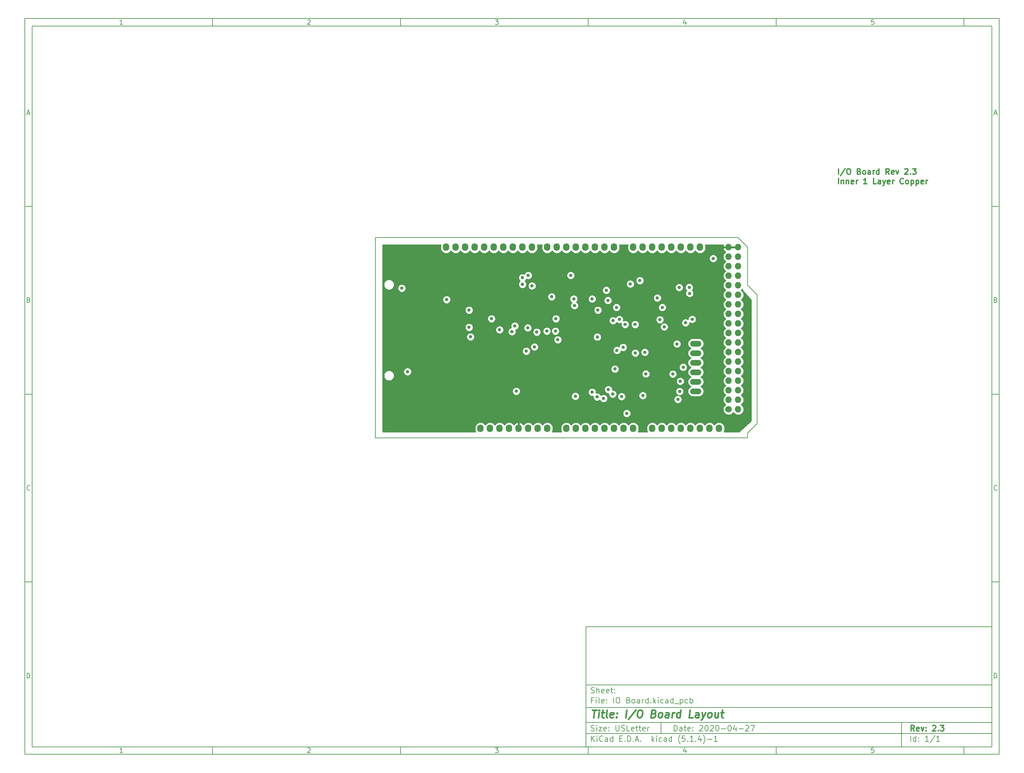
<source format=gbr>
G04 #@! TF.GenerationSoftware,KiCad,Pcbnew,(5.1.4)-1*
G04 #@! TF.CreationDate,2020-04-27T14:37:10-04:00*
G04 #@! TF.ProjectId,IO Board,494f2042-6f61-4726-942e-6b696361645f,2.3*
G04 #@! TF.SameCoordinates,Original*
G04 #@! TF.FileFunction,Copper,L2,Inr*
G04 #@! TF.FilePolarity,Positive*
%FSLAX46Y46*%
G04 Gerber Fmt 4.6, Leading zero omitted, Abs format (unit mm)*
G04 Created by KiCad (PCBNEW (5.1.4)-1) date 2020-04-27 14:37:10*
%MOMM*%
%LPD*%
G04 APERTURE LIST*
%ADD10C,0.100000*%
%ADD11C,0.150000*%
%ADD12C,0.300000*%
%ADD13C,0.400000*%
%ADD14C,1.727200*%
%ADD15O,1.727200X1.727200*%
%ADD16O,1.727200X2.032000*%
%ADD17O,3.010000X1.510000*%
%ADD18C,0.889000*%
%ADD19C,0.508000*%
%ADD20C,0.254000*%
G04 APERTURE END LIST*
D10*
D11*
X159400000Y-171900000D02*
X159400000Y-203900000D01*
X267400000Y-203900000D01*
X267400000Y-171900000D01*
X159400000Y-171900000D01*
D10*
D11*
X10000000Y-10000000D02*
X10000000Y-205900000D01*
X269400000Y-205900000D01*
X269400000Y-10000000D01*
X10000000Y-10000000D01*
D10*
D11*
X12000000Y-12000000D02*
X12000000Y-203900000D01*
X267400000Y-203900000D01*
X267400000Y-12000000D01*
X12000000Y-12000000D01*
D10*
D11*
X60000000Y-12000000D02*
X60000000Y-10000000D01*
D10*
D11*
X110000000Y-12000000D02*
X110000000Y-10000000D01*
D10*
D11*
X160000000Y-12000000D02*
X160000000Y-10000000D01*
D10*
D11*
X210000000Y-12000000D02*
X210000000Y-10000000D01*
D10*
D11*
X260000000Y-12000000D02*
X260000000Y-10000000D01*
D10*
D11*
X36065476Y-11588095D02*
X35322619Y-11588095D01*
X35694047Y-11588095D02*
X35694047Y-10288095D01*
X35570238Y-10473809D01*
X35446428Y-10597619D01*
X35322619Y-10659523D01*
D10*
D11*
X85322619Y-10411904D02*
X85384523Y-10350000D01*
X85508333Y-10288095D01*
X85817857Y-10288095D01*
X85941666Y-10350000D01*
X86003571Y-10411904D01*
X86065476Y-10535714D01*
X86065476Y-10659523D01*
X86003571Y-10845238D01*
X85260714Y-11588095D01*
X86065476Y-11588095D01*
D10*
D11*
X135260714Y-10288095D02*
X136065476Y-10288095D01*
X135632142Y-10783333D01*
X135817857Y-10783333D01*
X135941666Y-10845238D01*
X136003571Y-10907142D01*
X136065476Y-11030952D01*
X136065476Y-11340476D01*
X136003571Y-11464285D01*
X135941666Y-11526190D01*
X135817857Y-11588095D01*
X135446428Y-11588095D01*
X135322619Y-11526190D01*
X135260714Y-11464285D01*
D10*
D11*
X185941666Y-10721428D02*
X185941666Y-11588095D01*
X185632142Y-10226190D02*
X185322619Y-11154761D01*
X186127380Y-11154761D01*
D10*
D11*
X236003571Y-10288095D02*
X235384523Y-10288095D01*
X235322619Y-10907142D01*
X235384523Y-10845238D01*
X235508333Y-10783333D01*
X235817857Y-10783333D01*
X235941666Y-10845238D01*
X236003571Y-10907142D01*
X236065476Y-11030952D01*
X236065476Y-11340476D01*
X236003571Y-11464285D01*
X235941666Y-11526190D01*
X235817857Y-11588095D01*
X235508333Y-11588095D01*
X235384523Y-11526190D01*
X235322619Y-11464285D01*
D10*
D11*
X60000000Y-203900000D02*
X60000000Y-205900000D01*
D10*
D11*
X110000000Y-203900000D02*
X110000000Y-205900000D01*
D10*
D11*
X160000000Y-203900000D02*
X160000000Y-205900000D01*
D10*
D11*
X210000000Y-203900000D02*
X210000000Y-205900000D01*
D10*
D11*
X260000000Y-203900000D02*
X260000000Y-205900000D01*
D10*
D11*
X36065476Y-205488095D02*
X35322619Y-205488095D01*
X35694047Y-205488095D02*
X35694047Y-204188095D01*
X35570238Y-204373809D01*
X35446428Y-204497619D01*
X35322619Y-204559523D01*
D10*
D11*
X85322619Y-204311904D02*
X85384523Y-204250000D01*
X85508333Y-204188095D01*
X85817857Y-204188095D01*
X85941666Y-204250000D01*
X86003571Y-204311904D01*
X86065476Y-204435714D01*
X86065476Y-204559523D01*
X86003571Y-204745238D01*
X85260714Y-205488095D01*
X86065476Y-205488095D01*
D10*
D11*
X135260714Y-204188095D02*
X136065476Y-204188095D01*
X135632142Y-204683333D01*
X135817857Y-204683333D01*
X135941666Y-204745238D01*
X136003571Y-204807142D01*
X136065476Y-204930952D01*
X136065476Y-205240476D01*
X136003571Y-205364285D01*
X135941666Y-205426190D01*
X135817857Y-205488095D01*
X135446428Y-205488095D01*
X135322619Y-205426190D01*
X135260714Y-205364285D01*
D10*
D11*
X185941666Y-204621428D02*
X185941666Y-205488095D01*
X185632142Y-204126190D02*
X185322619Y-205054761D01*
X186127380Y-205054761D01*
D10*
D11*
X236003571Y-204188095D02*
X235384523Y-204188095D01*
X235322619Y-204807142D01*
X235384523Y-204745238D01*
X235508333Y-204683333D01*
X235817857Y-204683333D01*
X235941666Y-204745238D01*
X236003571Y-204807142D01*
X236065476Y-204930952D01*
X236065476Y-205240476D01*
X236003571Y-205364285D01*
X235941666Y-205426190D01*
X235817857Y-205488095D01*
X235508333Y-205488095D01*
X235384523Y-205426190D01*
X235322619Y-205364285D01*
D10*
D11*
X10000000Y-60000000D02*
X12000000Y-60000000D01*
D10*
D11*
X10000000Y-110000000D02*
X12000000Y-110000000D01*
D10*
D11*
X10000000Y-160000000D02*
X12000000Y-160000000D01*
D10*
D11*
X10690476Y-35216666D02*
X11309523Y-35216666D01*
X10566666Y-35588095D02*
X11000000Y-34288095D01*
X11433333Y-35588095D01*
D10*
D11*
X11092857Y-84907142D02*
X11278571Y-84969047D01*
X11340476Y-85030952D01*
X11402380Y-85154761D01*
X11402380Y-85340476D01*
X11340476Y-85464285D01*
X11278571Y-85526190D01*
X11154761Y-85588095D01*
X10659523Y-85588095D01*
X10659523Y-84288095D01*
X11092857Y-84288095D01*
X11216666Y-84350000D01*
X11278571Y-84411904D01*
X11340476Y-84535714D01*
X11340476Y-84659523D01*
X11278571Y-84783333D01*
X11216666Y-84845238D01*
X11092857Y-84907142D01*
X10659523Y-84907142D01*
D10*
D11*
X11402380Y-135464285D02*
X11340476Y-135526190D01*
X11154761Y-135588095D01*
X11030952Y-135588095D01*
X10845238Y-135526190D01*
X10721428Y-135402380D01*
X10659523Y-135278571D01*
X10597619Y-135030952D01*
X10597619Y-134845238D01*
X10659523Y-134597619D01*
X10721428Y-134473809D01*
X10845238Y-134350000D01*
X11030952Y-134288095D01*
X11154761Y-134288095D01*
X11340476Y-134350000D01*
X11402380Y-134411904D01*
D10*
D11*
X10659523Y-185588095D02*
X10659523Y-184288095D01*
X10969047Y-184288095D01*
X11154761Y-184350000D01*
X11278571Y-184473809D01*
X11340476Y-184597619D01*
X11402380Y-184845238D01*
X11402380Y-185030952D01*
X11340476Y-185278571D01*
X11278571Y-185402380D01*
X11154761Y-185526190D01*
X10969047Y-185588095D01*
X10659523Y-185588095D01*
D10*
D11*
X269400000Y-60000000D02*
X267400000Y-60000000D01*
D10*
D11*
X269400000Y-110000000D02*
X267400000Y-110000000D01*
D10*
D11*
X269400000Y-160000000D02*
X267400000Y-160000000D01*
D10*
D11*
X268090476Y-35216666D02*
X268709523Y-35216666D01*
X267966666Y-35588095D02*
X268400000Y-34288095D01*
X268833333Y-35588095D01*
D10*
D11*
X268492857Y-84907142D02*
X268678571Y-84969047D01*
X268740476Y-85030952D01*
X268802380Y-85154761D01*
X268802380Y-85340476D01*
X268740476Y-85464285D01*
X268678571Y-85526190D01*
X268554761Y-85588095D01*
X268059523Y-85588095D01*
X268059523Y-84288095D01*
X268492857Y-84288095D01*
X268616666Y-84350000D01*
X268678571Y-84411904D01*
X268740476Y-84535714D01*
X268740476Y-84659523D01*
X268678571Y-84783333D01*
X268616666Y-84845238D01*
X268492857Y-84907142D01*
X268059523Y-84907142D01*
D10*
D11*
X268802380Y-135464285D02*
X268740476Y-135526190D01*
X268554761Y-135588095D01*
X268430952Y-135588095D01*
X268245238Y-135526190D01*
X268121428Y-135402380D01*
X268059523Y-135278571D01*
X267997619Y-135030952D01*
X267997619Y-134845238D01*
X268059523Y-134597619D01*
X268121428Y-134473809D01*
X268245238Y-134350000D01*
X268430952Y-134288095D01*
X268554761Y-134288095D01*
X268740476Y-134350000D01*
X268802380Y-134411904D01*
D10*
D11*
X268059523Y-185588095D02*
X268059523Y-184288095D01*
X268369047Y-184288095D01*
X268554761Y-184350000D01*
X268678571Y-184473809D01*
X268740476Y-184597619D01*
X268802380Y-184845238D01*
X268802380Y-185030952D01*
X268740476Y-185278571D01*
X268678571Y-185402380D01*
X268554761Y-185526190D01*
X268369047Y-185588095D01*
X268059523Y-185588095D01*
D10*
D11*
X182832142Y-199678571D02*
X182832142Y-198178571D01*
X183189285Y-198178571D01*
X183403571Y-198250000D01*
X183546428Y-198392857D01*
X183617857Y-198535714D01*
X183689285Y-198821428D01*
X183689285Y-199035714D01*
X183617857Y-199321428D01*
X183546428Y-199464285D01*
X183403571Y-199607142D01*
X183189285Y-199678571D01*
X182832142Y-199678571D01*
X184975000Y-199678571D02*
X184975000Y-198892857D01*
X184903571Y-198750000D01*
X184760714Y-198678571D01*
X184475000Y-198678571D01*
X184332142Y-198750000D01*
X184975000Y-199607142D02*
X184832142Y-199678571D01*
X184475000Y-199678571D01*
X184332142Y-199607142D01*
X184260714Y-199464285D01*
X184260714Y-199321428D01*
X184332142Y-199178571D01*
X184475000Y-199107142D01*
X184832142Y-199107142D01*
X184975000Y-199035714D01*
X185475000Y-198678571D02*
X186046428Y-198678571D01*
X185689285Y-198178571D02*
X185689285Y-199464285D01*
X185760714Y-199607142D01*
X185903571Y-199678571D01*
X186046428Y-199678571D01*
X187117857Y-199607142D02*
X186975000Y-199678571D01*
X186689285Y-199678571D01*
X186546428Y-199607142D01*
X186475000Y-199464285D01*
X186475000Y-198892857D01*
X186546428Y-198750000D01*
X186689285Y-198678571D01*
X186975000Y-198678571D01*
X187117857Y-198750000D01*
X187189285Y-198892857D01*
X187189285Y-199035714D01*
X186475000Y-199178571D01*
X187832142Y-199535714D02*
X187903571Y-199607142D01*
X187832142Y-199678571D01*
X187760714Y-199607142D01*
X187832142Y-199535714D01*
X187832142Y-199678571D01*
X187832142Y-198750000D02*
X187903571Y-198821428D01*
X187832142Y-198892857D01*
X187760714Y-198821428D01*
X187832142Y-198750000D01*
X187832142Y-198892857D01*
X189617857Y-198321428D02*
X189689285Y-198250000D01*
X189832142Y-198178571D01*
X190189285Y-198178571D01*
X190332142Y-198250000D01*
X190403571Y-198321428D01*
X190475000Y-198464285D01*
X190475000Y-198607142D01*
X190403571Y-198821428D01*
X189546428Y-199678571D01*
X190475000Y-199678571D01*
X191403571Y-198178571D02*
X191546428Y-198178571D01*
X191689285Y-198250000D01*
X191760714Y-198321428D01*
X191832142Y-198464285D01*
X191903571Y-198750000D01*
X191903571Y-199107142D01*
X191832142Y-199392857D01*
X191760714Y-199535714D01*
X191689285Y-199607142D01*
X191546428Y-199678571D01*
X191403571Y-199678571D01*
X191260714Y-199607142D01*
X191189285Y-199535714D01*
X191117857Y-199392857D01*
X191046428Y-199107142D01*
X191046428Y-198750000D01*
X191117857Y-198464285D01*
X191189285Y-198321428D01*
X191260714Y-198250000D01*
X191403571Y-198178571D01*
X192475000Y-198321428D02*
X192546428Y-198250000D01*
X192689285Y-198178571D01*
X193046428Y-198178571D01*
X193189285Y-198250000D01*
X193260714Y-198321428D01*
X193332142Y-198464285D01*
X193332142Y-198607142D01*
X193260714Y-198821428D01*
X192403571Y-199678571D01*
X193332142Y-199678571D01*
X194260714Y-198178571D02*
X194403571Y-198178571D01*
X194546428Y-198250000D01*
X194617857Y-198321428D01*
X194689285Y-198464285D01*
X194760714Y-198750000D01*
X194760714Y-199107142D01*
X194689285Y-199392857D01*
X194617857Y-199535714D01*
X194546428Y-199607142D01*
X194403571Y-199678571D01*
X194260714Y-199678571D01*
X194117857Y-199607142D01*
X194046428Y-199535714D01*
X193975000Y-199392857D01*
X193903571Y-199107142D01*
X193903571Y-198750000D01*
X193975000Y-198464285D01*
X194046428Y-198321428D01*
X194117857Y-198250000D01*
X194260714Y-198178571D01*
X195403571Y-199107142D02*
X196546428Y-199107142D01*
X197546428Y-198178571D02*
X197689285Y-198178571D01*
X197832142Y-198250000D01*
X197903571Y-198321428D01*
X197975000Y-198464285D01*
X198046428Y-198750000D01*
X198046428Y-199107142D01*
X197975000Y-199392857D01*
X197903571Y-199535714D01*
X197832142Y-199607142D01*
X197689285Y-199678571D01*
X197546428Y-199678571D01*
X197403571Y-199607142D01*
X197332142Y-199535714D01*
X197260714Y-199392857D01*
X197189285Y-199107142D01*
X197189285Y-198750000D01*
X197260714Y-198464285D01*
X197332142Y-198321428D01*
X197403571Y-198250000D01*
X197546428Y-198178571D01*
X199332142Y-198678571D02*
X199332142Y-199678571D01*
X198975000Y-198107142D02*
X198617857Y-199178571D01*
X199546428Y-199178571D01*
X200117857Y-199107142D02*
X201260714Y-199107142D01*
X201903571Y-198321428D02*
X201975000Y-198250000D01*
X202117857Y-198178571D01*
X202475000Y-198178571D01*
X202617857Y-198250000D01*
X202689285Y-198321428D01*
X202760714Y-198464285D01*
X202760714Y-198607142D01*
X202689285Y-198821428D01*
X201832142Y-199678571D01*
X202760714Y-199678571D01*
X203260714Y-198178571D02*
X204260714Y-198178571D01*
X203617857Y-199678571D01*
D10*
D11*
X159400000Y-200400000D02*
X267400000Y-200400000D01*
D10*
D11*
X160832142Y-202478571D02*
X160832142Y-200978571D01*
X161689285Y-202478571D02*
X161046428Y-201621428D01*
X161689285Y-200978571D02*
X160832142Y-201835714D01*
X162332142Y-202478571D02*
X162332142Y-201478571D01*
X162332142Y-200978571D02*
X162260714Y-201050000D01*
X162332142Y-201121428D01*
X162403571Y-201050000D01*
X162332142Y-200978571D01*
X162332142Y-201121428D01*
X163903571Y-202335714D02*
X163832142Y-202407142D01*
X163617857Y-202478571D01*
X163475000Y-202478571D01*
X163260714Y-202407142D01*
X163117857Y-202264285D01*
X163046428Y-202121428D01*
X162975000Y-201835714D01*
X162975000Y-201621428D01*
X163046428Y-201335714D01*
X163117857Y-201192857D01*
X163260714Y-201050000D01*
X163475000Y-200978571D01*
X163617857Y-200978571D01*
X163832142Y-201050000D01*
X163903571Y-201121428D01*
X165189285Y-202478571D02*
X165189285Y-201692857D01*
X165117857Y-201550000D01*
X164975000Y-201478571D01*
X164689285Y-201478571D01*
X164546428Y-201550000D01*
X165189285Y-202407142D02*
X165046428Y-202478571D01*
X164689285Y-202478571D01*
X164546428Y-202407142D01*
X164475000Y-202264285D01*
X164475000Y-202121428D01*
X164546428Y-201978571D01*
X164689285Y-201907142D01*
X165046428Y-201907142D01*
X165189285Y-201835714D01*
X166546428Y-202478571D02*
X166546428Y-200978571D01*
X166546428Y-202407142D02*
X166403571Y-202478571D01*
X166117857Y-202478571D01*
X165975000Y-202407142D01*
X165903571Y-202335714D01*
X165832142Y-202192857D01*
X165832142Y-201764285D01*
X165903571Y-201621428D01*
X165975000Y-201550000D01*
X166117857Y-201478571D01*
X166403571Y-201478571D01*
X166546428Y-201550000D01*
X168403571Y-201692857D02*
X168903571Y-201692857D01*
X169117857Y-202478571D02*
X168403571Y-202478571D01*
X168403571Y-200978571D01*
X169117857Y-200978571D01*
X169760714Y-202335714D02*
X169832142Y-202407142D01*
X169760714Y-202478571D01*
X169689285Y-202407142D01*
X169760714Y-202335714D01*
X169760714Y-202478571D01*
X170475000Y-202478571D02*
X170475000Y-200978571D01*
X170832142Y-200978571D01*
X171046428Y-201050000D01*
X171189285Y-201192857D01*
X171260714Y-201335714D01*
X171332142Y-201621428D01*
X171332142Y-201835714D01*
X171260714Y-202121428D01*
X171189285Y-202264285D01*
X171046428Y-202407142D01*
X170832142Y-202478571D01*
X170475000Y-202478571D01*
X171975000Y-202335714D02*
X172046428Y-202407142D01*
X171975000Y-202478571D01*
X171903571Y-202407142D01*
X171975000Y-202335714D01*
X171975000Y-202478571D01*
X172617857Y-202050000D02*
X173332142Y-202050000D01*
X172475000Y-202478571D02*
X172975000Y-200978571D01*
X173475000Y-202478571D01*
X173975000Y-202335714D02*
X174046428Y-202407142D01*
X173975000Y-202478571D01*
X173903571Y-202407142D01*
X173975000Y-202335714D01*
X173975000Y-202478571D01*
X176975000Y-202478571D02*
X176975000Y-200978571D01*
X177117857Y-201907142D02*
X177546428Y-202478571D01*
X177546428Y-201478571D02*
X176975000Y-202050000D01*
X178189285Y-202478571D02*
X178189285Y-201478571D01*
X178189285Y-200978571D02*
X178117857Y-201050000D01*
X178189285Y-201121428D01*
X178260714Y-201050000D01*
X178189285Y-200978571D01*
X178189285Y-201121428D01*
X179546428Y-202407142D02*
X179403571Y-202478571D01*
X179117857Y-202478571D01*
X178975000Y-202407142D01*
X178903571Y-202335714D01*
X178832142Y-202192857D01*
X178832142Y-201764285D01*
X178903571Y-201621428D01*
X178975000Y-201550000D01*
X179117857Y-201478571D01*
X179403571Y-201478571D01*
X179546428Y-201550000D01*
X180832142Y-202478571D02*
X180832142Y-201692857D01*
X180760714Y-201550000D01*
X180617857Y-201478571D01*
X180332142Y-201478571D01*
X180189285Y-201550000D01*
X180832142Y-202407142D02*
X180689285Y-202478571D01*
X180332142Y-202478571D01*
X180189285Y-202407142D01*
X180117857Y-202264285D01*
X180117857Y-202121428D01*
X180189285Y-201978571D01*
X180332142Y-201907142D01*
X180689285Y-201907142D01*
X180832142Y-201835714D01*
X182189285Y-202478571D02*
X182189285Y-200978571D01*
X182189285Y-202407142D02*
X182046428Y-202478571D01*
X181760714Y-202478571D01*
X181617857Y-202407142D01*
X181546428Y-202335714D01*
X181475000Y-202192857D01*
X181475000Y-201764285D01*
X181546428Y-201621428D01*
X181617857Y-201550000D01*
X181760714Y-201478571D01*
X182046428Y-201478571D01*
X182189285Y-201550000D01*
X184475000Y-203050000D02*
X184403571Y-202978571D01*
X184260714Y-202764285D01*
X184189285Y-202621428D01*
X184117857Y-202407142D01*
X184046428Y-202050000D01*
X184046428Y-201764285D01*
X184117857Y-201407142D01*
X184189285Y-201192857D01*
X184260714Y-201050000D01*
X184403571Y-200835714D01*
X184475000Y-200764285D01*
X185760714Y-200978571D02*
X185046428Y-200978571D01*
X184975000Y-201692857D01*
X185046428Y-201621428D01*
X185189285Y-201550000D01*
X185546428Y-201550000D01*
X185689285Y-201621428D01*
X185760714Y-201692857D01*
X185832142Y-201835714D01*
X185832142Y-202192857D01*
X185760714Y-202335714D01*
X185689285Y-202407142D01*
X185546428Y-202478571D01*
X185189285Y-202478571D01*
X185046428Y-202407142D01*
X184975000Y-202335714D01*
X186475000Y-202335714D02*
X186546428Y-202407142D01*
X186475000Y-202478571D01*
X186403571Y-202407142D01*
X186475000Y-202335714D01*
X186475000Y-202478571D01*
X187975000Y-202478571D02*
X187117857Y-202478571D01*
X187546428Y-202478571D02*
X187546428Y-200978571D01*
X187403571Y-201192857D01*
X187260714Y-201335714D01*
X187117857Y-201407142D01*
X188617857Y-202335714D02*
X188689285Y-202407142D01*
X188617857Y-202478571D01*
X188546428Y-202407142D01*
X188617857Y-202335714D01*
X188617857Y-202478571D01*
X189975000Y-201478571D02*
X189975000Y-202478571D01*
X189617857Y-200907142D02*
X189260714Y-201978571D01*
X190189285Y-201978571D01*
X190617857Y-203050000D02*
X190689285Y-202978571D01*
X190832142Y-202764285D01*
X190903571Y-202621428D01*
X190975000Y-202407142D01*
X191046428Y-202050000D01*
X191046428Y-201764285D01*
X190975000Y-201407142D01*
X190903571Y-201192857D01*
X190832142Y-201050000D01*
X190689285Y-200835714D01*
X190617857Y-200764285D01*
X191760714Y-201907142D02*
X192903571Y-201907142D01*
X194403571Y-202478571D02*
X193546428Y-202478571D01*
X193975000Y-202478571D02*
X193975000Y-200978571D01*
X193832142Y-201192857D01*
X193689285Y-201335714D01*
X193546428Y-201407142D01*
D10*
D11*
X159400000Y-197400000D02*
X267400000Y-197400000D01*
D10*
D12*
X246809285Y-199678571D02*
X246309285Y-198964285D01*
X245952142Y-199678571D02*
X245952142Y-198178571D01*
X246523571Y-198178571D01*
X246666428Y-198250000D01*
X246737857Y-198321428D01*
X246809285Y-198464285D01*
X246809285Y-198678571D01*
X246737857Y-198821428D01*
X246666428Y-198892857D01*
X246523571Y-198964285D01*
X245952142Y-198964285D01*
X248023571Y-199607142D02*
X247880714Y-199678571D01*
X247595000Y-199678571D01*
X247452142Y-199607142D01*
X247380714Y-199464285D01*
X247380714Y-198892857D01*
X247452142Y-198750000D01*
X247595000Y-198678571D01*
X247880714Y-198678571D01*
X248023571Y-198750000D01*
X248095000Y-198892857D01*
X248095000Y-199035714D01*
X247380714Y-199178571D01*
X248595000Y-198678571D02*
X248952142Y-199678571D01*
X249309285Y-198678571D01*
X249880714Y-199535714D02*
X249952142Y-199607142D01*
X249880714Y-199678571D01*
X249809285Y-199607142D01*
X249880714Y-199535714D01*
X249880714Y-199678571D01*
X249880714Y-198750000D02*
X249952142Y-198821428D01*
X249880714Y-198892857D01*
X249809285Y-198821428D01*
X249880714Y-198750000D01*
X249880714Y-198892857D01*
X251666428Y-198321428D02*
X251737857Y-198250000D01*
X251880714Y-198178571D01*
X252237857Y-198178571D01*
X252380714Y-198250000D01*
X252452142Y-198321428D01*
X252523571Y-198464285D01*
X252523571Y-198607142D01*
X252452142Y-198821428D01*
X251595000Y-199678571D01*
X252523571Y-199678571D01*
X253166428Y-199535714D02*
X253237857Y-199607142D01*
X253166428Y-199678571D01*
X253095000Y-199607142D01*
X253166428Y-199535714D01*
X253166428Y-199678571D01*
X253737857Y-198178571D02*
X254666428Y-198178571D01*
X254166428Y-198750000D01*
X254380714Y-198750000D01*
X254523571Y-198821428D01*
X254595000Y-198892857D01*
X254666428Y-199035714D01*
X254666428Y-199392857D01*
X254595000Y-199535714D01*
X254523571Y-199607142D01*
X254380714Y-199678571D01*
X253952142Y-199678571D01*
X253809285Y-199607142D01*
X253737857Y-199535714D01*
D10*
D11*
X160760714Y-199607142D02*
X160975000Y-199678571D01*
X161332142Y-199678571D01*
X161475000Y-199607142D01*
X161546428Y-199535714D01*
X161617857Y-199392857D01*
X161617857Y-199250000D01*
X161546428Y-199107142D01*
X161475000Y-199035714D01*
X161332142Y-198964285D01*
X161046428Y-198892857D01*
X160903571Y-198821428D01*
X160832142Y-198750000D01*
X160760714Y-198607142D01*
X160760714Y-198464285D01*
X160832142Y-198321428D01*
X160903571Y-198250000D01*
X161046428Y-198178571D01*
X161403571Y-198178571D01*
X161617857Y-198250000D01*
X162260714Y-199678571D02*
X162260714Y-198678571D01*
X162260714Y-198178571D02*
X162189285Y-198250000D01*
X162260714Y-198321428D01*
X162332142Y-198250000D01*
X162260714Y-198178571D01*
X162260714Y-198321428D01*
X162832142Y-198678571D02*
X163617857Y-198678571D01*
X162832142Y-199678571D01*
X163617857Y-199678571D01*
X164760714Y-199607142D02*
X164617857Y-199678571D01*
X164332142Y-199678571D01*
X164189285Y-199607142D01*
X164117857Y-199464285D01*
X164117857Y-198892857D01*
X164189285Y-198750000D01*
X164332142Y-198678571D01*
X164617857Y-198678571D01*
X164760714Y-198750000D01*
X164832142Y-198892857D01*
X164832142Y-199035714D01*
X164117857Y-199178571D01*
X165475000Y-199535714D02*
X165546428Y-199607142D01*
X165475000Y-199678571D01*
X165403571Y-199607142D01*
X165475000Y-199535714D01*
X165475000Y-199678571D01*
X165475000Y-198750000D02*
X165546428Y-198821428D01*
X165475000Y-198892857D01*
X165403571Y-198821428D01*
X165475000Y-198750000D01*
X165475000Y-198892857D01*
X167332142Y-198178571D02*
X167332142Y-199392857D01*
X167403571Y-199535714D01*
X167475000Y-199607142D01*
X167617857Y-199678571D01*
X167903571Y-199678571D01*
X168046428Y-199607142D01*
X168117857Y-199535714D01*
X168189285Y-199392857D01*
X168189285Y-198178571D01*
X168832142Y-199607142D02*
X169046428Y-199678571D01*
X169403571Y-199678571D01*
X169546428Y-199607142D01*
X169617857Y-199535714D01*
X169689285Y-199392857D01*
X169689285Y-199250000D01*
X169617857Y-199107142D01*
X169546428Y-199035714D01*
X169403571Y-198964285D01*
X169117857Y-198892857D01*
X168975000Y-198821428D01*
X168903571Y-198750000D01*
X168832142Y-198607142D01*
X168832142Y-198464285D01*
X168903571Y-198321428D01*
X168975000Y-198250000D01*
X169117857Y-198178571D01*
X169475000Y-198178571D01*
X169689285Y-198250000D01*
X171046428Y-199678571D02*
X170332142Y-199678571D01*
X170332142Y-198178571D01*
X172117857Y-199607142D02*
X171975000Y-199678571D01*
X171689285Y-199678571D01*
X171546428Y-199607142D01*
X171475000Y-199464285D01*
X171475000Y-198892857D01*
X171546428Y-198750000D01*
X171689285Y-198678571D01*
X171975000Y-198678571D01*
X172117857Y-198750000D01*
X172189285Y-198892857D01*
X172189285Y-199035714D01*
X171475000Y-199178571D01*
X172617857Y-198678571D02*
X173189285Y-198678571D01*
X172832142Y-198178571D02*
X172832142Y-199464285D01*
X172903571Y-199607142D01*
X173046428Y-199678571D01*
X173189285Y-199678571D01*
X173475000Y-198678571D02*
X174046428Y-198678571D01*
X173689285Y-198178571D02*
X173689285Y-199464285D01*
X173760714Y-199607142D01*
X173903571Y-199678571D01*
X174046428Y-199678571D01*
X175117857Y-199607142D02*
X174975000Y-199678571D01*
X174689285Y-199678571D01*
X174546428Y-199607142D01*
X174475000Y-199464285D01*
X174475000Y-198892857D01*
X174546428Y-198750000D01*
X174689285Y-198678571D01*
X174975000Y-198678571D01*
X175117857Y-198750000D01*
X175189285Y-198892857D01*
X175189285Y-199035714D01*
X174475000Y-199178571D01*
X175832142Y-199678571D02*
X175832142Y-198678571D01*
X175832142Y-198964285D02*
X175903571Y-198821428D01*
X175975000Y-198750000D01*
X176117857Y-198678571D01*
X176260714Y-198678571D01*
D10*
D11*
X245832142Y-202478571D02*
X245832142Y-200978571D01*
X247189285Y-202478571D02*
X247189285Y-200978571D01*
X247189285Y-202407142D02*
X247046428Y-202478571D01*
X246760714Y-202478571D01*
X246617857Y-202407142D01*
X246546428Y-202335714D01*
X246475000Y-202192857D01*
X246475000Y-201764285D01*
X246546428Y-201621428D01*
X246617857Y-201550000D01*
X246760714Y-201478571D01*
X247046428Y-201478571D01*
X247189285Y-201550000D01*
X247903571Y-202335714D02*
X247975000Y-202407142D01*
X247903571Y-202478571D01*
X247832142Y-202407142D01*
X247903571Y-202335714D01*
X247903571Y-202478571D01*
X247903571Y-201550000D02*
X247975000Y-201621428D01*
X247903571Y-201692857D01*
X247832142Y-201621428D01*
X247903571Y-201550000D01*
X247903571Y-201692857D01*
X250546428Y-202478571D02*
X249689285Y-202478571D01*
X250117857Y-202478571D02*
X250117857Y-200978571D01*
X249975000Y-201192857D01*
X249832142Y-201335714D01*
X249689285Y-201407142D01*
X252260714Y-200907142D02*
X250975000Y-202835714D01*
X253546428Y-202478571D02*
X252689285Y-202478571D01*
X253117857Y-202478571D02*
X253117857Y-200978571D01*
X252975000Y-201192857D01*
X252832142Y-201335714D01*
X252689285Y-201407142D01*
D10*
D11*
X159400000Y-193400000D02*
X267400000Y-193400000D01*
D10*
D13*
X161112380Y-194104761D02*
X162255238Y-194104761D01*
X161433809Y-196104761D02*
X161683809Y-194104761D01*
X162671904Y-196104761D02*
X162838571Y-194771428D01*
X162921904Y-194104761D02*
X162814761Y-194200000D01*
X162898095Y-194295238D01*
X163005238Y-194200000D01*
X162921904Y-194104761D01*
X162898095Y-194295238D01*
X163505238Y-194771428D02*
X164267142Y-194771428D01*
X163874285Y-194104761D02*
X163660000Y-195819047D01*
X163731428Y-196009523D01*
X163910000Y-196104761D01*
X164100476Y-196104761D01*
X165052857Y-196104761D02*
X164874285Y-196009523D01*
X164802857Y-195819047D01*
X165017142Y-194104761D01*
X166588571Y-196009523D02*
X166386190Y-196104761D01*
X166005238Y-196104761D01*
X165826666Y-196009523D01*
X165755238Y-195819047D01*
X165850476Y-195057142D01*
X165969523Y-194866666D01*
X166171904Y-194771428D01*
X166552857Y-194771428D01*
X166731428Y-194866666D01*
X166802857Y-195057142D01*
X166779047Y-195247619D01*
X165802857Y-195438095D01*
X167552857Y-195914285D02*
X167636190Y-196009523D01*
X167529047Y-196104761D01*
X167445714Y-196009523D01*
X167552857Y-195914285D01*
X167529047Y-196104761D01*
X167683809Y-194866666D02*
X167767142Y-194961904D01*
X167660000Y-195057142D01*
X167576666Y-194961904D01*
X167683809Y-194866666D01*
X167660000Y-195057142D01*
X170005238Y-196104761D02*
X170255238Y-194104761D01*
X172648095Y-194009523D02*
X170612380Y-196580952D01*
X173683809Y-194104761D02*
X174064761Y-194104761D01*
X174243333Y-194200000D01*
X174410000Y-194390476D01*
X174457619Y-194771428D01*
X174374285Y-195438095D01*
X174231428Y-195819047D01*
X174017142Y-196009523D01*
X173814761Y-196104761D01*
X173433809Y-196104761D01*
X173255238Y-196009523D01*
X173088571Y-195819047D01*
X173040952Y-195438095D01*
X173124285Y-194771428D01*
X173267142Y-194390476D01*
X173481428Y-194200000D01*
X173683809Y-194104761D01*
X177469523Y-195057142D02*
X177743333Y-195152380D01*
X177826666Y-195247619D01*
X177898095Y-195438095D01*
X177862380Y-195723809D01*
X177743333Y-195914285D01*
X177636190Y-196009523D01*
X177433809Y-196104761D01*
X176671904Y-196104761D01*
X176921904Y-194104761D01*
X177588571Y-194104761D01*
X177767142Y-194200000D01*
X177850476Y-194295238D01*
X177921904Y-194485714D01*
X177898095Y-194676190D01*
X177779047Y-194866666D01*
X177671904Y-194961904D01*
X177469523Y-195057142D01*
X176802857Y-195057142D01*
X178957619Y-196104761D02*
X178779047Y-196009523D01*
X178695714Y-195914285D01*
X178624285Y-195723809D01*
X178695714Y-195152380D01*
X178814761Y-194961904D01*
X178921904Y-194866666D01*
X179124285Y-194771428D01*
X179410000Y-194771428D01*
X179588571Y-194866666D01*
X179671904Y-194961904D01*
X179743333Y-195152380D01*
X179671904Y-195723809D01*
X179552857Y-195914285D01*
X179445714Y-196009523D01*
X179243333Y-196104761D01*
X178957619Y-196104761D01*
X181338571Y-196104761D02*
X181469523Y-195057142D01*
X181398095Y-194866666D01*
X181219523Y-194771428D01*
X180838571Y-194771428D01*
X180636190Y-194866666D01*
X181350476Y-196009523D02*
X181148095Y-196104761D01*
X180671904Y-196104761D01*
X180493333Y-196009523D01*
X180421904Y-195819047D01*
X180445714Y-195628571D01*
X180564761Y-195438095D01*
X180767142Y-195342857D01*
X181243333Y-195342857D01*
X181445714Y-195247619D01*
X182290952Y-196104761D02*
X182457619Y-194771428D01*
X182410000Y-195152380D02*
X182529047Y-194961904D01*
X182636190Y-194866666D01*
X182838571Y-194771428D01*
X183029047Y-194771428D01*
X184386190Y-196104761D02*
X184636190Y-194104761D01*
X184398095Y-196009523D02*
X184195714Y-196104761D01*
X183814761Y-196104761D01*
X183636190Y-196009523D01*
X183552857Y-195914285D01*
X183481428Y-195723809D01*
X183552857Y-195152380D01*
X183671904Y-194961904D01*
X183779047Y-194866666D01*
X183981428Y-194771428D01*
X184362380Y-194771428D01*
X184540952Y-194866666D01*
X187814761Y-196104761D02*
X186862380Y-196104761D01*
X187112380Y-194104761D01*
X189338571Y-196104761D02*
X189469523Y-195057142D01*
X189398095Y-194866666D01*
X189219523Y-194771428D01*
X188838571Y-194771428D01*
X188636190Y-194866666D01*
X189350476Y-196009523D02*
X189148095Y-196104761D01*
X188671904Y-196104761D01*
X188493333Y-196009523D01*
X188421904Y-195819047D01*
X188445714Y-195628571D01*
X188564761Y-195438095D01*
X188767142Y-195342857D01*
X189243333Y-195342857D01*
X189445714Y-195247619D01*
X190267142Y-194771428D02*
X190576666Y-196104761D01*
X191219523Y-194771428D02*
X190576666Y-196104761D01*
X190326666Y-196580952D01*
X190219523Y-196676190D01*
X190017142Y-196771428D01*
X192100476Y-196104761D02*
X191921904Y-196009523D01*
X191838571Y-195914285D01*
X191767142Y-195723809D01*
X191838571Y-195152380D01*
X191957619Y-194961904D01*
X192064761Y-194866666D01*
X192267142Y-194771428D01*
X192552857Y-194771428D01*
X192731428Y-194866666D01*
X192814761Y-194961904D01*
X192886190Y-195152380D01*
X192814761Y-195723809D01*
X192695714Y-195914285D01*
X192588571Y-196009523D01*
X192386190Y-196104761D01*
X192100476Y-196104761D01*
X194648095Y-194771428D02*
X194481428Y-196104761D01*
X193790952Y-194771428D02*
X193660000Y-195819047D01*
X193731428Y-196009523D01*
X193910000Y-196104761D01*
X194195714Y-196104761D01*
X194398095Y-196009523D01*
X194505238Y-195914285D01*
X195314761Y-194771428D02*
X196076666Y-194771428D01*
X195683809Y-194104761D02*
X195469523Y-195819047D01*
X195540952Y-196009523D01*
X195719523Y-196104761D01*
X195910000Y-196104761D01*
D10*
D11*
X161332142Y-191492857D02*
X160832142Y-191492857D01*
X160832142Y-192278571D02*
X160832142Y-190778571D01*
X161546428Y-190778571D01*
X162117857Y-192278571D02*
X162117857Y-191278571D01*
X162117857Y-190778571D02*
X162046428Y-190850000D01*
X162117857Y-190921428D01*
X162189285Y-190850000D01*
X162117857Y-190778571D01*
X162117857Y-190921428D01*
X163046428Y-192278571D02*
X162903571Y-192207142D01*
X162832142Y-192064285D01*
X162832142Y-190778571D01*
X164189285Y-192207142D02*
X164046428Y-192278571D01*
X163760714Y-192278571D01*
X163617857Y-192207142D01*
X163546428Y-192064285D01*
X163546428Y-191492857D01*
X163617857Y-191350000D01*
X163760714Y-191278571D01*
X164046428Y-191278571D01*
X164189285Y-191350000D01*
X164260714Y-191492857D01*
X164260714Y-191635714D01*
X163546428Y-191778571D01*
X164903571Y-192135714D02*
X164975000Y-192207142D01*
X164903571Y-192278571D01*
X164832142Y-192207142D01*
X164903571Y-192135714D01*
X164903571Y-192278571D01*
X164903571Y-191350000D02*
X164975000Y-191421428D01*
X164903571Y-191492857D01*
X164832142Y-191421428D01*
X164903571Y-191350000D01*
X164903571Y-191492857D01*
X166760714Y-192278571D02*
X166760714Y-190778571D01*
X167760714Y-190778571D02*
X168046428Y-190778571D01*
X168189285Y-190850000D01*
X168332142Y-190992857D01*
X168403571Y-191278571D01*
X168403571Y-191778571D01*
X168332142Y-192064285D01*
X168189285Y-192207142D01*
X168046428Y-192278571D01*
X167760714Y-192278571D01*
X167617857Y-192207142D01*
X167475000Y-192064285D01*
X167403571Y-191778571D01*
X167403571Y-191278571D01*
X167475000Y-190992857D01*
X167617857Y-190850000D01*
X167760714Y-190778571D01*
X170689285Y-191492857D02*
X170903571Y-191564285D01*
X170975000Y-191635714D01*
X171046428Y-191778571D01*
X171046428Y-191992857D01*
X170975000Y-192135714D01*
X170903571Y-192207142D01*
X170760714Y-192278571D01*
X170189285Y-192278571D01*
X170189285Y-190778571D01*
X170689285Y-190778571D01*
X170832142Y-190850000D01*
X170903571Y-190921428D01*
X170975000Y-191064285D01*
X170975000Y-191207142D01*
X170903571Y-191350000D01*
X170832142Y-191421428D01*
X170689285Y-191492857D01*
X170189285Y-191492857D01*
X171903571Y-192278571D02*
X171760714Y-192207142D01*
X171689285Y-192135714D01*
X171617857Y-191992857D01*
X171617857Y-191564285D01*
X171689285Y-191421428D01*
X171760714Y-191350000D01*
X171903571Y-191278571D01*
X172117857Y-191278571D01*
X172260714Y-191350000D01*
X172332142Y-191421428D01*
X172403571Y-191564285D01*
X172403571Y-191992857D01*
X172332142Y-192135714D01*
X172260714Y-192207142D01*
X172117857Y-192278571D01*
X171903571Y-192278571D01*
X173689285Y-192278571D02*
X173689285Y-191492857D01*
X173617857Y-191350000D01*
X173475000Y-191278571D01*
X173189285Y-191278571D01*
X173046428Y-191350000D01*
X173689285Y-192207142D02*
X173546428Y-192278571D01*
X173189285Y-192278571D01*
X173046428Y-192207142D01*
X172975000Y-192064285D01*
X172975000Y-191921428D01*
X173046428Y-191778571D01*
X173189285Y-191707142D01*
X173546428Y-191707142D01*
X173689285Y-191635714D01*
X174403571Y-192278571D02*
X174403571Y-191278571D01*
X174403571Y-191564285D02*
X174475000Y-191421428D01*
X174546428Y-191350000D01*
X174689285Y-191278571D01*
X174832142Y-191278571D01*
X175975000Y-192278571D02*
X175975000Y-190778571D01*
X175975000Y-192207142D02*
X175832142Y-192278571D01*
X175546428Y-192278571D01*
X175403571Y-192207142D01*
X175332142Y-192135714D01*
X175260714Y-191992857D01*
X175260714Y-191564285D01*
X175332142Y-191421428D01*
X175403571Y-191350000D01*
X175546428Y-191278571D01*
X175832142Y-191278571D01*
X175975000Y-191350000D01*
X176689285Y-192135714D02*
X176760714Y-192207142D01*
X176689285Y-192278571D01*
X176617857Y-192207142D01*
X176689285Y-192135714D01*
X176689285Y-192278571D01*
X177403571Y-192278571D02*
X177403571Y-190778571D01*
X177546428Y-191707142D02*
X177975000Y-192278571D01*
X177975000Y-191278571D02*
X177403571Y-191850000D01*
X178617857Y-192278571D02*
X178617857Y-191278571D01*
X178617857Y-190778571D02*
X178546428Y-190850000D01*
X178617857Y-190921428D01*
X178689285Y-190850000D01*
X178617857Y-190778571D01*
X178617857Y-190921428D01*
X179975000Y-192207142D02*
X179832142Y-192278571D01*
X179546428Y-192278571D01*
X179403571Y-192207142D01*
X179332142Y-192135714D01*
X179260714Y-191992857D01*
X179260714Y-191564285D01*
X179332142Y-191421428D01*
X179403571Y-191350000D01*
X179546428Y-191278571D01*
X179832142Y-191278571D01*
X179975000Y-191350000D01*
X181260714Y-192278571D02*
X181260714Y-191492857D01*
X181189285Y-191350000D01*
X181046428Y-191278571D01*
X180760714Y-191278571D01*
X180617857Y-191350000D01*
X181260714Y-192207142D02*
X181117857Y-192278571D01*
X180760714Y-192278571D01*
X180617857Y-192207142D01*
X180546428Y-192064285D01*
X180546428Y-191921428D01*
X180617857Y-191778571D01*
X180760714Y-191707142D01*
X181117857Y-191707142D01*
X181260714Y-191635714D01*
X182617857Y-192278571D02*
X182617857Y-190778571D01*
X182617857Y-192207142D02*
X182475000Y-192278571D01*
X182189285Y-192278571D01*
X182046428Y-192207142D01*
X181975000Y-192135714D01*
X181903571Y-191992857D01*
X181903571Y-191564285D01*
X181975000Y-191421428D01*
X182046428Y-191350000D01*
X182189285Y-191278571D01*
X182475000Y-191278571D01*
X182617857Y-191350000D01*
X182975000Y-192421428D02*
X184117857Y-192421428D01*
X184475000Y-191278571D02*
X184475000Y-192778571D01*
X184475000Y-191350000D02*
X184617857Y-191278571D01*
X184903571Y-191278571D01*
X185046428Y-191350000D01*
X185117857Y-191421428D01*
X185189285Y-191564285D01*
X185189285Y-191992857D01*
X185117857Y-192135714D01*
X185046428Y-192207142D01*
X184903571Y-192278571D01*
X184617857Y-192278571D01*
X184475000Y-192207142D01*
X186475000Y-192207142D02*
X186332142Y-192278571D01*
X186046428Y-192278571D01*
X185903571Y-192207142D01*
X185832142Y-192135714D01*
X185760714Y-191992857D01*
X185760714Y-191564285D01*
X185832142Y-191421428D01*
X185903571Y-191350000D01*
X186046428Y-191278571D01*
X186332142Y-191278571D01*
X186475000Y-191350000D01*
X187117857Y-192278571D02*
X187117857Y-190778571D01*
X187117857Y-191350000D02*
X187260714Y-191278571D01*
X187546428Y-191278571D01*
X187689285Y-191350000D01*
X187760714Y-191421428D01*
X187832142Y-191564285D01*
X187832142Y-191992857D01*
X187760714Y-192135714D01*
X187689285Y-192207142D01*
X187546428Y-192278571D01*
X187260714Y-192278571D01*
X187117857Y-192207142D01*
D10*
D11*
X159400000Y-187400000D02*
X267400000Y-187400000D01*
D10*
D11*
X160760714Y-189507142D02*
X160975000Y-189578571D01*
X161332142Y-189578571D01*
X161475000Y-189507142D01*
X161546428Y-189435714D01*
X161617857Y-189292857D01*
X161617857Y-189150000D01*
X161546428Y-189007142D01*
X161475000Y-188935714D01*
X161332142Y-188864285D01*
X161046428Y-188792857D01*
X160903571Y-188721428D01*
X160832142Y-188650000D01*
X160760714Y-188507142D01*
X160760714Y-188364285D01*
X160832142Y-188221428D01*
X160903571Y-188150000D01*
X161046428Y-188078571D01*
X161403571Y-188078571D01*
X161617857Y-188150000D01*
X162260714Y-189578571D02*
X162260714Y-188078571D01*
X162903571Y-189578571D02*
X162903571Y-188792857D01*
X162832142Y-188650000D01*
X162689285Y-188578571D01*
X162475000Y-188578571D01*
X162332142Y-188650000D01*
X162260714Y-188721428D01*
X164189285Y-189507142D02*
X164046428Y-189578571D01*
X163760714Y-189578571D01*
X163617857Y-189507142D01*
X163546428Y-189364285D01*
X163546428Y-188792857D01*
X163617857Y-188650000D01*
X163760714Y-188578571D01*
X164046428Y-188578571D01*
X164189285Y-188650000D01*
X164260714Y-188792857D01*
X164260714Y-188935714D01*
X163546428Y-189078571D01*
X165475000Y-189507142D02*
X165332142Y-189578571D01*
X165046428Y-189578571D01*
X164903571Y-189507142D01*
X164832142Y-189364285D01*
X164832142Y-188792857D01*
X164903571Y-188650000D01*
X165046428Y-188578571D01*
X165332142Y-188578571D01*
X165475000Y-188650000D01*
X165546428Y-188792857D01*
X165546428Y-188935714D01*
X164832142Y-189078571D01*
X165975000Y-188578571D02*
X166546428Y-188578571D01*
X166189285Y-188078571D02*
X166189285Y-189364285D01*
X166260714Y-189507142D01*
X166403571Y-189578571D01*
X166546428Y-189578571D01*
X167046428Y-189435714D02*
X167117857Y-189507142D01*
X167046428Y-189578571D01*
X166975000Y-189507142D01*
X167046428Y-189435714D01*
X167046428Y-189578571D01*
X167046428Y-188650000D02*
X167117857Y-188721428D01*
X167046428Y-188792857D01*
X166975000Y-188721428D01*
X167046428Y-188650000D01*
X167046428Y-188792857D01*
D10*
D11*
X179400000Y-197400000D02*
X179400000Y-200400000D01*
D10*
D11*
X243400000Y-197400000D02*
X243400000Y-203900000D01*
D12*
X226612142Y-51473571D02*
X226612142Y-49973571D01*
X228397857Y-49902142D02*
X227112142Y-51830714D01*
X229183571Y-49973571D02*
X229469285Y-49973571D01*
X229612142Y-50045000D01*
X229755000Y-50187857D01*
X229826428Y-50473571D01*
X229826428Y-50973571D01*
X229755000Y-51259285D01*
X229612142Y-51402142D01*
X229469285Y-51473571D01*
X229183571Y-51473571D01*
X229040714Y-51402142D01*
X228897857Y-51259285D01*
X228826428Y-50973571D01*
X228826428Y-50473571D01*
X228897857Y-50187857D01*
X229040714Y-50045000D01*
X229183571Y-49973571D01*
X232112142Y-50687857D02*
X232326428Y-50759285D01*
X232397857Y-50830714D01*
X232469285Y-50973571D01*
X232469285Y-51187857D01*
X232397857Y-51330714D01*
X232326428Y-51402142D01*
X232183571Y-51473571D01*
X231612142Y-51473571D01*
X231612142Y-49973571D01*
X232112142Y-49973571D01*
X232255000Y-50045000D01*
X232326428Y-50116428D01*
X232397857Y-50259285D01*
X232397857Y-50402142D01*
X232326428Y-50545000D01*
X232255000Y-50616428D01*
X232112142Y-50687857D01*
X231612142Y-50687857D01*
X233326428Y-51473571D02*
X233183571Y-51402142D01*
X233112142Y-51330714D01*
X233040714Y-51187857D01*
X233040714Y-50759285D01*
X233112142Y-50616428D01*
X233183571Y-50545000D01*
X233326428Y-50473571D01*
X233540714Y-50473571D01*
X233683571Y-50545000D01*
X233755000Y-50616428D01*
X233826428Y-50759285D01*
X233826428Y-51187857D01*
X233755000Y-51330714D01*
X233683571Y-51402142D01*
X233540714Y-51473571D01*
X233326428Y-51473571D01*
X235112142Y-51473571D02*
X235112142Y-50687857D01*
X235040714Y-50545000D01*
X234897857Y-50473571D01*
X234612142Y-50473571D01*
X234469285Y-50545000D01*
X235112142Y-51402142D02*
X234969285Y-51473571D01*
X234612142Y-51473571D01*
X234469285Y-51402142D01*
X234397857Y-51259285D01*
X234397857Y-51116428D01*
X234469285Y-50973571D01*
X234612142Y-50902142D01*
X234969285Y-50902142D01*
X235112142Y-50830714D01*
X235826428Y-51473571D02*
X235826428Y-50473571D01*
X235826428Y-50759285D02*
X235897857Y-50616428D01*
X235969285Y-50545000D01*
X236112142Y-50473571D01*
X236255000Y-50473571D01*
X237397857Y-51473571D02*
X237397857Y-49973571D01*
X237397857Y-51402142D02*
X237255000Y-51473571D01*
X236969285Y-51473571D01*
X236826428Y-51402142D01*
X236755000Y-51330714D01*
X236683571Y-51187857D01*
X236683571Y-50759285D01*
X236755000Y-50616428D01*
X236826428Y-50545000D01*
X236969285Y-50473571D01*
X237255000Y-50473571D01*
X237397857Y-50545000D01*
X240112142Y-51473571D02*
X239612142Y-50759285D01*
X239255000Y-51473571D02*
X239255000Y-49973571D01*
X239826428Y-49973571D01*
X239969285Y-50045000D01*
X240040714Y-50116428D01*
X240112142Y-50259285D01*
X240112142Y-50473571D01*
X240040714Y-50616428D01*
X239969285Y-50687857D01*
X239826428Y-50759285D01*
X239255000Y-50759285D01*
X241326428Y-51402142D02*
X241183571Y-51473571D01*
X240897857Y-51473571D01*
X240755000Y-51402142D01*
X240683571Y-51259285D01*
X240683571Y-50687857D01*
X240755000Y-50545000D01*
X240897857Y-50473571D01*
X241183571Y-50473571D01*
X241326428Y-50545000D01*
X241397857Y-50687857D01*
X241397857Y-50830714D01*
X240683571Y-50973571D01*
X241897857Y-50473571D02*
X242255000Y-51473571D01*
X242612142Y-50473571D01*
X244255000Y-50116428D02*
X244326428Y-50045000D01*
X244469285Y-49973571D01*
X244826428Y-49973571D01*
X244969285Y-50045000D01*
X245040714Y-50116428D01*
X245112142Y-50259285D01*
X245112142Y-50402142D01*
X245040714Y-50616428D01*
X244183571Y-51473571D01*
X245112142Y-51473571D01*
X245755000Y-51330714D02*
X245826428Y-51402142D01*
X245755000Y-51473571D01*
X245683571Y-51402142D01*
X245755000Y-51330714D01*
X245755000Y-51473571D01*
X246326428Y-49973571D02*
X247255000Y-49973571D01*
X246755000Y-50545000D01*
X246969285Y-50545000D01*
X247112142Y-50616428D01*
X247183571Y-50687857D01*
X247255000Y-50830714D01*
X247255000Y-51187857D01*
X247183571Y-51330714D01*
X247112142Y-51402142D01*
X246969285Y-51473571D01*
X246540714Y-51473571D01*
X246397857Y-51402142D01*
X246326428Y-51330714D01*
X226612142Y-54023571D02*
X226612142Y-52523571D01*
X227326428Y-53023571D02*
X227326428Y-54023571D01*
X227326428Y-53166428D02*
X227397857Y-53095000D01*
X227540714Y-53023571D01*
X227755000Y-53023571D01*
X227897857Y-53095000D01*
X227969285Y-53237857D01*
X227969285Y-54023571D01*
X228683571Y-53023571D02*
X228683571Y-54023571D01*
X228683571Y-53166428D02*
X228755000Y-53095000D01*
X228897857Y-53023571D01*
X229112142Y-53023571D01*
X229255000Y-53095000D01*
X229326428Y-53237857D01*
X229326428Y-54023571D01*
X230612142Y-53952142D02*
X230469285Y-54023571D01*
X230183571Y-54023571D01*
X230040714Y-53952142D01*
X229969285Y-53809285D01*
X229969285Y-53237857D01*
X230040714Y-53095000D01*
X230183571Y-53023571D01*
X230469285Y-53023571D01*
X230612142Y-53095000D01*
X230683571Y-53237857D01*
X230683571Y-53380714D01*
X229969285Y-53523571D01*
X231326428Y-54023571D02*
X231326428Y-53023571D01*
X231326428Y-53309285D02*
X231397857Y-53166428D01*
X231469285Y-53095000D01*
X231612142Y-53023571D01*
X231755000Y-53023571D01*
X234183571Y-54023571D02*
X233326428Y-54023571D01*
X233755000Y-54023571D02*
X233755000Y-52523571D01*
X233612142Y-52737857D01*
X233469285Y-52880714D01*
X233326428Y-52952142D01*
X236683571Y-54023571D02*
X235969285Y-54023571D01*
X235969285Y-52523571D01*
X237826428Y-54023571D02*
X237826428Y-53237857D01*
X237755000Y-53095000D01*
X237612142Y-53023571D01*
X237326428Y-53023571D01*
X237183571Y-53095000D01*
X237826428Y-53952142D02*
X237683571Y-54023571D01*
X237326428Y-54023571D01*
X237183571Y-53952142D01*
X237112142Y-53809285D01*
X237112142Y-53666428D01*
X237183571Y-53523571D01*
X237326428Y-53452142D01*
X237683571Y-53452142D01*
X237826428Y-53380714D01*
X238397857Y-53023571D02*
X238755000Y-54023571D01*
X239112142Y-53023571D02*
X238755000Y-54023571D01*
X238612142Y-54380714D01*
X238540714Y-54452142D01*
X238397857Y-54523571D01*
X240255000Y-53952142D02*
X240112142Y-54023571D01*
X239826428Y-54023571D01*
X239683571Y-53952142D01*
X239612142Y-53809285D01*
X239612142Y-53237857D01*
X239683571Y-53095000D01*
X239826428Y-53023571D01*
X240112142Y-53023571D01*
X240255000Y-53095000D01*
X240326428Y-53237857D01*
X240326428Y-53380714D01*
X239612142Y-53523571D01*
X240969285Y-54023571D02*
X240969285Y-53023571D01*
X240969285Y-53309285D02*
X241040714Y-53166428D01*
X241112142Y-53095000D01*
X241255000Y-53023571D01*
X241397857Y-53023571D01*
X243897857Y-53880714D02*
X243826428Y-53952142D01*
X243612142Y-54023571D01*
X243469285Y-54023571D01*
X243255000Y-53952142D01*
X243112142Y-53809285D01*
X243040714Y-53666428D01*
X242969285Y-53380714D01*
X242969285Y-53166428D01*
X243040714Y-52880714D01*
X243112142Y-52737857D01*
X243255000Y-52595000D01*
X243469285Y-52523571D01*
X243612142Y-52523571D01*
X243826428Y-52595000D01*
X243897857Y-52666428D01*
X244755000Y-54023571D02*
X244612142Y-53952142D01*
X244540714Y-53880714D01*
X244469285Y-53737857D01*
X244469285Y-53309285D01*
X244540714Y-53166428D01*
X244612142Y-53095000D01*
X244755000Y-53023571D01*
X244969285Y-53023571D01*
X245112142Y-53095000D01*
X245183571Y-53166428D01*
X245255000Y-53309285D01*
X245255000Y-53737857D01*
X245183571Y-53880714D01*
X245112142Y-53952142D01*
X244969285Y-54023571D01*
X244755000Y-54023571D01*
X245897857Y-53023571D02*
X245897857Y-54523571D01*
X245897857Y-53095000D02*
X246040714Y-53023571D01*
X246326428Y-53023571D01*
X246469285Y-53095000D01*
X246540714Y-53166428D01*
X246612142Y-53309285D01*
X246612142Y-53737857D01*
X246540714Y-53880714D01*
X246469285Y-53952142D01*
X246326428Y-54023571D01*
X246040714Y-54023571D01*
X245897857Y-53952142D01*
X247255000Y-53023571D02*
X247255000Y-54523571D01*
X247255000Y-53095000D02*
X247397857Y-53023571D01*
X247683571Y-53023571D01*
X247826428Y-53095000D01*
X247897857Y-53166428D01*
X247969285Y-53309285D01*
X247969285Y-53737857D01*
X247897857Y-53880714D01*
X247826428Y-53952142D01*
X247683571Y-54023571D01*
X247397857Y-54023571D01*
X247255000Y-53952142D01*
X249183571Y-53952142D02*
X249040714Y-54023571D01*
X248755000Y-54023571D01*
X248612142Y-53952142D01*
X248540714Y-53809285D01*
X248540714Y-53237857D01*
X248612142Y-53095000D01*
X248755000Y-53023571D01*
X249040714Y-53023571D01*
X249183571Y-53095000D01*
X249255000Y-53237857D01*
X249255000Y-53380714D01*
X248540714Y-53523571D01*
X249897857Y-54023571D02*
X249897857Y-53023571D01*
X249897857Y-53309285D02*
X249969285Y-53166428D01*
X250040714Y-53095000D01*
X250183571Y-53023571D01*
X250326428Y-53023571D01*
D11*
X202438000Y-121666000D02*
X103378000Y-121666000D01*
X202438000Y-120396000D02*
X202438000Y-121666000D01*
X204978000Y-117856000D02*
X202438000Y-120396000D01*
X204978000Y-83566000D02*
X204978000Y-117856000D01*
X202438000Y-81026000D02*
X204978000Y-83566000D01*
X202438000Y-70866000D02*
X202438000Y-81026000D01*
X199898000Y-68326000D02*
X202438000Y-70866000D01*
X103378000Y-68326000D02*
X199898000Y-68326000D01*
X103378000Y-121666000D02*
X103378000Y-68326000D01*
D14*
X197358000Y-114046000D03*
D15*
X199898000Y-114046000D03*
X197358000Y-111506000D03*
X199898000Y-111506000D03*
X197358000Y-108966000D03*
X199898000Y-108966000D03*
X197358000Y-106426000D03*
X199898000Y-106426000D03*
X197358000Y-103886000D03*
X199898000Y-103886000D03*
X197358000Y-101346000D03*
X199898000Y-101346000D03*
X197358000Y-98806000D03*
X199898000Y-98806000D03*
X197358000Y-96266000D03*
X199898000Y-96266000D03*
X197358000Y-93726000D03*
X199898000Y-93726000D03*
X197358000Y-91186000D03*
X199898000Y-91186000D03*
X197358000Y-88646000D03*
X199898000Y-88646000D03*
X197358000Y-86106000D03*
X199898000Y-86106000D03*
X197358000Y-83566000D03*
X199898000Y-83566000D03*
X197358000Y-81026000D03*
X199898000Y-81026000D03*
X197358000Y-78486000D03*
X199898000Y-78486000D03*
X197358000Y-75946000D03*
X199898000Y-75946000D03*
X197358000Y-73406000D03*
X199898000Y-73406000D03*
X197358000Y-70866000D03*
X199898000Y-70866000D03*
D16*
X131318000Y-119126000D03*
X133858000Y-119126000D03*
X136398000Y-119126000D03*
X138938000Y-119126000D03*
X141478000Y-119126000D03*
X144018000Y-119126000D03*
X146558000Y-119126000D03*
X149098000Y-119126000D03*
X154178000Y-119126000D03*
X156718000Y-119126000D03*
X159258000Y-119126000D03*
X161798000Y-119126000D03*
X164338000Y-119126000D03*
X166878000Y-119126000D03*
X169418000Y-119126000D03*
X171958000Y-119126000D03*
X177038000Y-119126000D03*
X179578000Y-119126000D03*
X182118000Y-119126000D03*
X184658000Y-119126000D03*
X187198000Y-119126000D03*
X189738000Y-119126000D03*
X192278000Y-119126000D03*
X194818000Y-119126000D03*
X122174000Y-70866000D03*
X124714000Y-70866000D03*
X127254000Y-70866000D03*
X129794000Y-70866000D03*
X132334000Y-70866000D03*
X134874000Y-70866000D03*
X137414000Y-70866000D03*
X139954000Y-70866000D03*
X142494000Y-70866000D03*
X145034000Y-70866000D03*
X149098000Y-70866000D03*
X151638000Y-70866000D03*
X154178000Y-70866000D03*
X156718000Y-70866000D03*
X159258000Y-70866000D03*
X161798000Y-70866000D03*
X164338000Y-70866000D03*
X166878000Y-70866000D03*
X171958000Y-70866000D03*
X174498000Y-70866000D03*
X177038000Y-70866000D03*
X179578000Y-70866000D03*
X182118000Y-70866000D03*
X184658000Y-70866000D03*
X187198000Y-70866000D03*
X189738000Y-70866000D03*
D17*
X188620400Y-96545400D03*
X188620400Y-99085400D03*
X188620400Y-101625400D03*
X188620400Y-104165400D03*
X188620400Y-106705400D03*
X188620400Y-109245400D03*
D18*
X179070000Y-90170000D03*
X128651000Y-94742000D03*
X111887000Y-104013000D03*
X110363000Y-81788000D03*
X155321000Y-78359000D03*
X150241000Y-84074000D03*
X182499000Y-104648000D03*
X143891000Y-92329000D03*
X151892000Y-95504000D03*
X128270000Y-87630000D03*
X180212517Y-92099917D03*
X193243200Y-73888600D03*
X174523404Y-110388400D03*
X172516800Y-99060000D03*
X167640000Y-98323400D03*
X162560000Y-87630000D03*
X155448000Y-104521000D03*
X164211000Y-78359000D03*
X169291000Y-80899000D03*
X174752000Y-75565000D03*
X149606000Y-89662000D03*
X140589000Y-74676000D03*
X156337000Y-74295000D03*
X179070000Y-104140000D03*
X124002800Y-79552800D03*
X169748200Y-103174800D03*
X186690000Y-86639400D03*
X182485166Y-97560025D03*
X153797000Y-81026000D03*
X148971000Y-93218000D03*
X151384000Y-89916000D03*
X142494000Y-78994000D03*
X145034000Y-81153000D03*
X162356800Y-110744000D03*
X175336200Y-104597200D03*
X183616600Y-96621600D03*
X165353998Y-108762800D03*
X185267600Y-102819200D03*
X162407600Y-94767400D03*
X184327800Y-109270800D03*
X183845200Y-111379000D03*
X184480200Y-106578400D03*
X156133800Y-84632800D03*
X165252400Y-85039200D03*
X164084000Y-111125000D03*
X166497000Y-109982000D03*
X169799000Y-91440000D03*
X184200800Y-81584800D03*
X172466000Y-91440000D03*
X186969400Y-83159598D03*
X173736000Y-79756000D03*
X171196000Y-80645000D03*
X161035998Y-84632800D03*
X164820600Y-82321400D03*
X151257000Y-93218000D03*
X168275000Y-90093800D03*
X134239000Y-89916000D03*
X139700000Y-93345000D03*
X122301000Y-84836000D03*
X140843000Y-109220000D03*
X161036000Y-109474000D03*
X145669000Y-97409000D03*
X170256200Y-115138200D03*
X143510000Y-98552000D03*
X140462000Y-91821000D03*
X146304000Y-93472000D03*
X136398000Y-92837000D03*
X128270000Y-92202000D03*
X142494000Y-80772000D03*
X167538400Y-86893400D03*
X144018000Y-78359000D03*
X156362400Y-86410800D03*
X187640000Y-90058200D03*
X186867800Y-81559400D03*
X178384200Y-84404200D03*
X169265600Y-97536000D03*
X179704998Y-86893400D03*
X175056800Y-98831400D03*
X166598600Y-90424000D03*
X185896200Y-91008200D03*
X156565600Y-110540800D03*
X167106600Y-103301800D03*
X168884600Y-110617000D03*
D19*
X197358000Y-70866000D02*
X197358000Y-70993000D01*
D20*
G36*
X120697084Y-70419824D02*
G01*
X120675400Y-70639982D01*
X120675400Y-71092019D01*
X120697084Y-71312177D01*
X120782775Y-71594664D01*
X120921931Y-71855006D01*
X121109203Y-72083197D01*
X121337395Y-72270469D01*
X121597737Y-72409625D01*
X121880224Y-72495316D01*
X122174000Y-72524251D01*
X122467777Y-72495316D01*
X122750264Y-72409625D01*
X123010606Y-72270469D01*
X123238797Y-72083197D01*
X123426069Y-71855006D01*
X123444000Y-71821459D01*
X123461931Y-71855006D01*
X123649203Y-72083197D01*
X123877395Y-72270469D01*
X124137737Y-72409625D01*
X124420224Y-72495316D01*
X124714000Y-72524251D01*
X125007777Y-72495316D01*
X125290264Y-72409625D01*
X125550606Y-72270469D01*
X125778797Y-72083197D01*
X125966069Y-71855006D01*
X125984000Y-71821459D01*
X126001931Y-71855006D01*
X126189203Y-72083197D01*
X126417395Y-72270469D01*
X126677737Y-72409625D01*
X126960224Y-72495316D01*
X127254000Y-72524251D01*
X127547777Y-72495316D01*
X127830264Y-72409625D01*
X128090606Y-72270469D01*
X128318797Y-72083197D01*
X128506069Y-71855006D01*
X128524000Y-71821459D01*
X128541931Y-71855006D01*
X128729203Y-72083197D01*
X128957395Y-72270469D01*
X129217737Y-72409625D01*
X129500224Y-72495316D01*
X129794000Y-72524251D01*
X130087777Y-72495316D01*
X130370264Y-72409625D01*
X130630606Y-72270469D01*
X130858797Y-72083197D01*
X131046069Y-71855006D01*
X131064000Y-71821459D01*
X131081931Y-71855006D01*
X131269203Y-72083197D01*
X131497395Y-72270469D01*
X131757737Y-72409625D01*
X132040224Y-72495316D01*
X132334000Y-72524251D01*
X132627777Y-72495316D01*
X132910264Y-72409625D01*
X133170606Y-72270469D01*
X133398797Y-72083197D01*
X133586069Y-71855006D01*
X133604000Y-71821459D01*
X133621931Y-71855006D01*
X133809203Y-72083197D01*
X134037395Y-72270469D01*
X134297737Y-72409625D01*
X134580224Y-72495316D01*
X134874000Y-72524251D01*
X135167777Y-72495316D01*
X135450264Y-72409625D01*
X135710606Y-72270469D01*
X135938797Y-72083197D01*
X136126069Y-71855006D01*
X136144000Y-71821459D01*
X136161931Y-71855006D01*
X136349203Y-72083197D01*
X136577395Y-72270469D01*
X136837737Y-72409625D01*
X137120224Y-72495316D01*
X137414000Y-72524251D01*
X137707777Y-72495316D01*
X137990264Y-72409625D01*
X138250606Y-72270469D01*
X138478797Y-72083197D01*
X138666069Y-71855006D01*
X138684000Y-71821459D01*
X138701931Y-71855006D01*
X138889203Y-72083197D01*
X139117395Y-72270469D01*
X139377737Y-72409625D01*
X139660224Y-72495316D01*
X139954000Y-72524251D01*
X140247777Y-72495316D01*
X140530264Y-72409625D01*
X140790606Y-72270469D01*
X141018797Y-72083197D01*
X141206069Y-71855006D01*
X141224000Y-71821459D01*
X141241931Y-71855006D01*
X141429203Y-72083197D01*
X141657395Y-72270469D01*
X141917737Y-72409625D01*
X142200224Y-72495316D01*
X142494000Y-72524251D01*
X142787777Y-72495316D01*
X143070264Y-72409625D01*
X143330606Y-72270469D01*
X143558797Y-72083197D01*
X143746069Y-71855006D01*
X143764000Y-71821459D01*
X143781931Y-71855006D01*
X143969203Y-72083197D01*
X144197395Y-72270469D01*
X144457737Y-72409625D01*
X144740224Y-72495316D01*
X145034000Y-72524251D01*
X145327777Y-72495316D01*
X145610264Y-72409625D01*
X145870606Y-72270469D01*
X146098797Y-72083197D01*
X146286069Y-71855006D01*
X146425225Y-71594663D01*
X146510916Y-71312176D01*
X146532600Y-71092018D01*
X146532600Y-70639981D01*
X146510916Y-70419823D01*
X146453637Y-70231000D01*
X147678363Y-70231000D01*
X147621084Y-70419824D01*
X147599400Y-70639982D01*
X147599400Y-71092019D01*
X147621084Y-71312177D01*
X147706775Y-71594664D01*
X147845931Y-71855006D01*
X148033203Y-72083197D01*
X148261395Y-72270469D01*
X148521737Y-72409625D01*
X148804224Y-72495316D01*
X149098000Y-72524251D01*
X149391777Y-72495316D01*
X149674264Y-72409625D01*
X149934606Y-72270469D01*
X150162797Y-72083197D01*
X150350069Y-71855006D01*
X150368000Y-71821459D01*
X150385931Y-71855006D01*
X150573203Y-72083197D01*
X150801395Y-72270469D01*
X151061737Y-72409625D01*
X151344224Y-72495316D01*
X151638000Y-72524251D01*
X151931777Y-72495316D01*
X152214264Y-72409625D01*
X152474606Y-72270469D01*
X152702797Y-72083197D01*
X152890069Y-71855006D01*
X152908000Y-71821459D01*
X152925931Y-71855006D01*
X153113203Y-72083197D01*
X153341395Y-72270469D01*
X153601737Y-72409625D01*
X153884224Y-72495316D01*
X154178000Y-72524251D01*
X154471777Y-72495316D01*
X154754264Y-72409625D01*
X155014606Y-72270469D01*
X155242797Y-72083197D01*
X155430069Y-71855006D01*
X155448000Y-71821459D01*
X155465931Y-71855006D01*
X155653203Y-72083197D01*
X155881395Y-72270469D01*
X156141737Y-72409625D01*
X156424224Y-72495316D01*
X156718000Y-72524251D01*
X157011777Y-72495316D01*
X157294264Y-72409625D01*
X157554606Y-72270469D01*
X157782797Y-72083197D01*
X157970069Y-71855006D01*
X157988000Y-71821459D01*
X158005931Y-71855006D01*
X158193203Y-72083197D01*
X158421395Y-72270469D01*
X158681737Y-72409625D01*
X158964224Y-72495316D01*
X159258000Y-72524251D01*
X159551777Y-72495316D01*
X159834264Y-72409625D01*
X160094606Y-72270469D01*
X160322797Y-72083197D01*
X160510069Y-71855006D01*
X160528000Y-71821459D01*
X160545931Y-71855006D01*
X160733203Y-72083197D01*
X160961395Y-72270469D01*
X161221737Y-72409625D01*
X161504224Y-72495316D01*
X161798000Y-72524251D01*
X162091777Y-72495316D01*
X162374264Y-72409625D01*
X162634606Y-72270469D01*
X162862797Y-72083197D01*
X163050069Y-71855006D01*
X163068000Y-71821459D01*
X163085931Y-71855006D01*
X163273203Y-72083197D01*
X163501395Y-72270469D01*
X163761737Y-72409625D01*
X164044224Y-72495316D01*
X164338000Y-72524251D01*
X164631777Y-72495316D01*
X164914264Y-72409625D01*
X165174606Y-72270469D01*
X165402797Y-72083197D01*
X165590069Y-71855006D01*
X165608000Y-71821459D01*
X165625931Y-71855006D01*
X165813203Y-72083197D01*
X166041395Y-72270469D01*
X166301737Y-72409625D01*
X166584224Y-72495316D01*
X166878000Y-72524251D01*
X167171777Y-72495316D01*
X167454264Y-72409625D01*
X167714606Y-72270469D01*
X167942797Y-72083197D01*
X168130069Y-71855006D01*
X168269225Y-71594663D01*
X168354916Y-71312176D01*
X168376600Y-71092018D01*
X168376600Y-70639981D01*
X168354916Y-70419823D01*
X168297637Y-70231000D01*
X170538363Y-70231000D01*
X170481084Y-70419824D01*
X170459400Y-70639982D01*
X170459400Y-71092019D01*
X170481084Y-71312177D01*
X170566775Y-71594664D01*
X170705931Y-71855006D01*
X170893203Y-72083197D01*
X171121395Y-72270469D01*
X171381737Y-72409625D01*
X171664224Y-72495316D01*
X171958000Y-72524251D01*
X172251777Y-72495316D01*
X172534264Y-72409625D01*
X172794606Y-72270469D01*
X173022797Y-72083197D01*
X173210069Y-71855006D01*
X173228000Y-71821459D01*
X173245931Y-71855006D01*
X173433203Y-72083197D01*
X173661395Y-72270469D01*
X173921737Y-72409625D01*
X174204224Y-72495316D01*
X174498000Y-72524251D01*
X174791777Y-72495316D01*
X175074264Y-72409625D01*
X175334606Y-72270469D01*
X175562797Y-72083197D01*
X175750069Y-71855006D01*
X175768000Y-71821459D01*
X175785931Y-71855006D01*
X175973203Y-72083197D01*
X176201395Y-72270469D01*
X176461737Y-72409625D01*
X176744224Y-72495316D01*
X177038000Y-72524251D01*
X177331777Y-72495316D01*
X177614264Y-72409625D01*
X177874606Y-72270469D01*
X178102797Y-72083197D01*
X178290069Y-71855006D01*
X178308000Y-71821459D01*
X178325931Y-71855006D01*
X178513203Y-72083197D01*
X178741395Y-72270469D01*
X179001737Y-72409625D01*
X179284224Y-72495316D01*
X179578000Y-72524251D01*
X179871777Y-72495316D01*
X180154264Y-72409625D01*
X180414606Y-72270469D01*
X180642797Y-72083197D01*
X180830069Y-71855006D01*
X180848000Y-71821459D01*
X180865931Y-71855006D01*
X181053203Y-72083197D01*
X181281395Y-72270469D01*
X181541737Y-72409625D01*
X181824224Y-72495316D01*
X182118000Y-72524251D01*
X182411777Y-72495316D01*
X182694264Y-72409625D01*
X182954606Y-72270469D01*
X183182797Y-72083197D01*
X183370069Y-71855006D01*
X183388000Y-71821459D01*
X183405931Y-71855006D01*
X183593203Y-72083197D01*
X183821395Y-72270469D01*
X184081737Y-72409625D01*
X184364224Y-72495316D01*
X184658000Y-72524251D01*
X184951777Y-72495316D01*
X185234264Y-72409625D01*
X185494606Y-72270469D01*
X185722797Y-72083197D01*
X185910069Y-71855006D01*
X185928000Y-71821459D01*
X185945931Y-71855006D01*
X186133203Y-72083197D01*
X186361395Y-72270469D01*
X186621737Y-72409625D01*
X186904224Y-72495316D01*
X187198000Y-72524251D01*
X187491777Y-72495316D01*
X187774264Y-72409625D01*
X188034606Y-72270469D01*
X188262797Y-72083197D01*
X188450069Y-71855006D01*
X188468000Y-71821459D01*
X188485931Y-71855006D01*
X188673203Y-72083197D01*
X188901395Y-72270469D01*
X189161737Y-72409625D01*
X189444224Y-72495316D01*
X189738000Y-72524251D01*
X190031777Y-72495316D01*
X190314264Y-72409625D01*
X190574606Y-72270469D01*
X190802797Y-72083197D01*
X190990069Y-71855006D01*
X191129225Y-71594663D01*
X191214916Y-71312176D01*
X191236600Y-71092018D01*
X191236600Y-70639981D01*
X191214916Y-70419823D01*
X191157637Y-70231000D01*
X196000690Y-70231000D01*
X195903037Y-70506973D01*
X196023536Y-70739000D01*
X197231000Y-70739000D01*
X197231000Y-70719000D01*
X197485000Y-70719000D01*
X197485000Y-70739000D01*
X199771000Y-70739000D01*
X199771000Y-70719000D01*
X199778701Y-70719000D01*
X200045000Y-70949792D01*
X200045000Y-70993000D01*
X200025000Y-70993000D01*
X200025000Y-71013000D01*
X199771000Y-71013000D01*
X199771000Y-70993000D01*
X197485000Y-70993000D01*
X197485000Y-71013000D01*
X197231000Y-71013000D01*
X197231000Y-70993000D01*
X196023536Y-70993000D01*
X195903037Y-71225027D01*
X196001036Y-71501978D01*
X196151183Y-71754488D01*
X196347707Y-71972854D01*
X196561433Y-72132530D01*
X196521394Y-72153931D01*
X196293203Y-72341203D01*
X196105931Y-72569394D01*
X195966775Y-72829736D01*
X195881084Y-73112223D01*
X195852149Y-73406000D01*
X195881084Y-73699777D01*
X195966775Y-73982264D01*
X196105931Y-74242606D01*
X196293203Y-74470797D01*
X196521394Y-74658069D01*
X196554940Y-74676000D01*
X196521394Y-74693931D01*
X196293203Y-74881203D01*
X196105931Y-75109394D01*
X195966775Y-75369736D01*
X195881084Y-75652223D01*
X195852149Y-75946000D01*
X195881084Y-76239777D01*
X195966775Y-76522264D01*
X196105931Y-76782606D01*
X196293203Y-77010797D01*
X196521394Y-77198069D01*
X196554940Y-77216000D01*
X196521394Y-77233931D01*
X196293203Y-77421203D01*
X196105931Y-77649394D01*
X195966775Y-77909736D01*
X195881084Y-78192223D01*
X195852149Y-78486000D01*
X195881084Y-78779777D01*
X195966775Y-79062264D01*
X196105931Y-79322606D01*
X196293203Y-79550797D01*
X196521394Y-79738069D01*
X196554940Y-79756000D01*
X196521394Y-79773931D01*
X196293203Y-79961203D01*
X196105931Y-80189394D01*
X195966775Y-80449736D01*
X195881084Y-80732223D01*
X195852149Y-81026000D01*
X195881084Y-81319777D01*
X195966775Y-81602264D01*
X196105931Y-81862606D01*
X196293203Y-82090797D01*
X196521394Y-82278069D01*
X196554940Y-82296000D01*
X196521394Y-82313931D01*
X196293203Y-82501203D01*
X196105931Y-82729394D01*
X195966775Y-82989736D01*
X195881084Y-83272223D01*
X195852149Y-83566000D01*
X195881084Y-83859777D01*
X195966775Y-84142264D01*
X196105931Y-84402606D01*
X196293203Y-84630797D01*
X196521394Y-84818069D01*
X196554940Y-84836000D01*
X196521394Y-84853931D01*
X196293203Y-85041203D01*
X196105931Y-85269394D01*
X195966775Y-85529736D01*
X195881084Y-85812223D01*
X195852149Y-86106000D01*
X195881084Y-86399777D01*
X195966775Y-86682264D01*
X196105931Y-86942606D01*
X196293203Y-87170797D01*
X196521394Y-87358069D01*
X196554940Y-87376000D01*
X196521394Y-87393931D01*
X196293203Y-87581203D01*
X196105931Y-87809394D01*
X195966775Y-88069736D01*
X195881084Y-88352223D01*
X195852149Y-88646000D01*
X195881084Y-88939777D01*
X195966775Y-89222264D01*
X196105931Y-89482606D01*
X196293203Y-89710797D01*
X196521394Y-89898069D01*
X196554940Y-89916000D01*
X196521394Y-89933931D01*
X196293203Y-90121203D01*
X196105931Y-90349394D01*
X195966775Y-90609736D01*
X195881084Y-90892223D01*
X195852149Y-91186000D01*
X195881084Y-91479777D01*
X195966775Y-91762264D01*
X196105931Y-92022606D01*
X196293203Y-92250797D01*
X196521394Y-92438069D01*
X196554940Y-92456000D01*
X196521394Y-92473931D01*
X196293203Y-92661203D01*
X196105931Y-92889394D01*
X195966775Y-93149736D01*
X195881084Y-93432223D01*
X195852149Y-93726000D01*
X195881084Y-94019777D01*
X195966775Y-94302264D01*
X196105931Y-94562606D01*
X196293203Y-94790797D01*
X196521394Y-94978069D01*
X196554940Y-94996000D01*
X196521394Y-95013931D01*
X196293203Y-95201203D01*
X196105931Y-95429394D01*
X195966775Y-95689736D01*
X195881084Y-95972223D01*
X195852149Y-96266000D01*
X195881084Y-96559777D01*
X195966775Y-96842264D01*
X196105931Y-97102606D01*
X196293203Y-97330797D01*
X196521394Y-97518069D01*
X196554940Y-97536000D01*
X196521394Y-97553931D01*
X196293203Y-97741203D01*
X196105931Y-97969394D01*
X195966775Y-98229736D01*
X195881084Y-98512223D01*
X195852149Y-98806000D01*
X195881084Y-99099777D01*
X195966775Y-99382264D01*
X196105931Y-99642606D01*
X196293203Y-99870797D01*
X196521394Y-100058069D01*
X196554940Y-100076000D01*
X196521394Y-100093931D01*
X196293203Y-100281203D01*
X196105931Y-100509394D01*
X195966775Y-100769736D01*
X195881084Y-101052223D01*
X195852149Y-101346000D01*
X195881084Y-101639777D01*
X195966775Y-101922264D01*
X196105931Y-102182606D01*
X196293203Y-102410797D01*
X196521394Y-102598069D01*
X196554940Y-102616000D01*
X196521394Y-102633931D01*
X196293203Y-102821203D01*
X196105931Y-103049394D01*
X195966775Y-103309736D01*
X195881084Y-103592223D01*
X195852149Y-103886000D01*
X195881084Y-104179777D01*
X195966775Y-104462264D01*
X196105931Y-104722606D01*
X196293203Y-104950797D01*
X196521394Y-105138069D01*
X196554940Y-105156000D01*
X196521394Y-105173931D01*
X196293203Y-105361203D01*
X196105931Y-105589394D01*
X195966775Y-105849736D01*
X195881084Y-106132223D01*
X195852149Y-106426000D01*
X195881084Y-106719777D01*
X195966775Y-107002264D01*
X196105931Y-107262606D01*
X196293203Y-107490797D01*
X196521394Y-107678069D01*
X196554940Y-107696000D01*
X196521394Y-107713931D01*
X196293203Y-107901203D01*
X196105931Y-108129394D01*
X195966775Y-108389736D01*
X195881084Y-108672223D01*
X195852149Y-108966000D01*
X195881084Y-109259777D01*
X195966775Y-109542264D01*
X196105931Y-109802606D01*
X196293203Y-110030797D01*
X196521394Y-110218069D01*
X196554940Y-110236000D01*
X196521394Y-110253931D01*
X196293203Y-110441203D01*
X196105931Y-110669394D01*
X195966775Y-110929736D01*
X195881084Y-111212223D01*
X195852149Y-111506000D01*
X195881084Y-111799777D01*
X195966775Y-112082264D01*
X196105931Y-112342606D01*
X196293203Y-112570797D01*
X196521394Y-112758069D01*
X196558463Y-112777883D01*
X196402698Y-112881961D01*
X196193961Y-113090698D01*
X196029958Y-113336147D01*
X195916990Y-113608875D01*
X195859400Y-113898401D01*
X195859400Y-114193599D01*
X195916990Y-114483125D01*
X196029958Y-114755853D01*
X196193961Y-115001302D01*
X196402698Y-115210039D01*
X196648147Y-115374042D01*
X196920875Y-115487010D01*
X197210401Y-115544600D01*
X197505599Y-115544600D01*
X197795125Y-115487010D01*
X198067853Y-115374042D01*
X198313302Y-115210039D01*
X198522039Y-115001302D01*
X198626117Y-114845537D01*
X198645931Y-114882606D01*
X198833203Y-115110797D01*
X199061394Y-115298069D01*
X199321736Y-115437225D01*
X199604223Y-115522916D01*
X199824381Y-115544600D01*
X199971619Y-115544600D01*
X200191777Y-115522916D01*
X200474264Y-115437225D01*
X200734606Y-115298069D01*
X200962797Y-115110797D01*
X201150069Y-114882606D01*
X201289225Y-114622264D01*
X201374916Y-114339777D01*
X201403851Y-114046000D01*
X201374916Y-113752223D01*
X201289225Y-113469736D01*
X201150069Y-113209394D01*
X200962797Y-112981203D01*
X200734606Y-112793931D01*
X200701060Y-112776000D01*
X200734606Y-112758069D01*
X200962797Y-112570797D01*
X201150069Y-112342606D01*
X201289225Y-112082264D01*
X201374916Y-111799777D01*
X201403851Y-111506000D01*
X201374916Y-111212223D01*
X201289225Y-110929736D01*
X201150069Y-110669394D01*
X200962797Y-110441203D01*
X200734606Y-110253931D01*
X200701060Y-110236000D01*
X200734606Y-110218069D01*
X200962797Y-110030797D01*
X201150069Y-109802606D01*
X201289225Y-109542264D01*
X201374916Y-109259777D01*
X201403851Y-108966000D01*
X201374916Y-108672223D01*
X201289225Y-108389736D01*
X201150069Y-108129394D01*
X200962797Y-107901203D01*
X200734606Y-107713931D01*
X200701060Y-107696000D01*
X200734606Y-107678069D01*
X200962797Y-107490797D01*
X201150069Y-107262606D01*
X201289225Y-107002264D01*
X201374916Y-106719777D01*
X201403851Y-106426000D01*
X201374916Y-106132223D01*
X201289225Y-105849736D01*
X201150069Y-105589394D01*
X200962797Y-105361203D01*
X200734606Y-105173931D01*
X200701060Y-105156000D01*
X200734606Y-105138069D01*
X200962797Y-104950797D01*
X201150069Y-104722606D01*
X201289225Y-104462264D01*
X201374916Y-104179777D01*
X201403851Y-103886000D01*
X201374916Y-103592223D01*
X201289225Y-103309736D01*
X201150069Y-103049394D01*
X200962797Y-102821203D01*
X200734606Y-102633931D01*
X200701060Y-102616000D01*
X200734606Y-102598069D01*
X200962797Y-102410797D01*
X201150069Y-102182606D01*
X201289225Y-101922264D01*
X201374916Y-101639777D01*
X201403851Y-101346000D01*
X201374916Y-101052223D01*
X201289225Y-100769736D01*
X201150069Y-100509394D01*
X200962797Y-100281203D01*
X200734606Y-100093931D01*
X200701060Y-100076000D01*
X200734606Y-100058069D01*
X200962797Y-99870797D01*
X201150069Y-99642606D01*
X201289225Y-99382264D01*
X201374916Y-99099777D01*
X201403851Y-98806000D01*
X201374916Y-98512223D01*
X201289225Y-98229736D01*
X201150069Y-97969394D01*
X200962797Y-97741203D01*
X200734606Y-97553931D01*
X200701060Y-97536000D01*
X200734606Y-97518069D01*
X200962797Y-97330797D01*
X201150069Y-97102606D01*
X201289225Y-96842264D01*
X201374916Y-96559777D01*
X201403851Y-96266000D01*
X201374916Y-95972223D01*
X201289225Y-95689736D01*
X201150069Y-95429394D01*
X200962797Y-95201203D01*
X200734606Y-95013931D01*
X200701060Y-94996000D01*
X200734606Y-94978069D01*
X200962797Y-94790797D01*
X201150069Y-94562606D01*
X201289225Y-94302264D01*
X201374916Y-94019777D01*
X201403851Y-93726000D01*
X201374916Y-93432223D01*
X201289225Y-93149736D01*
X201150069Y-92889394D01*
X200962797Y-92661203D01*
X200734606Y-92473931D01*
X200701060Y-92456000D01*
X200734606Y-92438069D01*
X200962797Y-92250797D01*
X201150069Y-92022606D01*
X201289225Y-91762264D01*
X201374916Y-91479777D01*
X201403851Y-91186000D01*
X201374916Y-90892223D01*
X201289225Y-90609736D01*
X201150069Y-90349394D01*
X200962797Y-90121203D01*
X200734606Y-89933931D01*
X200701060Y-89916000D01*
X200734606Y-89898069D01*
X200962797Y-89710797D01*
X201150069Y-89482606D01*
X201289225Y-89222264D01*
X201374916Y-88939777D01*
X201403851Y-88646000D01*
X201374916Y-88352223D01*
X201289225Y-88069736D01*
X201150069Y-87809394D01*
X200962797Y-87581203D01*
X200734606Y-87393931D01*
X200701060Y-87376000D01*
X200734606Y-87358069D01*
X200962797Y-87170797D01*
X201150069Y-86942606D01*
X201289225Y-86682264D01*
X201374916Y-86399777D01*
X201403851Y-86106000D01*
X201374916Y-85812223D01*
X201289225Y-85529736D01*
X201150069Y-85269394D01*
X200962797Y-85041203D01*
X200734606Y-84853931D01*
X200701060Y-84836000D01*
X200734606Y-84818069D01*
X200962797Y-84630797D01*
X201150069Y-84402606D01*
X201289225Y-84142264D01*
X201374916Y-83859777D01*
X201403851Y-83566000D01*
X201374916Y-83272223D01*
X201289225Y-82989736D01*
X201150069Y-82729394D01*
X200962797Y-82501203D01*
X200734606Y-82313931D01*
X200701060Y-82296000D01*
X200734606Y-82278069D01*
X200962797Y-82090797D01*
X201041000Y-81995507D01*
X201041000Y-82296000D01*
X201043440Y-82320776D01*
X201050667Y-82344601D01*
X201062403Y-82366557D01*
X201073602Y-82380959D01*
X203327000Y-84884735D01*
X203327000Y-117163785D01*
X200103888Y-120015000D01*
X196123523Y-120015000D01*
X196209225Y-119854663D01*
X196294916Y-119572176D01*
X196316600Y-119352018D01*
X196316600Y-118899981D01*
X196294916Y-118679823D01*
X196209225Y-118397336D01*
X196070069Y-118136994D01*
X195882797Y-117908803D01*
X195654605Y-117721531D01*
X195394263Y-117582375D01*
X195111776Y-117496684D01*
X194818000Y-117467749D01*
X194524223Y-117496684D01*
X194241736Y-117582375D01*
X193981394Y-117721531D01*
X193753203Y-117908803D01*
X193565931Y-118136995D01*
X193548000Y-118170541D01*
X193530069Y-118136994D01*
X193342797Y-117908803D01*
X193114605Y-117721531D01*
X192854263Y-117582375D01*
X192571776Y-117496684D01*
X192278000Y-117467749D01*
X191984223Y-117496684D01*
X191701736Y-117582375D01*
X191441394Y-117721531D01*
X191213203Y-117908803D01*
X191025931Y-118136995D01*
X191008000Y-118170541D01*
X190990069Y-118136994D01*
X190802797Y-117908803D01*
X190574605Y-117721531D01*
X190314263Y-117582375D01*
X190031776Y-117496684D01*
X189738000Y-117467749D01*
X189444223Y-117496684D01*
X189161736Y-117582375D01*
X188901394Y-117721531D01*
X188673203Y-117908803D01*
X188485931Y-118136995D01*
X188468000Y-118170541D01*
X188450069Y-118136994D01*
X188262797Y-117908803D01*
X188034605Y-117721531D01*
X187774263Y-117582375D01*
X187491776Y-117496684D01*
X187198000Y-117467749D01*
X186904223Y-117496684D01*
X186621736Y-117582375D01*
X186361394Y-117721531D01*
X186133203Y-117908803D01*
X185945931Y-118136995D01*
X185928000Y-118170541D01*
X185910069Y-118136994D01*
X185722797Y-117908803D01*
X185494605Y-117721531D01*
X185234263Y-117582375D01*
X184951776Y-117496684D01*
X184658000Y-117467749D01*
X184364223Y-117496684D01*
X184081736Y-117582375D01*
X183821394Y-117721531D01*
X183593203Y-117908803D01*
X183405931Y-118136995D01*
X183388000Y-118170541D01*
X183370069Y-118136994D01*
X183182797Y-117908803D01*
X182954605Y-117721531D01*
X182694263Y-117582375D01*
X182411776Y-117496684D01*
X182118000Y-117467749D01*
X181824223Y-117496684D01*
X181541736Y-117582375D01*
X181281394Y-117721531D01*
X181053203Y-117908803D01*
X180865931Y-118136995D01*
X180848000Y-118170541D01*
X180830069Y-118136994D01*
X180642797Y-117908803D01*
X180414605Y-117721531D01*
X180154263Y-117582375D01*
X179871776Y-117496684D01*
X179578000Y-117467749D01*
X179284223Y-117496684D01*
X179001736Y-117582375D01*
X178741394Y-117721531D01*
X178513203Y-117908803D01*
X178325931Y-118136995D01*
X178308000Y-118170541D01*
X178290069Y-118136994D01*
X178102797Y-117908803D01*
X177874605Y-117721531D01*
X177614263Y-117582375D01*
X177331776Y-117496684D01*
X177038000Y-117467749D01*
X176744223Y-117496684D01*
X176461736Y-117582375D01*
X176201394Y-117721531D01*
X175973203Y-117908803D01*
X175785931Y-118136995D01*
X175646775Y-118397337D01*
X175561084Y-118679824D01*
X175539400Y-118899982D01*
X175539400Y-119352019D01*
X175561084Y-119572177D01*
X175646775Y-119854664D01*
X175732477Y-120015000D01*
X173263523Y-120015000D01*
X173349225Y-119854663D01*
X173434916Y-119572176D01*
X173456600Y-119352018D01*
X173456600Y-118899981D01*
X173434916Y-118679823D01*
X173349225Y-118397336D01*
X173210069Y-118136994D01*
X173022797Y-117908803D01*
X172794605Y-117721531D01*
X172534263Y-117582375D01*
X172251776Y-117496684D01*
X171958000Y-117467749D01*
X171664223Y-117496684D01*
X171381736Y-117582375D01*
X171121394Y-117721531D01*
X170893203Y-117908803D01*
X170705931Y-118136995D01*
X170688000Y-118170541D01*
X170670069Y-118136994D01*
X170482797Y-117908803D01*
X170254605Y-117721531D01*
X169994263Y-117582375D01*
X169711776Y-117496684D01*
X169418000Y-117467749D01*
X169124223Y-117496684D01*
X168841736Y-117582375D01*
X168581394Y-117721531D01*
X168353203Y-117908803D01*
X168165931Y-118136995D01*
X168148000Y-118170541D01*
X168130069Y-118136994D01*
X167942797Y-117908803D01*
X167714605Y-117721531D01*
X167454263Y-117582375D01*
X167171776Y-117496684D01*
X166878000Y-117467749D01*
X166584223Y-117496684D01*
X166301736Y-117582375D01*
X166041394Y-117721531D01*
X165813203Y-117908803D01*
X165625931Y-118136995D01*
X165608000Y-118170541D01*
X165590069Y-118136994D01*
X165402797Y-117908803D01*
X165174605Y-117721531D01*
X164914263Y-117582375D01*
X164631776Y-117496684D01*
X164338000Y-117467749D01*
X164044223Y-117496684D01*
X163761736Y-117582375D01*
X163501394Y-117721531D01*
X163273203Y-117908803D01*
X163085931Y-118136995D01*
X163068000Y-118170541D01*
X163050069Y-118136994D01*
X162862797Y-117908803D01*
X162634605Y-117721531D01*
X162374263Y-117582375D01*
X162091776Y-117496684D01*
X161798000Y-117467749D01*
X161504223Y-117496684D01*
X161221736Y-117582375D01*
X160961394Y-117721531D01*
X160733203Y-117908803D01*
X160545931Y-118136995D01*
X160528000Y-118170541D01*
X160510069Y-118136994D01*
X160322797Y-117908803D01*
X160094605Y-117721531D01*
X159834263Y-117582375D01*
X159551776Y-117496684D01*
X159258000Y-117467749D01*
X158964223Y-117496684D01*
X158681736Y-117582375D01*
X158421394Y-117721531D01*
X158193203Y-117908803D01*
X158005931Y-118136995D01*
X157988000Y-118170541D01*
X157970069Y-118136994D01*
X157782797Y-117908803D01*
X157554605Y-117721531D01*
X157294263Y-117582375D01*
X157011776Y-117496684D01*
X156718000Y-117467749D01*
X156424223Y-117496684D01*
X156141736Y-117582375D01*
X155881394Y-117721531D01*
X155653203Y-117908803D01*
X155465931Y-118136995D01*
X155448000Y-118170541D01*
X155430069Y-118136994D01*
X155242797Y-117908803D01*
X155014605Y-117721531D01*
X154754263Y-117582375D01*
X154471776Y-117496684D01*
X154178000Y-117467749D01*
X153884223Y-117496684D01*
X153601736Y-117582375D01*
X153341394Y-117721531D01*
X153113203Y-117908803D01*
X152925931Y-118136995D01*
X152786775Y-118397337D01*
X152701084Y-118679824D01*
X152679400Y-118899982D01*
X152679400Y-119352019D01*
X152701084Y-119572177D01*
X152786775Y-119854664D01*
X152872477Y-120015000D01*
X150403523Y-120015000D01*
X150489225Y-119854663D01*
X150574916Y-119572176D01*
X150596600Y-119352018D01*
X150596600Y-118899981D01*
X150574916Y-118679823D01*
X150489225Y-118397336D01*
X150350069Y-118136994D01*
X150162797Y-117908803D01*
X149934605Y-117721531D01*
X149674263Y-117582375D01*
X149391776Y-117496684D01*
X149098000Y-117467749D01*
X148804223Y-117496684D01*
X148521736Y-117582375D01*
X148261394Y-117721531D01*
X148033203Y-117908803D01*
X147845931Y-118136995D01*
X147828000Y-118170541D01*
X147810069Y-118136994D01*
X147622797Y-117908803D01*
X147394605Y-117721531D01*
X147134263Y-117582375D01*
X146851776Y-117496684D01*
X146558000Y-117467749D01*
X146264223Y-117496684D01*
X145981736Y-117582375D01*
X145721394Y-117721531D01*
X145493203Y-117908803D01*
X145305931Y-118136995D01*
X145288000Y-118170541D01*
X145270069Y-118136994D01*
X145082797Y-117908803D01*
X144854605Y-117721531D01*
X144594263Y-117582375D01*
X144311776Y-117496684D01*
X144018000Y-117467749D01*
X143724223Y-117496684D01*
X143441736Y-117582375D01*
X143181394Y-117721531D01*
X142953203Y-117908803D01*
X142765931Y-118136995D01*
X142744576Y-118176947D01*
X142596486Y-117974271D01*
X142380035Y-117775267D01*
X142128919Y-117622314D01*
X141852789Y-117521291D01*
X141837026Y-117518642D01*
X141605000Y-117639783D01*
X141605000Y-118999000D01*
X141625000Y-118999000D01*
X141625000Y-119253000D01*
X141605000Y-119253000D01*
X141605000Y-119273000D01*
X141351000Y-119273000D01*
X141351000Y-119253000D01*
X141331000Y-119253000D01*
X141331000Y-118999000D01*
X141351000Y-118999000D01*
X141351000Y-117639783D01*
X141118974Y-117518642D01*
X141103211Y-117521291D01*
X140827081Y-117622314D01*
X140575965Y-117775267D01*
X140359514Y-117974271D01*
X140211424Y-118176947D01*
X140190069Y-118136994D01*
X140002797Y-117908803D01*
X139774605Y-117721531D01*
X139514263Y-117582375D01*
X139231776Y-117496684D01*
X138938000Y-117467749D01*
X138644223Y-117496684D01*
X138361736Y-117582375D01*
X138101394Y-117721531D01*
X137873203Y-117908803D01*
X137685931Y-118136995D01*
X137668000Y-118170541D01*
X137650069Y-118136994D01*
X137462797Y-117908803D01*
X137234605Y-117721531D01*
X136974263Y-117582375D01*
X136691776Y-117496684D01*
X136398000Y-117467749D01*
X136104223Y-117496684D01*
X135821736Y-117582375D01*
X135561394Y-117721531D01*
X135333203Y-117908803D01*
X135145931Y-118136995D01*
X135128000Y-118170541D01*
X135110069Y-118136994D01*
X134922797Y-117908803D01*
X134694605Y-117721531D01*
X134434263Y-117582375D01*
X134151776Y-117496684D01*
X133858000Y-117467749D01*
X133564223Y-117496684D01*
X133281736Y-117582375D01*
X133021394Y-117721531D01*
X132793203Y-117908803D01*
X132605931Y-118136995D01*
X132588000Y-118170541D01*
X132570069Y-118136994D01*
X132382797Y-117908803D01*
X132154605Y-117721531D01*
X131894263Y-117582375D01*
X131611776Y-117496684D01*
X131318000Y-117467749D01*
X131024223Y-117496684D01*
X130741736Y-117582375D01*
X130481394Y-117721531D01*
X130253203Y-117908803D01*
X130065931Y-118136995D01*
X129926775Y-118397337D01*
X129841084Y-118679824D01*
X129819400Y-118899982D01*
X129819400Y-119352019D01*
X129841084Y-119572177D01*
X129926775Y-119854664D01*
X130012477Y-120015000D01*
X105283000Y-120015000D01*
X105283000Y-115031879D01*
X169176700Y-115031879D01*
X169176700Y-115244521D01*
X169218185Y-115453078D01*
X169299560Y-115649535D01*
X169417698Y-115826341D01*
X169568059Y-115976702D01*
X169744865Y-116094840D01*
X169941322Y-116176215D01*
X170149879Y-116217700D01*
X170362521Y-116217700D01*
X170571078Y-116176215D01*
X170767535Y-116094840D01*
X170944341Y-115976702D01*
X171094702Y-115826341D01*
X171212840Y-115649535D01*
X171294215Y-115453078D01*
X171335700Y-115244521D01*
X171335700Y-115031879D01*
X171294215Y-114823322D01*
X171212840Y-114626865D01*
X171094702Y-114450059D01*
X170944341Y-114299698D01*
X170767535Y-114181560D01*
X170571078Y-114100185D01*
X170362521Y-114058700D01*
X170149879Y-114058700D01*
X169941322Y-114100185D01*
X169744865Y-114181560D01*
X169568059Y-114299698D01*
X169417698Y-114450059D01*
X169299560Y-114626865D01*
X169218185Y-114823322D01*
X169176700Y-115031879D01*
X105283000Y-115031879D01*
X105283000Y-110434479D01*
X155486100Y-110434479D01*
X155486100Y-110647121D01*
X155527585Y-110855678D01*
X155608960Y-111052135D01*
X155727098Y-111228941D01*
X155877459Y-111379302D01*
X156054265Y-111497440D01*
X156250722Y-111578815D01*
X156459279Y-111620300D01*
X156671921Y-111620300D01*
X156880478Y-111578815D01*
X157076935Y-111497440D01*
X157253741Y-111379302D01*
X157404102Y-111228941D01*
X157522240Y-111052135D01*
X157603615Y-110855678D01*
X157645100Y-110647121D01*
X157645100Y-110434479D01*
X157603615Y-110225922D01*
X157522240Y-110029465D01*
X157404102Y-109852659D01*
X157253741Y-109702298D01*
X157076935Y-109584160D01*
X156880478Y-109502785D01*
X156671921Y-109461300D01*
X156459279Y-109461300D01*
X156250722Y-109502785D01*
X156054265Y-109584160D01*
X155877459Y-109702298D01*
X155727098Y-109852659D01*
X155608960Y-110029465D01*
X155527585Y-110225922D01*
X155486100Y-110434479D01*
X105283000Y-110434479D01*
X105283000Y-109113679D01*
X139763500Y-109113679D01*
X139763500Y-109326321D01*
X139804985Y-109534878D01*
X139886360Y-109731335D01*
X140004498Y-109908141D01*
X140154859Y-110058502D01*
X140331665Y-110176640D01*
X140528122Y-110258015D01*
X140736679Y-110299500D01*
X140949321Y-110299500D01*
X141157878Y-110258015D01*
X141354335Y-110176640D01*
X141531141Y-110058502D01*
X141681502Y-109908141D01*
X141799640Y-109731335D01*
X141881015Y-109534878D01*
X141914273Y-109367679D01*
X159956500Y-109367679D01*
X159956500Y-109580321D01*
X159997985Y-109788878D01*
X160079360Y-109985335D01*
X160197498Y-110162141D01*
X160347859Y-110312502D01*
X160524665Y-110430640D01*
X160721122Y-110512015D01*
X160929679Y-110553500D01*
X161142321Y-110553500D01*
X161300295Y-110522077D01*
X161277300Y-110637679D01*
X161277300Y-110850321D01*
X161318785Y-111058878D01*
X161400160Y-111255335D01*
X161518298Y-111432141D01*
X161668659Y-111582502D01*
X161845465Y-111700640D01*
X162041922Y-111782015D01*
X162250479Y-111823500D01*
X162463121Y-111823500D01*
X162671678Y-111782015D01*
X162868135Y-111700640D01*
X163044941Y-111582502D01*
X163087453Y-111539990D01*
X163127360Y-111636335D01*
X163245498Y-111813141D01*
X163395859Y-111963502D01*
X163572665Y-112081640D01*
X163769122Y-112163015D01*
X163977679Y-112204500D01*
X164190321Y-112204500D01*
X164398878Y-112163015D01*
X164595335Y-112081640D01*
X164772141Y-111963502D01*
X164922502Y-111813141D01*
X165040640Y-111636335D01*
X165122015Y-111439878D01*
X165163500Y-111231321D01*
X165163500Y-111018679D01*
X165122015Y-110810122D01*
X165040640Y-110613665D01*
X164922502Y-110436859D01*
X164772141Y-110286498D01*
X164595335Y-110168360D01*
X164398878Y-110086985D01*
X164190321Y-110045500D01*
X163977679Y-110045500D01*
X163769122Y-110086985D01*
X163572665Y-110168360D01*
X163395859Y-110286498D01*
X163353347Y-110329010D01*
X163313440Y-110232665D01*
X163195302Y-110055859D01*
X163044941Y-109905498D01*
X162868135Y-109787360D01*
X162671678Y-109705985D01*
X162463121Y-109664500D01*
X162250479Y-109664500D01*
X162092505Y-109695923D01*
X162115500Y-109580321D01*
X162115500Y-109367679D01*
X162074015Y-109159122D01*
X161992640Y-108962665D01*
X161874502Y-108785859D01*
X161745122Y-108656479D01*
X164274498Y-108656479D01*
X164274498Y-108869121D01*
X164315983Y-109077678D01*
X164397358Y-109274135D01*
X164515496Y-109450941D01*
X164665857Y-109601302D01*
X164842663Y-109719440D01*
X165039120Y-109800815D01*
X165247677Y-109842300D01*
X165424140Y-109842300D01*
X165417500Y-109875679D01*
X165417500Y-110088321D01*
X165458985Y-110296878D01*
X165540360Y-110493335D01*
X165658498Y-110670141D01*
X165808859Y-110820502D01*
X165985665Y-110938640D01*
X166182122Y-111020015D01*
X166390679Y-111061500D01*
X166603321Y-111061500D01*
X166811878Y-111020015D01*
X167008335Y-110938640D01*
X167185141Y-110820502D01*
X167335502Y-110670141D01*
X167442051Y-110510679D01*
X167805100Y-110510679D01*
X167805100Y-110723321D01*
X167846585Y-110931878D01*
X167927960Y-111128335D01*
X168046098Y-111305141D01*
X168196459Y-111455502D01*
X168373265Y-111573640D01*
X168569722Y-111655015D01*
X168778279Y-111696500D01*
X168990921Y-111696500D01*
X169199478Y-111655015D01*
X169395935Y-111573640D01*
X169572741Y-111455502D01*
X169723102Y-111305141D01*
X169841240Y-111128335D01*
X169922615Y-110931878D01*
X169964100Y-110723321D01*
X169964100Y-110510679D01*
X169922615Y-110302122D01*
X169914313Y-110282079D01*
X173443904Y-110282079D01*
X173443904Y-110494721D01*
X173485389Y-110703278D01*
X173566764Y-110899735D01*
X173684902Y-111076541D01*
X173835263Y-111226902D01*
X174012069Y-111345040D01*
X174208526Y-111426415D01*
X174417083Y-111467900D01*
X174629725Y-111467900D01*
X174838282Y-111426415D01*
X175034739Y-111345040D01*
X175143034Y-111272679D01*
X182765700Y-111272679D01*
X182765700Y-111485321D01*
X182807185Y-111693878D01*
X182888560Y-111890335D01*
X183006698Y-112067141D01*
X183157059Y-112217502D01*
X183333865Y-112335640D01*
X183530322Y-112417015D01*
X183738879Y-112458500D01*
X183951521Y-112458500D01*
X184160078Y-112417015D01*
X184356535Y-112335640D01*
X184533341Y-112217502D01*
X184683702Y-112067141D01*
X184801840Y-111890335D01*
X184883215Y-111693878D01*
X184924700Y-111485321D01*
X184924700Y-111272679D01*
X184883215Y-111064122D01*
X184801840Y-110867665D01*
X184683702Y-110690859D01*
X184533341Y-110540498D01*
X184356535Y-110422360D01*
X184160078Y-110340985D01*
X183951521Y-110299500D01*
X183738879Y-110299500D01*
X183530322Y-110340985D01*
X183333865Y-110422360D01*
X183157059Y-110540498D01*
X183006698Y-110690859D01*
X182888560Y-110867665D01*
X182807185Y-111064122D01*
X182765700Y-111272679D01*
X175143034Y-111272679D01*
X175211545Y-111226902D01*
X175361906Y-111076541D01*
X175480044Y-110899735D01*
X175561419Y-110703278D01*
X175602904Y-110494721D01*
X175602904Y-110282079D01*
X175561419Y-110073522D01*
X175480044Y-109877065D01*
X175361906Y-109700259D01*
X175211545Y-109549898D01*
X175034739Y-109431760D01*
X174838282Y-109350385D01*
X174629725Y-109308900D01*
X174417083Y-109308900D01*
X174208526Y-109350385D01*
X174012069Y-109431760D01*
X173835263Y-109549898D01*
X173684902Y-109700259D01*
X173566764Y-109877065D01*
X173485389Y-110073522D01*
X173443904Y-110282079D01*
X169914313Y-110282079D01*
X169841240Y-110105665D01*
X169723102Y-109928859D01*
X169572741Y-109778498D01*
X169395935Y-109660360D01*
X169199478Y-109578985D01*
X168990921Y-109537500D01*
X168778279Y-109537500D01*
X168569722Y-109578985D01*
X168373265Y-109660360D01*
X168196459Y-109778498D01*
X168046098Y-109928859D01*
X167927960Y-110105665D01*
X167846585Y-110302122D01*
X167805100Y-110510679D01*
X167442051Y-110510679D01*
X167453640Y-110493335D01*
X167535015Y-110296878D01*
X167576500Y-110088321D01*
X167576500Y-109875679D01*
X167535015Y-109667122D01*
X167453640Y-109470665D01*
X167335502Y-109293859D01*
X167206122Y-109164479D01*
X183248300Y-109164479D01*
X183248300Y-109377121D01*
X183289785Y-109585678D01*
X183371160Y-109782135D01*
X183489298Y-109958941D01*
X183639659Y-110109302D01*
X183816465Y-110227440D01*
X184012922Y-110308815D01*
X184221479Y-110350300D01*
X184434121Y-110350300D01*
X184642678Y-110308815D01*
X184839135Y-110227440D01*
X185015941Y-110109302D01*
X185166302Y-109958941D01*
X185284440Y-109782135D01*
X185365815Y-109585678D01*
X185407300Y-109377121D01*
X185407300Y-109164479D01*
X185365815Y-108955922D01*
X185284440Y-108759465D01*
X185166302Y-108582659D01*
X185015941Y-108432298D01*
X184839135Y-108314160D01*
X184642678Y-108232785D01*
X184434121Y-108191300D01*
X184221479Y-108191300D01*
X184012922Y-108232785D01*
X183816465Y-108314160D01*
X183639659Y-108432298D01*
X183489298Y-108582659D01*
X183371160Y-108759465D01*
X183289785Y-108955922D01*
X183248300Y-109164479D01*
X167206122Y-109164479D01*
X167185141Y-109143498D01*
X167008335Y-109025360D01*
X166811878Y-108943985D01*
X166603321Y-108902500D01*
X166426858Y-108902500D01*
X166433498Y-108869121D01*
X166433498Y-108656479D01*
X166392013Y-108447922D01*
X166310638Y-108251465D01*
X166192500Y-108074659D01*
X166042139Y-107924298D01*
X165865333Y-107806160D01*
X165668876Y-107724785D01*
X165460319Y-107683300D01*
X165247677Y-107683300D01*
X165039120Y-107724785D01*
X164842663Y-107806160D01*
X164665857Y-107924298D01*
X164515496Y-108074659D01*
X164397358Y-108251465D01*
X164315983Y-108447922D01*
X164274498Y-108656479D01*
X161745122Y-108656479D01*
X161724141Y-108635498D01*
X161547335Y-108517360D01*
X161350878Y-108435985D01*
X161142321Y-108394500D01*
X160929679Y-108394500D01*
X160721122Y-108435985D01*
X160524665Y-108517360D01*
X160347859Y-108635498D01*
X160197498Y-108785859D01*
X160079360Y-108962665D01*
X159997985Y-109159122D01*
X159956500Y-109367679D01*
X141914273Y-109367679D01*
X141922500Y-109326321D01*
X141922500Y-109113679D01*
X141881015Y-108905122D01*
X141799640Y-108708665D01*
X141681502Y-108531859D01*
X141531141Y-108381498D01*
X141354335Y-108263360D01*
X141157878Y-108181985D01*
X140949321Y-108140500D01*
X140736679Y-108140500D01*
X140528122Y-108181985D01*
X140331665Y-108263360D01*
X140154859Y-108381498D01*
X140004498Y-108531859D01*
X139886360Y-108708665D01*
X139804985Y-108905122D01*
X139763500Y-109113679D01*
X105283000Y-109113679D01*
X105283000Y-106472079D01*
X183400700Y-106472079D01*
X183400700Y-106684721D01*
X183442185Y-106893278D01*
X183523560Y-107089735D01*
X183641698Y-107266541D01*
X183792059Y-107416902D01*
X183968865Y-107535040D01*
X184165322Y-107616415D01*
X184373879Y-107657900D01*
X184586521Y-107657900D01*
X184795078Y-107616415D01*
X184991535Y-107535040D01*
X185168341Y-107416902D01*
X185318702Y-107266541D01*
X185436840Y-107089735D01*
X185518215Y-106893278D01*
X185559700Y-106684721D01*
X185559700Y-106472079D01*
X185518215Y-106263522D01*
X185436840Y-106067065D01*
X185318702Y-105890259D01*
X185168341Y-105739898D01*
X184991535Y-105621760D01*
X184795078Y-105540385D01*
X184586521Y-105498900D01*
X184373879Y-105498900D01*
X184165322Y-105540385D01*
X183968865Y-105621760D01*
X183792059Y-105739898D01*
X183641698Y-105890259D01*
X183523560Y-106067065D01*
X183442185Y-106263522D01*
X183400700Y-106472079D01*
X105283000Y-106472079D01*
X105283000Y-104908589D01*
X105591000Y-104908589D01*
X105591000Y-105181411D01*
X105644225Y-105448989D01*
X105748629Y-105701043D01*
X105900201Y-105927886D01*
X106093114Y-106120799D01*
X106319957Y-106272371D01*
X106572011Y-106376775D01*
X106839589Y-106430000D01*
X107112411Y-106430000D01*
X107379989Y-106376775D01*
X107632043Y-106272371D01*
X107858886Y-106120799D01*
X108051799Y-105927886D01*
X108203371Y-105701043D01*
X108307775Y-105448989D01*
X108361000Y-105181411D01*
X108361000Y-104908589D01*
X108307775Y-104641011D01*
X108203371Y-104388957D01*
X108051799Y-104162114D01*
X107858886Y-103969201D01*
X107765316Y-103906679D01*
X110807500Y-103906679D01*
X110807500Y-104119321D01*
X110848985Y-104327878D01*
X110930360Y-104524335D01*
X111048498Y-104701141D01*
X111198859Y-104851502D01*
X111375665Y-104969640D01*
X111572122Y-105051015D01*
X111780679Y-105092500D01*
X111993321Y-105092500D01*
X112201878Y-105051015D01*
X112398335Y-104969640D01*
X112575141Y-104851502D01*
X112725502Y-104701141D01*
X112843640Y-104524335D01*
X112857497Y-104490879D01*
X174256700Y-104490879D01*
X174256700Y-104703521D01*
X174298185Y-104912078D01*
X174379560Y-105108535D01*
X174497698Y-105285341D01*
X174648059Y-105435702D01*
X174824865Y-105553840D01*
X175021322Y-105635215D01*
X175229879Y-105676700D01*
X175442521Y-105676700D01*
X175651078Y-105635215D01*
X175847535Y-105553840D01*
X176024341Y-105435702D01*
X176174702Y-105285341D01*
X176292840Y-105108535D01*
X176374215Y-104912078D01*
X176415700Y-104703521D01*
X176415700Y-104541679D01*
X181419500Y-104541679D01*
X181419500Y-104754321D01*
X181460985Y-104962878D01*
X181542360Y-105159335D01*
X181660498Y-105336141D01*
X181810859Y-105486502D01*
X181987665Y-105604640D01*
X182184122Y-105686015D01*
X182392679Y-105727500D01*
X182605321Y-105727500D01*
X182813878Y-105686015D01*
X183010335Y-105604640D01*
X183187141Y-105486502D01*
X183337502Y-105336141D01*
X183455640Y-105159335D01*
X183537015Y-104962878D01*
X183578500Y-104754321D01*
X183578500Y-104541679D01*
X183537015Y-104333122D01*
X183455640Y-104136665D01*
X183337502Y-103959859D01*
X183187141Y-103809498D01*
X183010335Y-103691360D01*
X182813878Y-103609985D01*
X182605321Y-103568500D01*
X182392679Y-103568500D01*
X182184122Y-103609985D01*
X181987665Y-103691360D01*
X181810859Y-103809498D01*
X181660498Y-103959859D01*
X181542360Y-104136665D01*
X181460985Y-104333122D01*
X181419500Y-104541679D01*
X176415700Y-104541679D01*
X176415700Y-104490879D01*
X176374215Y-104282322D01*
X176292840Y-104085865D01*
X176174702Y-103909059D01*
X176024341Y-103758698D01*
X175847535Y-103640560D01*
X175651078Y-103559185D01*
X175442521Y-103517700D01*
X175229879Y-103517700D01*
X175021322Y-103559185D01*
X174824865Y-103640560D01*
X174648059Y-103758698D01*
X174497698Y-103909059D01*
X174379560Y-104085865D01*
X174298185Y-104282322D01*
X174256700Y-104490879D01*
X112857497Y-104490879D01*
X112925015Y-104327878D01*
X112966500Y-104119321D01*
X112966500Y-103906679D01*
X112925015Y-103698122D01*
X112843640Y-103501665D01*
X112725502Y-103324859D01*
X112596122Y-103195479D01*
X166027100Y-103195479D01*
X166027100Y-103408121D01*
X166068585Y-103616678D01*
X166149960Y-103813135D01*
X166268098Y-103989941D01*
X166418459Y-104140302D01*
X166595265Y-104258440D01*
X166791722Y-104339815D01*
X167000279Y-104381300D01*
X167212921Y-104381300D01*
X167421478Y-104339815D01*
X167617935Y-104258440D01*
X167794741Y-104140302D01*
X167945102Y-103989941D01*
X168063240Y-103813135D01*
X168144615Y-103616678D01*
X168186100Y-103408121D01*
X168186100Y-103195479D01*
X168144615Y-102986922D01*
X168063240Y-102790465D01*
X168011399Y-102712879D01*
X184188100Y-102712879D01*
X184188100Y-102925521D01*
X184229585Y-103134078D01*
X184310960Y-103330535D01*
X184429098Y-103507341D01*
X184579459Y-103657702D01*
X184756265Y-103775840D01*
X184952722Y-103857215D01*
X185161279Y-103898700D01*
X185373921Y-103898700D01*
X185582478Y-103857215D01*
X185778935Y-103775840D01*
X185955741Y-103657702D01*
X186106102Y-103507341D01*
X186224240Y-103330535D01*
X186305615Y-103134078D01*
X186347100Y-102925521D01*
X186347100Y-102712879D01*
X186305615Y-102504322D01*
X186224240Y-102307865D01*
X186106102Y-102131059D01*
X185955741Y-101980698D01*
X185778935Y-101862560D01*
X185582478Y-101781185D01*
X185373921Y-101739700D01*
X185161279Y-101739700D01*
X184952722Y-101781185D01*
X184756265Y-101862560D01*
X184579459Y-101980698D01*
X184429098Y-102131059D01*
X184310960Y-102307865D01*
X184229585Y-102504322D01*
X184188100Y-102712879D01*
X168011399Y-102712879D01*
X167945102Y-102613659D01*
X167794741Y-102463298D01*
X167617935Y-102345160D01*
X167421478Y-102263785D01*
X167212921Y-102222300D01*
X167000279Y-102222300D01*
X166791722Y-102263785D01*
X166595265Y-102345160D01*
X166418459Y-102463298D01*
X166268098Y-102613659D01*
X166149960Y-102790465D01*
X166068585Y-102986922D01*
X166027100Y-103195479D01*
X112596122Y-103195479D01*
X112575141Y-103174498D01*
X112398335Y-103056360D01*
X112201878Y-102974985D01*
X111993321Y-102933500D01*
X111780679Y-102933500D01*
X111572122Y-102974985D01*
X111375665Y-103056360D01*
X111198859Y-103174498D01*
X111048498Y-103324859D01*
X110930360Y-103501665D01*
X110848985Y-103698122D01*
X110807500Y-103906679D01*
X107765316Y-103906679D01*
X107632043Y-103817629D01*
X107379989Y-103713225D01*
X107112411Y-103660000D01*
X106839589Y-103660000D01*
X106572011Y-103713225D01*
X106319957Y-103817629D01*
X106093114Y-103969201D01*
X105900201Y-104162114D01*
X105748629Y-104388957D01*
X105644225Y-104641011D01*
X105591000Y-104908589D01*
X105283000Y-104908589D01*
X105283000Y-98445679D01*
X142430500Y-98445679D01*
X142430500Y-98658321D01*
X142471985Y-98866878D01*
X142553360Y-99063335D01*
X142671498Y-99240141D01*
X142821859Y-99390502D01*
X142998665Y-99508640D01*
X143195122Y-99590015D01*
X143403679Y-99631500D01*
X143616321Y-99631500D01*
X143824878Y-99590015D01*
X144021335Y-99508640D01*
X144198141Y-99390502D01*
X144348502Y-99240141D01*
X144466640Y-99063335D01*
X144548015Y-98866878D01*
X144589500Y-98658321D01*
X144589500Y-98445679D01*
X144548015Y-98237122D01*
X144466640Y-98040665D01*
X144348502Y-97863859D01*
X144198141Y-97713498D01*
X144021335Y-97595360D01*
X143824878Y-97513985D01*
X143616321Y-97472500D01*
X143403679Y-97472500D01*
X143195122Y-97513985D01*
X142998665Y-97595360D01*
X142821859Y-97713498D01*
X142671498Y-97863859D01*
X142553360Y-98040665D01*
X142471985Y-98237122D01*
X142430500Y-98445679D01*
X105283000Y-98445679D01*
X105283000Y-97302679D01*
X144589500Y-97302679D01*
X144589500Y-97515321D01*
X144630985Y-97723878D01*
X144712360Y-97920335D01*
X144830498Y-98097141D01*
X144980859Y-98247502D01*
X145157665Y-98365640D01*
X145354122Y-98447015D01*
X145562679Y-98488500D01*
X145775321Y-98488500D01*
X145983878Y-98447015D01*
X146180335Y-98365640D01*
X146357141Y-98247502D01*
X146387564Y-98217079D01*
X166560500Y-98217079D01*
X166560500Y-98429721D01*
X166601985Y-98638278D01*
X166683360Y-98834735D01*
X166801498Y-99011541D01*
X166951859Y-99161902D01*
X167128665Y-99280040D01*
X167325122Y-99361415D01*
X167533679Y-99402900D01*
X167746321Y-99402900D01*
X167954878Y-99361415D01*
X168151335Y-99280040D01*
X168328141Y-99161902D01*
X168478502Y-99011541D01*
X168517164Y-98953679D01*
X171437300Y-98953679D01*
X171437300Y-99166321D01*
X171478785Y-99374878D01*
X171560160Y-99571335D01*
X171678298Y-99748141D01*
X171828659Y-99898502D01*
X172005465Y-100016640D01*
X172201922Y-100098015D01*
X172410479Y-100139500D01*
X172623121Y-100139500D01*
X172831678Y-100098015D01*
X173028135Y-100016640D01*
X173204941Y-99898502D01*
X173355302Y-99748141D01*
X173473440Y-99571335D01*
X173554815Y-99374878D01*
X173596300Y-99166321D01*
X173596300Y-98953679D01*
X173554815Y-98745122D01*
X173546513Y-98725079D01*
X173977300Y-98725079D01*
X173977300Y-98937721D01*
X174018785Y-99146278D01*
X174100160Y-99342735D01*
X174218298Y-99519541D01*
X174368659Y-99669902D01*
X174545465Y-99788040D01*
X174741922Y-99869415D01*
X174950479Y-99910900D01*
X175163121Y-99910900D01*
X175371678Y-99869415D01*
X175568135Y-99788040D01*
X175744941Y-99669902D01*
X175895302Y-99519541D01*
X176013440Y-99342735D01*
X176094815Y-99146278D01*
X176136300Y-98937721D01*
X176136300Y-98725079D01*
X176094815Y-98516522D01*
X176013440Y-98320065D01*
X175895302Y-98143259D01*
X175744941Y-97992898D01*
X175568135Y-97874760D01*
X175371678Y-97793385D01*
X175163121Y-97751900D01*
X174950479Y-97751900D01*
X174741922Y-97793385D01*
X174545465Y-97874760D01*
X174368659Y-97992898D01*
X174218298Y-98143259D01*
X174100160Y-98320065D01*
X174018785Y-98516522D01*
X173977300Y-98725079D01*
X173546513Y-98725079D01*
X173473440Y-98548665D01*
X173355302Y-98371859D01*
X173204941Y-98221498D01*
X173028135Y-98103360D01*
X172831678Y-98021985D01*
X172623121Y-97980500D01*
X172410479Y-97980500D01*
X172201922Y-98021985D01*
X172005465Y-98103360D01*
X171828659Y-98221498D01*
X171678298Y-98371859D01*
X171560160Y-98548665D01*
X171478785Y-98745122D01*
X171437300Y-98953679D01*
X168517164Y-98953679D01*
X168596640Y-98834735D01*
X168678015Y-98638278D01*
X168712531Y-98464754D01*
X168754265Y-98492640D01*
X168950722Y-98574015D01*
X169159279Y-98615500D01*
X169371921Y-98615500D01*
X169580478Y-98574015D01*
X169776935Y-98492640D01*
X169953741Y-98374502D01*
X170104102Y-98224141D01*
X170222240Y-98047335D01*
X170303615Y-97850878D01*
X170345100Y-97642321D01*
X170345100Y-97429679D01*
X170303615Y-97221122D01*
X170222240Y-97024665D01*
X170104102Y-96847859D01*
X169953741Y-96697498D01*
X169776935Y-96579360D01*
X169622230Y-96515279D01*
X182537100Y-96515279D01*
X182537100Y-96727921D01*
X182578585Y-96936478D01*
X182659960Y-97132935D01*
X182778098Y-97309741D01*
X182928459Y-97460102D01*
X183105265Y-97578240D01*
X183301722Y-97659615D01*
X183510279Y-97701100D01*
X183722921Y-97701100D01*
X183931478Y-97659615D01*
X184127935Y-97578240D01*
X184304741Y-97460102D01*
X184455102Y-97309741D01*
X184573240Y-97132935D01*
X184654615Y-96936478D01*
X184696100Y-96727921D01*
X184696100Y-96545400D01*
X186473675Y-96545400D01*
X186500513Y-96817888D01*
X186579994Y-97079904D01*
X186709066Y-97321379D01*
X186882766Y-97533034D01*
X187094421Y-97706734D01*
X187297719Y-97815400D01*
X187094421Y-97924066D01*
X186882766Y-98097766D01*
X186709066Y-98309421D01*
X186579994Y-98550896D01*
X186500513Y-98812912D01*
X186473675Y-99085400D01*
X186500513Y-99357888D01*
X186579994Y-99619904D01*
X186709066Y-99861379D01*
X186882766Y-100073034D01*
X187094421Y-100246734D01*
X187297719Y-100355400D01*
X187094421Y-100464066D01*
X186882766Y-100637766D01*
X186709066Y-100849421D01*
X186579994Y-101090896D01*
X186500513Y-101352912D01*
X186473675Y-101625400D01*
X186500513Y-101897888D01*
X186579994Y-102159904D01*
X186709066Y-102401379D01*
X186882766Y-102613034D01*
X187094421Y-102786734D01*
X187297719Y-102895400D01*
X187094421Y-103004066D01*
X186882766Y-103177766D01*
X186709066Y-103389421D01*
X186579994Y-103630896D01*
X186500513Y-103892912D01*
X186473675Y-104165400D01*
X186500513Y-104437888D01*
X186579994Y-104699904D01*
X186709066Y-104941379D01*
X186882766Y-105153034D01*
X187094421Y-105326734D01*
X187297719Y-105435400D01*
X187094421Y-105544066D01*
X186882766Y-105717766D01*
X186709066Y-105929421D01*
X186579994Y-106170896D01*
X186500513Y-106432912D01*
X186473675Y-106705400D01*
X186500513Y-106977888D01*
X186579994Y-107239904D01*
X186709066Y-107481379D01*
X186882766Y-107693034D01*
X187094421Y-107866734D01*
X187297719Y-107975400D01*
X187094421Y-108084066D01*
X186882766Y-108257766D01*
X186709066Y-108469421D01*
X186579994Y-108710896D01*
X186500513Y-108972912D01*
X186473675Y-109245400D01*
X186500513Y-109517888D01*
X186579994Y-109779904D01*
X186709066Y-110021379D01*
X186882766Y-110233034D01*
X187094421Y-110406734D01*
X187335896Y-110535806D01*
X187597912Y-110615287D01*
X187802121Y-110635400D01*
X189438679Y-110635400D01*
X189642888Y-110615287D01*
X189904904Y-110535806D01*
X190146379Y-110406734D01*
X190358034Y-110233034D01*
X190531734Y-110021379D01*
X190660806Y-109779904D01*
X190740287Y-109517888D01*
X190767125Y-109245400D01*
X190740287Y-108972912D01*
X190660806Y-108710896D01*
X190531734Y-108469421D01*
X190358034Y-108257766D01*
X190146379Y-108084066D01*
X189943081Y-107975400D01*
X190146379Y-107866734D01*
X190358034Y-107693034D01*
X190531734Y-107481379D01*
X190660806Y-107239904D01*
X190740287Y-106977888D01*
X190767125Y-106705400D01*
X190740287Y-106432912D01*
X190660806Y-106170896D01*
X190531734Y-105929421D01*
X190358034Y-105717766D01*
X190146379Y-105544066D01*
X189943081Y-105435400D01*
X190146379Y-105326734D01*
X190358034Y-105153034D01*
X190531734Y-104941379D01*
X190660806Y-104699904D01*
X190740287Y-104437888D01*
X190767125Y-104165400D01*
X190740287Y-103892912D01*
X190660806Y-103630896D01*
X190531734Y-103389421D01*
X190358034Y-103177766D01*
X190146379Y-103004066D01*
X189943081Y-102895400D01*
X190146379Y-102786734D01*
X190358034Y-102613034D01*
X190531734Y-102401379D01*
X190660806Y-102159904D01*
X190740287Y-101897888D01*
X190767125Y-101625400D01*
X190740287Y-101352912D01*
X190660806Y-101090896D01*
X190531734Y-100849421D01*
X190358034Y-100637766D01*
X190146379Y-100464066D01*
X189943081Y-100355400D01*
X190146379Y-100246734D01*
X190358034Y-100073034D01*
X190531734Y-99861379D01*
X190660806Y-99619904D01*
X190740287Y-99357888D01*
X190767125Y-99085400D01*
X190740287Y-98812912D01*
X190660806Y-98550896D01*
X190531734Y-98309421D01*
X190358034Y-98097766D01*
X190146379Y-97924066D01*
X189943081Y-97815400D01*
X190146379Y-97706734D01*
X190358034Y-97533034D01*
X190531734Y-97321379D01*
X190660806Y-97079904D01*
X190740287Y-96817888D01*
X190767125Y-96545400D01*
X190740287Y-96272912D01*
X190660806Y-96010896D01*
X190531734Y-95769421D01*
X190358034Y-95557766D01*
X190146379Y-95384066D01*
X189904904Y-95254994D01*
X189642888Y-95175513D01*
X189438679Y-95155400D01*
X187802121Y-95155400D01*
X187597912Y-95175513D01*
X187335896Y-95254994D01*
X187094421Y-95384066D01*
X186882766Y-95557766D01*
X186709066Y-95769421D01*
X186579994Y-96010896D01*
X186500513Y-96272912D01*
X186473675Y-96545400D01*
X184696100Y-96545400D01*
X184696100Y-96515279D01*
X184654615Y-96306722D01*
X184573240Y-96110265D01*
X184455102Y-95933459D01*
X184304741Y-95783098D01*
X184127935Y-95664960D01*
X183931478Y-95583585D01*
X183722921Y-95542100D01*
X183510279Y-95542100D01*
X183301722Y-95583585D01*
X183105265Y-95664960D01*
X182928459Y-95783098D01*
X182778098Y-95933459D01*
X182659960Y-96110265D01*
X182578585Y-96306722D01*
X182537100Y-96515279D01*
X169622230Y-96515279D01*
X169580478Y-96497985D01*
X169371921Y-96456500D01*
X169159279Y-96456500D01*
X168950722Y-96497985D01*
X168754265Y-96579360D01*
X168577459Y-96697498D01*
X168427098Y-96847859D01*
X168308960Y-97024665D01*
X168227585Y-97221122D01*
X168193069Y-97394646D01*
X168151335Y-97366760D01*
X167954878Y-97285385D01*
X167746321Y-97243900D01*
X167533679Y-97243900D01*
X167325122Y-97285385D01*
X167128665Y-97366760D01*
X166951859Y-97484898D01*
X166801498Y-97635259D01*
X166683360Y-97812065D01*
X166601985Y-98008522D01*
X166560500Y-98217079D01*
X146387564Y-98217079D01*
X146507502Y-98097141D01*
X146625640Y-97920335D01*
X146707015Y-97723878D01*
X146748500Y-97515321D01*
X146748500Y-97302679D01*
X146707015Y-97094122D01*
X146625640Y-96897665D01*
X146507502Y-96720859D01*
X146357141Y-96570498D01*
X146180335Y-96452360D01*
X145983878Y-96370985D01*
X145775321Y-96329500D01*
X145562679Y-96329500D01*
X145354122Y-96370985D01*
X145157665Y-96452360D01*
X144980859Y-96570498D01*
X144830498Y-96720859D01*
X144712360Y-96897665D01*
X144630985Y-97094122D01*
X144589500Y-97302679D01*
X105283000Y-97302679D01*
X105283000Y-94635679D01*
X127571500Y-94635679D01*
X127571500Y-94848321D01*
X127612985Y-95056878D01*
X127694360Y-95253335D01*
X127812498Y-95430141D01*
X127962859Y-95580502D01*
X128139665Y-95698640D01*
X128336122Y-95780015D01*
X128544679Y-95821500D01*
X128757321Y-95821500D01*
X128965878Y-95780015D01*
X129162335Y-95698640D01*
X129339141Y-95580502D01*
X129489502Y-95430141D01*
X129511192Y-95397679D01*
X150812500Y-95397679D01*
X150812500Y-95610321D01*
X150853985Y-95818878D01*
X150935360Y-96015335D01*
X151053498Y-96192141D01*
X151203859Y-96342502D01*
X151380665Y-96460640D01*
X151577122Y-96542015D01*
X151785679Y-96583500D01*
X151998321Y-96583500D01*
X152206878Y-96542015D01*
X152403335Y-96460640D01*
X152580141Y-96342502D01*
X152730502Y-96192141D01*
X152848640Y-96015335D01*
X152930015Y-95818878D01*
X152971500Y-95610321D01*
X152971500Y-95397679D01*
X152930015Y-95189122D01*
X152848640Y-94992665D01*
X152730502Y-94815859D01*
X152580141Y-94665498D01*
X152573528Y-94661079D01*
X161328100Y-94661079D01*
X161328100Y-94873721D01*
X161369585Y-95082278D01*
X161450960Y-95278735D01*
X161569098Y-95455541D01*
X161719459Y-95605902D01*
X161896265Y-95724040D01*
X162092722Y-95805415D01*
X162301279Y-95846900D01*
X162513921Y-95846900D01*
X162722478Y-95805415D01*
X162918935Y-95724040D01*
X163095741Y-95605902D01*
X163246102Y-95455541D01*
X163364240Y-95278735D01*
X163445615Y-95082278D01*
X163487100Y-94873721D01*
X163487100Y-94661079D01*
X163445615Y-94452522D01*
X163364240Y-94256065D01*
X163246102Y-94079259D01*
X163095741Y-93928898D01*
X162918935Y-93810760D01*
X162722478Y-93729385D01*
X162513921Y-93687900D01*
X162301279Y-93687900D01*
X162092722Y-93729385D01*
X161896265Y-93810760D01*
X161719459Y-93928898D01*
X161569098Y-94079259D01*
X161450960Y-94256065D01*
X161369585Y-94452522D01*
X161328100Y-94661079D01*
X152573528Y-94661079D01*
X152403335Y-94547360D01*
X152206878Y-94465985D01*
X151998321Y-94424500D01*
X151785679Y-94424500D01*
X151577122Y-94465985D01*
X151380665Y-94547360D01*
X151203859Y-94665498D01*
X151053498Y-94815859D01*
X150935360Y-94992665D01*
X150853985Y-95189122D01*
X150812500Y-95397679D01*
X129511192Y-95397679D01*
X129607640Y-95253335D01*
X129689015Y-95056878D01*
X129730500Y-94848321D01*
X129730500Y-94635679D01*
X129689015Y-94427122D01*
X129607640Y-94230665D01*
X129489502Y-94053859D01*
X129339141Y-93903498D01*
X129162335Y-93785360D01*
X128965878Y-93703985D01*
X128757321Y-93662500D01*
X128544679Y-93662500D01*
X128336122Y-93703985D01*
X128139665Y-93785360D01*
X127962859Y-93903498D01*
X127812498Y-94053859D01*
X127694360Y-94230665D01*
X127612985Y-94427122D01*
X127571500Y-94635679D01*
X105283000Y-94635679D01*
X105283000Y-92095679D01*
X127190500Y-92095679D01*
X127190500Y-92308321D01*
X127231985Y-92516878D01*
X127313360Y-92713335D01*
X127431498Y-92890141D01*
X127581859Y-93040502D01*
X127758665Y-93158640D01*
X127955122Y-93240015D01*
X128163679Y-93281500D01*
X128376321Y-93281500D01*
X128584878Y-93240015D01*
X128781335Y-93158640D01*
X128958141Y-93040502D01*
X129108502Y-92890141D01*
X129215051Y-92730679D01*
X135318500Y-92730679D01*
X135318500Y-92943321D01*
X135359985Y-93151878D01*
X135441360Y-93348335D01*
X135559498Y-93525141D01*
X135709859Y-93675502D01*
X135886665Y-93793640D01*
X136083122Y-93875015D01*
X136291679Y-93916500D01*
X136504321Y-93916500D01*
X136712878Y-93875015D01*
X136909335Y-93793640D01*
X137086141Y-93675502D01*
X137236502Y-93525141D01*
X137354640Y-93348335D01*
X137400060Y-93238679D01*
X138620500Y-93238679D01*
X138620500Y-93451321D01*
X138661985Y-93659878D01*
X138743360Y-93856335D01*
X138861498Y-94033141D01*
X139011859Y-94183502D01*
X139188665Y-94301640D01*
X139385122Y-94383015D01*
X139593679Y-94424500D01*
X139806321Y-94424500D01*
X140014878Y-94383015D01*
X140211335Y-94301640D01*
X140388141Y-94183502D01*
X140538502Y-94033141D01*
X140656640Y-93856335D01*
X140738015Y-93659878D01*
X140779500Y-93451321D01*
X140779500Y-93238679D01*
X140738015Y-93030122D01*
X140675494Y-92879182D01*
X140776878Y-92859015D01*
X140973335Y-92777640D01*
X141150141Y-92659502D01*
X141300502Y-92509141D01*
X141418640Y-92332335D01*
X141464060Y-92222679D01*
X142811500Y-92222679D01*
X142811500Y-92435321D01*
X142852985Y-92643878D01*
X142934360Y-92840335D01*
X143052498Y-93017141D01*
X143202859Y-93167502D01*
X143379665Y-93285640D01*
X143576122Y-93367015D01*
X143784679Y-93408500D01*
X143997321Y-93408500D01*
X144205878Y-93367015D01*
X144209103Y-93365679D01*
X145224500Y-93365679D01*
X145224500Y-93578321D01*
X145265985Y-93786878D01*
X145347360Y-93983335D01*
X145465498Y-94160141D01*
X145615859Y-94310502D01*
X145792665Y-94428640D01*
X145989122Y-94510015D01*
X146197679Y-94551500D01*
X146410321Y-94551500D01*
X146618878Y-94510015D01*
X146815335Y-94428640D01*
X146992141Y-94310502D01*
X147142502Y-94160141D01*
X147260640Y-93983335D01*
X147342015Y-93786878D01*
X147383500Y-93578321D01*
X147383500Y-93365679D01*
X147342015Y-93157122D01*
X147323192Y-93111679D01*
X147891500Y-93111679D01*
X147891500Y-93324321D01*
X147932985Y-93532878D01*
X148014360Y-93729335D01*
X148132498Y-93906141D01*
X148282859Y-94056502D01*
X148459665Y-94174640D01*
X148656122Y-94256015D01*
X148864679Y-94297500D01*
X149077321Y-94297500D01*
X149285878Y-94256015D01*
X149482335Y-94174640D01*
X149659141Y-94056502D01*
X149809502Y-93906141D01*
X149927640Y-93729335D01*
X150009015Y-93532878D01*
X150050500Y-93324321D01*
X150050500Y-93111679D01*
X150177500Y-93111679D01*
X150177500Y-93324321D01*
X150218985Y-93532878D01*
X150300360Y-93729335D01*
X150418498Y-93906141D01*
X150568859Y-94056502D01*
X150745665Y-94174640D01*
X150942122Y-94256015D01*
X151150679Y-94297500D01*
X151363321Y-94297500D01*
X151571878Y-94256015D01*
X151768335Y-94174640D01*
X151945141Y-94056502D01*
X152095502Y-93906141D01*
X152213640Y-93729335D01*
X152295015Y-93532878D01*
X152336500Y-93324321D01*
X152336500Y-93111679D01*
X152295015Y-92903122D01*
X152213640Y-92706665D01*
X152095502Y-92529859D01*
X151945141Y-92379498D01*
X151768335Y-92261360D01*
X151571878Y-92179985D01*
X151363321Y-92138500D01*
X151150679Y-92138500D01*
X150942122Y-92179985D01*
X150745665Y-92261360D01*
X150568859Y-92379498D01*
X150418498Y-92529859D01*
X150300360Y-92706665D01*
X150218985Y-92903122D01*
X150177500Y-93111679D01*
X150050500Y-93111679D01*
X150009015Y-92903122D01*
X149927640Y-92706665D01*
X149809502Y-92529859D01*
X149659141Y-92379498D01*
X149482335Y-92261360D01*
X149285878Y-92179985D01*
X149077321Y-92138500D01*
X148864679Y-92138500D01*
X148656122Y-92179985D01*
X148459665Y-92261360D01*
X148282859Y-92379498D01*
X148132498Y-92529859D01*
X148014360Y-92706665D01*
X147932985Y-92903122D01*
X147891500Y-93111679D01*
X147323192Y-93111679D01*
X147260640Y-92960665D01*
X147142502Y-92783859D01*
X146992141Y-92633498D01*
X146815335Y-92515360D01*
X146618878Y-92433985D01*
X146410321Y-92392500D01*
X146197679Y-92392500D01*
X145989122Y-92433985D01*
X145792665Y-92515360D01*
X145615859Y-92633498D01*
X145465498Y-92783859D01*
X145347360Y-92960665D01*
X145265985Y-93157122D01*
X145224500Y-93365679D01*
X144209103Y-93365679D01*
X144402335Y-93285640D01*
X144579141Y-93167502D01*
X144729502Y-93017141D01*
X144847640Y-92840335D01*
X144929015Y-92643878D01*
X144970500Y-92435321D01*
X144970500Y-92222679D01*
X144929015Y-92014122D01*
X144847640Y-91817665D01*
X144729502Y-91640859D01*
X144579141Y-91490498D01*
X144402335Y-91372360D01*
X144205878Y-91290985D01*
X143997321Y-91249500D01*
X143784679Y-91249500D01*
X143576122Y-91290985D01*
X143379665Y-91372360D01*
X143202859Y-91490498D01*
X143052498Y-91640859D01*
X142934360Y-91817665D01*
X142852985Y-92014122D01*
X142811500Y-92222679D01*
X141464060Y-92222679D01*
X141500015Y-92135878D01*
X141541500Y-91927321D01*
X141541500Y-91714679D01*
X141500015Y-91506122D01*
X141418640Y-91309665D01*
X141300502Y-91132859D01*
X141150141Y-90982498D01*
X140973335Y-90864360D01*
X140776878Y-90782985D01*
X140568321Y-90741500D01*
X140355679Y-90741500D01*
X140147122Y-90782985D01*
X139950665Y-90864360D01*
X139773859Y-90982498D01*
X139623498Y-91132859D01*
X139505360Y-91309665D01*
X139423985Y-91506122D01*
X139382500Y-91714679D01*
X139382500Y-91927321D01*
X139423985Y-92135878D01*
X139486506Y-92286818D01*
X139385122Y-92306985D01*
X139188665Y-92388360D01*
X139011859Y-92506498D01*
X138861498Y-92656859D01*
X138743360Y-92833665D01*
X138661985Y-93030122D01*
X138620500Y-93238679D01*
X137400060Y-93238679D01*
X137436015Y-93151878D01*
X137477500Y-92943321D01*
X137477500Y-92730679D01*
X137436015Y-92522122D01*
X137354640Y-92325665D01*
X137236502Y-92148859D01*
X137086141Y-91998498D01*
X136909335Y-91880360D01*
X136712878Y-91798985D01*
X136504321Y-91757500D01*
X136291679Y-91757500D01*
X136083122Y-91798985D01*
X135886665Y-91880360D01*
X135709859Y-91998498D01*
X135559498Y-92148859D01*
X135441360Y-92325665D01*
X135359985Y-92522122D01*
X135318500Y-92730679D01*
X129215051Y-92730679D01*
X129226640Y-92713335D01*
X129308015Y-92516878D01*
X129349500Y-92308321D01*
X129349500Y-92095679D01*
X129308015Y-91887122D01*
X129226640Y-91690665D01*
X129108502Y-91513859D01*
X128958141Y-91363498D01*
X128781335Y-91245360D01*
X128584878Y-91163985D01*
X128376321Y-91122500D01*
X128163679Y-91122500D01*
X127955122Y-91163985D01*
X127758665Y-91245360D01*
X127581859Y-91363498D01*
X127431498Y-91513859D01*
X127313360Y-91690665D01*
X127231985Y-91887122D01*
X127190500Y-92095679D01*
X105283000Y-92095679D01*
X105283000Y-89809679D01*
X133159500Y-89809679D01*
X133159500Y-90022321D01*
X133200985Y-90230878D01*
X133282360Y-90427335D01*
X133400498Y-90604141D01*
X133550859Y-90754502D01*
X133727665Y-90872640D01*
X133924122Y-90954015D01*
X134132679Y-90995500D01*
X134345321Y-90995500D01*
X134553878Y-90954015D01*
X134750335Y-90872640D01*
X134927141Y-90754502D01*
X135077502Y-90604141D01*
X135195640Y-90427335D01*
X135277015Y-90230878D01*
X135318500Y-90022321D01*
X135318500Y-89809679D01*
X150304500Y-89809679D01*
X150304500Y-90022321D01*
X150345985Y-90230878D01*
X150427360Y-90427335D01*
X150545498Y-90604141D01*
X150695859Y-90754502D01*
X150872665Y-90872640D01*
X151069122Y-90954015D01*
X151277679Y-90995500D01*
X151490321Y-90995500D01*
X151698878Y-90954015D01*
X151895335Y-90872640D01*
X152072141Y-90754502D01*
X152222502Y-90604141D01*
X152340640Y-90427335D01*
X152386060Y-90317679D01*
X165519100Y-90317679D01*
X165519100Y-90530321D01*
X165560585Y-90738878D01*
X165641960Y-90935335D01*
X165760098Y-91112141D01*
X165910459Y-91262502D01*
X166087265Y-91380640D01*
X166283722Y-91462015D01*
X166492279Y-91503500D01*
X166704921Y-91503500D01*
X166913478Y-91462015D01*
X167109935Y-91380640D01*
X167286741Y-91262502D01*
X167437102Y-91112141D01*
X167555240Y-90935335D01*
X167565389Y-90910832D01*
X167586859Y-90932302D01*
X167763665Y-91050440D01*
X167960122Y-91131815D01*
X168168679Y-91173300D01*
X168381321Y-91173300D01*
X168589878Y-91131815D01*
X168786335Y-91050440D01*
X168794056Y-91045281D01*
X168760985Y-91125122D01*
X168719500Y-91333679D01*
X168719500Y-91546321D01*
X168760985Y-91754878D01*
X168842360Y-91951335D01*
X168960498Y-92128141D01*
X169110859Y-92278502D01*
X169287665Y-92396640D01*
X169484122Y-92478015D01*
X169692679Y-92519500D01*
X169905321Y-92519500D01*
X170113878Y-92478015D01*
X170310335Y-92396640D01*
X170487141Y-92278502D01*
X170637502Y-92128141D01*
X170755640Y-91951335D01*
X170837015Y-91754878D01*
X170878500Y-91546321D01*
X170878500Y-91333679D01*
X171386500Y-91333679D01*
X171386500Y-91546321D01*
X171427985Y-91754878D01*
X171509360Y-91951335D01*
X171627498Y-92128141D01*
X171777859Y-92278502D01*
X171954665Y-92396640D01*
X172151122Y-92478015D01*
X172359679Y-92519500D01*
X172572321Y-92519500D01*
X172780878Y-92478015D01*
X172977335Y-92396640D01*
X173154141Y-92278502D01*
X173304502Y-92128141D01*
X173394402Y-91993596D01*
X179133017Y-91993596D01*
X179133017Y-92206238D01*
X179174502Y-92414795D01*
X179255877Y-92611252D01*
X179374015Y-92788058D01*
X179524376Y-92938419D01*
X179701182Y-93056557D01*
X179897639Y-93137932D01*
X180106196Y-93179417D01*
X180318838Y-93179417D01*
X180527395Y-93137932D01*
X180723852Y-93056557D01*
X180900658Y-92938419D01*
X181051019Y-92788058D01*
X181169157Y-92611252D01*
X181250532Y-92414795D01*
X181292017Y-92206238D01*
X181292017Y-91993596D01*
X181250532Y-91785039D01*
X181169157Y-91588582D01*
X181051019Y-91411776D01*
X180900658Y-91261415D01*
X180723852Y-91143277D01*
X180527395Y-91061902D01*
X180318838Y-91020417D01*
X180106196Y-91020417D01*
X179897639Y-91061902D01*
X179701182Y-91143277D01*
X179524376Y-91261415D01*
X179374015Y-91411776D01*
X179255877Y-91588582D01*
X179174502Y-91785039D01*
X179133017Y-91993596D01*
X173394402Y-91993596D01*
X173422640Y-91951335D01*
X173504015Y-91754878D01*
X173545500Y-91546321D01*
X173545500Y-91333679D01*
X173504015Y-91125122D01*
X173422640Y-90928665D01*
X173304502Y-90751859D01*
X173154141Y-90601498D01*
X172977335Y-90483360D01*
X172780878Y-90401985D01*
X172572321Y-90360500D01*
X172359679Y-90360500D01*
X172151122Y-90401985D01*
X171954665Y-90483360D01*
X171777859Y-90601498D01*
X171627498Y-90751859D01*
X171509360Y-90928665D01*
X171427985Y-91125122D01*
X171386500Y-91333679D01*
X170878500Y-91333679D01*
X170837015Y-91125122D01*
X170755640Y-90928665D01*
X170637502Y-90751859D01*
X170487141Y-90601498D01*
X170310335Y-90483360D01*
X170113878Y-90401985D01*
X169905321Y-90360500D01*
X169692679Y-90360500D01*
X169484122Y-90401985D01*
X169287665Y-90483360D01*
X169279944Y-90488519D01*
X169313015Y-90408678D01*
X169354500Y-90200121D01*
X169354500Y-90063679D01*
X177990500Y-90063679D01*
X177990500Y-90276321D01*
X178031985Y-90484878D01*
X178113360Y-90681335D01*
X178231498Y-90858141D01*
X178381859Y-91008502D01*
X178558665Y-91126640D01*
X178755122Y-91208015D01*
X178963679Y-91249500D01*
X179176321Y-91249500D01*
X179384878Y-91208015D01*
X179581335Y-91126640D01*
X179758141Y-91008502D01*
X179864764Y-90901879D01*
X184816700Y-90901879D01*
X184816700Y-91114521D01*
X184858185Y-91323078D01*
X184939560Y-91519535D01*
X185057698Y-91696341D01*
X185208059Y-91846702D01*
X185384865Y-91964840D01*
X185581322Y-92046215D01*
X185789879Y-92087700D01*
X186002521Y-92087700D01*
X186211078Y-92046215D01*
X186407535Y-91964840D01*
X186584341Y-91846702D01*
X186734702Y-91696341D01*
X186852840Y-91519535D01*
X186934215Y-91323078D01*
X186975700Y-91114521D01*
X186975700Y-90912632D01*
X187128665Y-91014840D01*
X187325122Y-91096215D01*
X187533679Y-91137700D01*
X187746321Y-91137700D01*
X187954878Y-91096215D01*
X188151335Y-91014840D01*
X188328141Y-90896702D01*
X188478502Y-90746341D01*
X188596640Y-90569535D01*
X188678015Y-90373078D01*
X188719500Y-90164521D01*
X188719500Y-89951879D01*
X188678015Y-89743322D01*
X188596640Y-89546865D01*
X188478502Y-89370059D01*
X188328141Y-89219698D01*
X188151335Y-89101560D01*
X187954878Y-89020185D01*
X187746321Y-88978700D01*
X187533679Y-88978700D01*
X187325122Y-89020185D01*
X187128665Y-89101560D01*
X186951859Y-89219698D01*
X186801498Y-89370059D01*
X186683360Y-89546865D01*
X186601985Y-89743322D01*
X186560500Y-89951879D01*
X186560500Y-90153768D01*
X186407535Y-90051560D01*
X186211078Y-89970185D01*
X186002521Y-89928700D01*
X185789879Y-89928700D01*
X185581322Y-89970185D01*
X185384865Y-90051560D01*
X185208059Y-90169698D01*
X185057698Y-90320059D01*
X184939560Y-90496865D01*
X184858185Y-90693322D01*
X184816700Y-90901879D01*
X179864764Y-90901879D01*
X179908502Y-90858141D01*
X180026640Y-90681335D01*
X180108015Y-90484878D01*
X180149500Y-90276321D01*
X180149500Y-90063679D01*
X180108015Y-89855122D01*
X180026640Y-89658665D01*
X179908502Y-89481859D01*
X179758141Y-89331498D01*
X179581335Y-89213360D01*
X179384878Y-89131985D01*
X179176321Y-89090500D01*
X178963679Y-89090500D01*
X178755122Y-89131985D01*
X178558665Y-89213360D01*
X178381859Y-89331498D01*
X178231498Y-89481859D01*
X178113360Y-89658665D01*
X178031985Y-89855122D01*
X177990500Y-90063679D01*
X169354500Y-90063679D01*
X169354500Y-89987479D01*
X169313015Y-89778922D01*
X169231640Y-89582465D01*
X169113502Y-89405659D01*
X168963141Y-89255298D01*
X168786335Y-89137160D01*
X168589878Y-89055785D01*
X168381321Y-89014300D01*
X168168679Y-89014300D01*
X167960122Y-89055785D01*
X167763665Y-89137160D01*
X167586859Y-89255298D01*
X167436498Y-89405659D01*
X167318360Y-89582465D01*
X167308211Y-89606968D01*
X167286741Y-89585498D01*
X167109935Y-89467360D01*
X166913478Y-89385985D01*
X166704921Y-89344500D01*
X166492279Y-89344500D01*
X166283722Y-89385985D01*
X166087265Y-89467360D01*
X165910459Y-89585498D01*
X165760098Y-89735859D01*
X165641960Y-89912665D01*
X165560585Y-90109122D01*
X165519100Y-90317679D01*
X152386060Y-90317679D01*
X152422015Y-90230878D01*
X152463500Y-90022321D01*
X152463500Y-89809679D01*
X152422015Y-89601122D01*
X152340640Y-89404665D01*
X152222502Y-89227859D01*
X152072141Y-89077498D01*
X151895335Y-88959360D01*
X151698878Y-88877985D01*
X151490321Y-88836500D01*
X151277679Y-88836500D01*
X151069122Y-88877985D01*
X150872665Y-88959360D01*
X150695859Y-89077498D01*
X150545498Y-89227859D01*
X150427360Y-89404665D01*
X150345985Y-89601122D01*
X150304500Y-89809679D01*
X135318500Y-89809679D01*
X135277015Y-89601122D01*
X135195640Y-89404665D01*
X135077502Y-89227859D01*
X134927141Y-89077498D01*
X134750335Y-88959360D01*
X134553878Y-88877985D01*
X134345321Y-88836500D01*
X134132679Y-88836500D01*
X133924122Y-88877985D01*
X133727665Y-88959360D01*
X133550859Y-89077498D01*
X133400498Y-89227859D01*
X133282360Y-89404665D01*
X133200985Y-89601122D01*
X133159500Y-89809679D01*
X105283000Y-89809679D01*
X105283000Y-87523679D01*
X127190500Y-87523679D01*
X127190500Y-87736321D01*
X127231985Y-87944878D01*
X127313360Y-88141335D01*
X127431498Y-88318141D01*
X127581859Y-88468502D01*
X127758665Y-88586640D01*
X127955122Y-88668015D01*
X128163679Y-88709500D01*
X128376321Y-88709500D01*
X128584878Y-88668015D01*
X128781335Y-88586640D01*
X128958141Y-88468502D01*
X129108502Y-88318141D01*
X129226640Y-88141335D01*
X129308015Y-87944878D01*
X129349500Y-87736321D01*
X129349500Y-87523679D01*
X161480500Y-87523679D01*
X161480500Y-87736321D01*
X161521985Y-87944878D01*
X161603360Y-88141335D01*
X161721498Y-88318141D01*
X161871859Y-88468502D01*
X162048665Y-88586640D01*
X162245122Y-88668015D01*
X162453679Y-88709500D01*
X162666321Y-88709500D01*
X162874878Y-88668015D01*
X163071335Y-88586640D01*
X163248141Y-88468502D01*
X163398502Y-88318141D01*
X163516640Y-88141335D01*
X163598015Y-87944878D01*
X163639500Y-87736321D01*
X163639500Y-87523679D01*
X163598015Y-87315122D01*
X163516640Y-87118665D01*
X163398502Y-86941859D01*
X163248141Y-86791498D01*
X163241528Y-86787079D01*
X166458900Y-86787079D01*
X166458900Y-86999721D01*
X166500385Y-87208278D01*
X166581760Y-87404735D01*
X166699898Y-87581541D01*
X166850259Y-87731902D01*
X167027065Y-87850040D01*
X167223522Y-87931415D01*
X167432079Y-87972900D01*
X167644721Y-87972900D01*
X167853278Y-87931415D01*
X168049735Y-87850040D01*
X168226541Y-87731902D01*
X168376902Y-87581541D01*
X168495040Y-87404735D01*
X168576415Y-87208278D01*
X168617900Y-86999721D01*
X168617900Y-86787079D01*
X178625498Y-86787079D01*
X178625498Y-86999721D01*
X178666983Y-87208278D01*
X178748358Y-87404735D01*
X178866496Y-87581541D01*
X179016857Y-87731902D01*
X179193663Y-87850040D01*
X179390120Y-87931415D01*
X179598677Y-87972900D01*
X179811319Y-87972900D01*
X180019876Y-87931415D01*
X180216333Y-87850040D01*
X180393139Y-87731902D01*
X180543500Y-87581541D01*
X180661638Y-87404735D01*
X180743013Y-87208278D01*
X180784498Y-86999721D01*
X180784498Y-86787079D01*
X180743013Y-86578522D01*
X180661638Y-86382065D01*
X180543500Y-86205259D01*
X180393139Y-86054898D01*
X180216333Y-85936760D01*
X180019876Y-85855385D01*
X179811319Y-85813900D01*
X179598677Y-85813900D01*
X179390120Y-85855385D01*
X179193663Y-85936760D01*
X179016857Y-86054898D01*
X178866496Y-86205259D01*
X178748358Y-86382065D01*
X178666983Y-86578522D01*
X178625498Y-86787079D01*
X168617900Y-86787079D01*
X168576415Y-86578522D01*
X168495040Y-86382065D01*
X168376902Y-86205259D01*
X168226541Y-86054898D01*
X168049735Y-85936760D01*
X167853278Y-85855385D01*
X167644721Y-85813900D01*
X167432079Y-85813900D01*
X167223522Y-85855385D01*
X167027065Y-85936760D01*
X166850259Y-86054898D01*
X166699898Y-86205259D01*
X166581760Y-86382065D01*
X166500385Y-86578522D01*
X166458900Y-86787079D01*
X163241528Y-86787079D01*
X163071335Y-86673360D01*
X162874878Y-86591985D01*
X162666321Y-86550500D01*
X162453679Y-86550500D01*
X162245122Y-86591985D01*
X162048665Y-86673360D01*
X161871859Y-86791498D01*
X161721498Y-86941859D01*
X161603360Y-87118665D01*
X161521985Y-87315122D01*
X161480500Y-87523679D01*
X129349500Y-87523679D01*
X129308015Y-87315122D01*
X129226640Y-87118665D01*
X129108502Y-86941859D01*
X128958141Y-86791498D01*
X128781335Y-86673360D01*
X128584878Y-86591985D01*
X128376321Y-86550500D01*
X128163679Y-86550500D01*
X127955122Y-86591985D01*
X127758665Y-86673360D01*
X127581859Y-86791498D01*
X127431498Y-86941859D01*
X127313360Y-87118665D01*
X127231985Y-87315122D01*
X127190500Y-87523679D01*
X105283000Y-87523679D01*
X105283000Y-84729679D01*
X121221500Y-84729679D01*
X121221500Y-84942321D01*
X121262985Y-85150878D01*
X121344360Y-85347335D01*
X121462498Y-85524141D01*
X121612859Y-85674502D01*
X121789665Y-85792640D01*
X121986122Y-85874015D01*
X122194679Y-85915500D01*
X122407321Y-85915500D01*
X122615878Y-85874015D01*
X122812335Y-85792640D01*
X122989141Y-85674502D01*
X123139502Y-85524141D01*
X123257640Y-85347335D01*
X123339015Y-85150878D01*
X123380500Y-84942321D01*
X123380500Y-84729679D01*
X123339015Y-84521122D01*
X123257640Y-84324665D01*
X123139502Y-84147859D01*
X122989141Y-83997498D01*
X122944514Y-83967679D01*
X149161500Y-83967679D01*
X149161500Y-84180321D01*
X149202985Y-84388878D01*
X149284360Y-84585335D01*
X149402498Y-84762141D01*
X149552859Y-84912502D01*
X149729665Y-85030640D01*
X149926122Y-85112015D01*
X150134679Y-85153500D01*
X150347321Y-85153500D01*
X150555878Y-85112015D01*
X150752335Y-85030640D01*
X150929141Y-84912502D01*
X151079502Y-84762141D01*
X151197640Y-84585335D01*
X151222018Y-84526479D01*
X155054300Y-84526479D01*
X155054300Y-84739121D01*
X155095785Y-84947678D01*
X155177160Y-85144135D01*
X155295298Y-85320941D01*
X155445659Y-85471302D01*
X155622465Y-85589440D01*
X155646968Y-85599589D01*
X155523898Y-85722659D01*
X155405760Y-85899465D01*
X155324385Y-86095922D01*
X155282900Y-86304479D01*
X155282900Y-86517121D01*
X155324385Y-86725678D01*
X155405760Y-86922135D01*
X155523898Y-87098941D01*
X155674259Y-87249302D01*
X155851065Y-87367440D01*
X156047522Y-87448815D01*
X156256079Y-87490300D01*
X156468721Y-87490300D01*
X156677278Y-87448815D01*
X156873735Y-87367440D01*
X157050541Y-87249302D01*
X157200902Y-87098941D01*
X157319040Y-86922135D01*
X157400415Y-86725678D01*
X157441900Y-86517121D01*
X157441900Y-86304479D01*
X157400415Y-86095922D01*
X157319040Y-85899465D01*
X157200902Y-85722659D01*
X157050541Y-85572298D01*
X156873735Y-85454160D01*
X156849232Y-85444011D01*
X156972302Y-85320941D01*
X157090440Y-85144135D01*
X157171815Y-84947678D01*
X157213300Y-84739121D01*
X157213300Y-84526479D01*
X159956498Y-84526479D01*
X159956498Y-84739121D01*
X159997983Y-84947678D01*
X160079358Y-85144135D01*
X160197496Y-85320941D01*
X160347857Y-85471302D01*
X160524663Y-85589440D01*
X160721120Y-85670815D01*
X160929677Y-85712300D01*
X161142319Y-85712300D01*
X161350876Y-85670815D01*
X161547333Y-85589440D01*
X161724139Y-85471302D01*
X161874500Y-85320941D01*
X161992638Y-85144135D01*
X162074013Y-84947678D01*
X162076956Y-84932879D01*
X164172900Y-84932879D01*
X164172900Y-85145521D01*
X164214385Y-85354078D01*
X164295760Y-85550535D01*
X164413898Y-85727341D01*
X164564259Y-85877702D01*
X164741065Y-85995840D01*
X164937522Y-86077215D01*
X165146079Y-86118700D01*
X165358721Y-86118700D01*
X165567278Y-86077215D01*
X165763735Y-85995840D01*
X165940541Y-85877702D01*
X166090902Y-85727341D01*
X166209040Y-85550535D01*
X166290415Y-85354078D01*
X166331900Y-85145521D01*
X166331900Y-84932879D01*
X166290415Y-84724322D01*
X166209040Y-84527865D01*
X166090902Y-84351059D01*
X166037722Y-84297879D01*
X177304700Y-84297879D01*
X177304700Y-84510521D01*
X177346185Y-84719078D01*
X177427560Y-84915535D01*
X177545698Y-85092341D01*
X177696059Y-85242702D01*
X177872865Y-85360840D01*
X178069322Y-85442215D01*
X178277879Y-85483700D01*
X178490521Y-85483700D01*
X178699078Y-85442215D01*
X178895535Y-85360840D01*
X179072341Y-85242702D01*
X179222702Y-85092341D01*
X179340840Y-84915535D01*
X179422215Y-84719078D01*
X179463700Y-84510521D01*
X179463700Y-84297879D01*
X179422215Y-84089322D01*
X179340840Y-83892865D01*
X179222702Y-83716059D01*
X179072341Y-83565698D01*
X178895535Y-83447560D01*
X178699078Y-83366185D01*
X178490521Y-83324700D01*
X178277879Y-83324700D01*
X178069322Y-83366185D01*
X177872865Y-83447560D01*
X177696059Y-83565698D01*
X177545698Y-83716059D01*
X177427560Y-83892865D01*
X177346185Y-84089322D01*
X177304700Y-84297879D01*
X166037722Y-84297879D01*
X165940541Y-84200698D01*
X165763735Y-84082560D01*
X165567278Y-84001185D01*
X165358721Y-83959700D01*
X165146079Y-83959700D01*
X164937522Y-84001185D01*
X164741065Y-84082560D01*
X164564259Y-84200698D01*
X164413898Y-84351059D01*
X164295760Y-84527865D01*
X164214385Y-84724322D01*
X164172900Y-84932879D01*
X162076956Y-84932879D01*
X162115498Y-84739121D01*
X162115498Y-84526479D01*
X162074013Y-84317922D01*
X161992638Y-84121465D01*
X161874500Y-83944659D01*
X161724139Y-83794298D01*
X161547333Y-83676160D01*
X161350876Y-83594785D01*
X161142319Y-83553300D01*
X160929677Y-83553300D01*
X160721120Y-83594785D01*
X160524663Y-83676160D01*
X160347857Y-83794298D01*
X160197496Y-83944659D01*
X160079358Y-84121465D01*
X159997983Y-84317922D01*
X159956498Y-84526479D01*
X157213300Y-84526479D01*
X157171815Y-84317922D01*
X157090440Y-84121465D01*
X156972302Y-83944659D01*
X156821941Y-83794298D01*
X156645135Y-83676160D01*
X156448678Y-83594785D01*
X156240121Y-83553300D01*
X156027479Y-83553300D01*
X155818922Y-83594785D01*
X155622465Y-83676160D01*
X155445659Y-83794298D01*
X155295298Y-83944659D01*
X155177160Y-84121465D01*
X155095785Y-84317922D01*
X155054300Y-84526479D01*
X151222018Y-84526479D01*
X151279015Y-84388878D01*
X151320500Y-84180321D01*
X151320500Y-83967679D01*
X151279015Y-83759122D01*
X151197640Y-83562665D01*
X151079502Y-83385859D01*
X150929141Y-83235498D01*
X150752335Y-83117360D01*
X150555878Y-83035985D01*
X150347321Y-82994500D01*
X150134679Y-82994500D01*
X149926122Y-83035985D01*
X149729665Y-83117360D01*
X149552859Y-83235498D01*
X149402498Y-83385859D01*
X149284360Y-83562665D01*
X149202985Y-83759122D01*
X149161500Y-83967679D01*
X122944514Y-83967679D01*
X122812335Y-83879360D01*
X122615878Y-83797985D01*
X122407321Y-83756500D01*
X122194679Y-83756500D01*
X121986122Y-83797985D01*
X121789665Y-83879360D01*
X121612859Y-83997498D01*
X121462498Y-84147859D01*
X121344360Y-84324665D01*
X121262985Y-84521122D01*
X121221500Y-84729679D01*
X105283000Y-84729679D01*
X105283000Y-80708589D01*
X105591000Y-80708589D01*
X105591000Y-80981411D01*
X105644225Y-81248989D01*
X105748629Y-81501043D01*
X105900201Y-81727886D01*
X106093114Y-81920799D01*
X106319957Y-82072371D01*
X106572011Y-82176775D01*
X106839589Y-82230000D01*
X107112411Y-82230000D01*
X107379989Y-82176775D01*
X107632043Y-82072371D01*
X107858886Y-81920799D01*
X108051799Y-81727886D01*
X108082673Y-81681679D01*
X109283500Y-81681679D01*
X109283500Y-81894321D01*
X109324985Y-82102878D01*
X109406360Y-82299335D01*
X109524498Y-82476141D01*
X109674859Y-82626502D01*
X109851665Y-82744640D01*
X110048122Y-82826015D01*
X110256679Y-82867500D01*
X110469321Y-82867500D01*
X110677878Y-82826015D01*
X110874335Y-82744640D01*
X111051141Y-82626502D01*
X111201502Y-82476141D01*
X111319640Y-82299335D01*
X111401015Y-82102878D01*
X111442500Y-81894321D01*
X111442500Y-81681679D01*
X111401015Y-81473122D01*
X111319640Y-81276665D01*
X111201502Y-81099859D01*
X111051141Y-80949498D01*
X110874335Y-80831360D01*
X110677878Y-80749985D01*
X110469321Y-80708500D01*
X110256679Y-80708500D01*
X110048122Y-80749985D01*
X109851665Y-80831360D01*
X109674859Y-80949498D01*
X109524498Y-81099859D01*
X109406360Y-81276665D01*
X109324985Y-81473122D01*
X109283500Y-81681679D01*
X108082673Y-81681679D01*
X108203371Y-81501043D01*
X108307775Y-81248989D01*
X108361000Y-80981411D01*
X108361000Y-80708589D01*
X108307775Y-80441011D01*
X108203371Y-80188957D01*
X108051799Y-79962114D01*
X107858886Y-79769201D01*
X107632043Y-79617629D01*
X107379989Y-79513225D01*
X107112411Y-79460000D01*
X106839589Y-79460000D01*
X106572011Y-79513225D01*
X106319957Y-79617629D01*
X106093114Y-79769201D01*
X105900201Y-79962114D01*
X105748629Y-80188957D01*
X105644225Y-80441011D01*
X105591000Y-80708589D01*
X105283000Y-80708589D01*
X105283000Y-78887679D01*
X141414500Y-78887679D01*
X141414500Y-79100321D01*
X141455985Y-79308878D01*
X141537360Y-79505335D01*
X141655498Y-79682141D01*
X141805859Y-79832502D01*
X141881435Y-79883000D01*
X141805859Y-79933498D01*
X141655498Y-80083859D01*
X141537360Y-80260665D01*
X141455985Y-80457122D01*
X141414500Y-80665679D01*
X141414500Y-80878321D01*
X141455985Y-81086878D01*
X141537360Y-81283335D01*
X141655498Y-81460141D01*
X141805859Y-81610502D01*
X141982665Y-81728640D01*
X142179122Y-81810015D01*
X142387679Y-81851500D01*
X142600321Y-81851500D01*
X142808878Y-81810015D01*
X143005335Y-81728640D01*
X143182141Y-81610502D01*
X143332502Y-81460141D01*
X143450640Y-81283335D01*
X143532015Y-81086878D01*
X143540011Y-81046679D01*
X143954500Y-81046679D01*
X143954500Y-81259321D01*
X143995985Y-81467878D01*
X144077360Y-81664335D01*
X144195498Y-81841141D01*
X144345859Y-81991502D01*
X144522665Y-82109640D01*
X144719122Y-82191015D01*
X144927679Y-82232500D01*
X145140321Y-82232500D01*
X145227901Y-82215079D01*
X163741100Y-82215079D01*
X163741100Y-82427721D01*
X163782585Y-82636278D01*
X163863960Y-82832735D01*
X163982098Y-83009541D01*
X164132459Y-83159902D01*
X164309265Y-83278040D01*
X164505722Y-83359415D01*
X164714279Y-83400900D01*
X164926921Y-83400900D01*
X165135478Y-83359415D01*
X165331935Y-83278040D01*
X165508741Y-83159902D01*
X165659102Y-83009541D01*
X165777240Y-82832735D01*
X165858615Y-82636278D01*
X165900100Y-82427721D01*
X165900100Y-82215079D01*
X165858615Y-82006522D01*
X165777240Y-81810065D01*
X165659102Y-81633259D01*
X165508741Y-81482898D01*
X165331935Y-81364760D01*
X165135478Y-81283385D01*
X164926921Y-81241900D01*
X164714279Y-81241900D01*
X164505722Y-81283385D01*
X164309265Y-81364760D01*
X164132459Y-81482898D01*
X163982098Y-81633259D01*
X163863960Y-81810065D01*
X163782585Y-82006522D01*
X163741100Y-82215079D01*
X145227901Y-82215079D01*
X145348878Y-82191015D01*
X145545335Y-82109640D01*
X145722141Y-81991502D01*
X145872502Y-81841141D01*
X145990640Y-81664335D01*
X146072015Y-81467878D01*
X146113500Y-81259321D01*
X146113500Y-81046679D01*
X146072015Y-80838122D01*
X145990640Y-80641665D01*
X145921827Y-80538679D01*
X170116500Y-80538679D01*
X170116500Y-80751321D01*
X170157985Y-80959878D01*
X170239360Y-81156335D01*
X170357498Y-81333141D01*
X170507859Y-81483502D01*
X170684665Y-81601640D01*
X170881122Y-81683015D01*
X171089679Y-81724500D01*
X171302321Y-81724500D01*
X171510878Y-81683015D01*
X171707335Y-81601640D01*
X171884141Y-81483502D01*
X171889164Y-81478479D01*
X183121300Y-81478479D01*
X183121300Y-81691121D01*
X183162785Y-81899678D01*
X183244160Y-82096135D01*
X183362298Y-82272941D01*
X183512659Y-82423302D01*
X183689465Y-82541440D01*
X183885922Y-82622815D01*
X184094479Y-82664300D01*
X184307121Y-82664300D01*
X184515678Y-82622815D01*
X184712135Y-82541440D01*
X184888941Y-82423302D01*
X185039302Y-82272941D01*
X185157440Y-82096135D01*
X185238815Y-81899678D01*
X185280300Y-81691121D01*
X185280300Y-81478479D01*
X185275248Y-81453079D01*
X185788300Y-81453079D01*
X185788300Y-81665721D01*
X185829785Y-81874278D01*
X185911160Y-82070735D01*
X186029298Y-82247541D01*
X186179659Y-82397902D01*
X186194522Y-82407833D01*
X186130898Y-82471457D01*
X186012760Y-82648263D01*
X185931385Y-82844720D01*
X185889900Y-83053277D01*
X185889900Y-83265919D01*
X185931385Y-83474476D01*
X186012760Y-83670933D01*
X186130898Y-83847739D01*
X186281259Y-83998100D01*
X186458065Y-84116238D01*
X186654522Y-84197613D01*
X186863079Y-84239098D01*
X187075721Y-84239098D01*
X187284278Y-84197613D01*
X187480735Y-84116238D01*
X187657541Y-83998100D01*
X187807902Y-83847739D01*
X187926040Y-83670933D01*
X188007415Y-83474476D01*
X188048900Y-83265919D01*
X188048900Y-83053277D01*
X188007415Y-82844720D01*
X187926040Y-82648263D01*
X187807902Y-82471457D01*
X187657541Y-82321096D01*
X187642678Y-82311165D01*
X187706302Y-82247541D01*
X187824440Y-82070735D01*
X187905815Y-81874278D01*
X187947300Y-81665721D01*
X187947300Y-81453079D01*
X187905815Y-81244522D01*
X187824440Y-81048065D01*
X187706302Y-80871259D01*
X187555941Y-80720898D01*
X187379135Y-80602760D01*
X187182678Y-80521385D01*
X186974121Y-80479900D01*
X186761479Y-80479900D01*
X186552922Y-80521385D01*
X186356465Y-80602760D01*
X186179659Y-80720898D01*
X186029298Y-80871259D01*
X185911160Y-81048065D01*
X185829785Y-81244522D01*
X185788300Y-81453079D01*
X185275248Y-81453079D01*
X185238815Y-81269922D01*
X185157440Y-81073465D01*
X185039302Y-80896659D01*
X184888941Y-80746298D01*
X184712135Y-80628160D01*
X184515678Y-80546785D01*
X184307121Y-80505300D01*
X184094479Y-80505300D01*
X183885922Y-80546785D01*
X183689465Y-80628160D01*
X183512659Y-80746298D01*
X183362298Y-80896659D01*
X183244160Y-81073465D01*
X183162785Y-81269922D01*
X183121300Y-81478479D01*
X171889164Y-81478479D01*
X172034502Y-81333141D01*
X172152640Y-81156335D01*
X172234015Y-80959878D01*
X172275500Y-80751321D01*
X172275500Y-80538679D01*
X172234015Y-80330122D01*
X172152640Y-80133665D01*
X172034502Y-79956859D01*
X171884141Y-79806498D01*
X171707335Y-79688360D01*
X171613951Y-79649679D01*
X172656500Y-79649679D01*
X172656500Y-79862321D01*
X172697985Y-80070878D01*
X172779360Y-80267335D01*
X172897498Y-80444141D01*
X173047859Y-80594502D01*
X173224665Y-80712640D01*
X173421122Y-80794015D01*
X173629679Y-80835500D01*
X173842321Y-80835500D01*
X174050878Y-80794015D01*
X174247335Y-80712640D01*
X174424141Y-80594502D01*
X174574502Y-80444141D01*
X174692640Y-80267335D01*
X174774015Y-80070878D01*
X174815500Y-79862321D01*
X174815500Y-79649679D01*
X174774015Y-79441122D01*
X174692640Y-79244665D01*
X174574502Y-79067859D01*
X174424141Y-78917498D01*
X174247335Y-78799360D01*
X174050878Y-78717985D01*
X173842321Y-78676500D01*
X173629679Y-78676500D01*
X173421122Y-78717985D01*
X173224665Y-78799360D01*
X173047859Y-78917498D01*
X172897498Y-79067859D01*
X172779360Y-79244665D01*
X172697985Y-79441122D01*
X172656500Y-79649679D01*
X171613951Y-79649679D01*
X171510878Y-79606985D01*
X171302321Y-79565500D01*
X171089679Y-79565500D01*
X170881122Y-79606985D01*
X170684665Y-79688360D01*
X170507859Y-79806498D01*
X170357498Y-79956859D01*
X170239360Y-80133665D01*
X170157985Y-80330122D01*
X170116500Y-80538679D01*
X145921827Y-80538679D01*
X145872502Y-80464859D01*
X145722141Y-80314498D01*
X145545335Y-80196360D01*
X145348878Y-80114985D01*
X145140321Y-80073500D01*
X144927679Y-80073500D01*
X144719122Y-80114985D01*
X144522665Y-80196360D01*
X144345859Y-80314498D01*
X144195498Y-80464859D01*
X144077360Y-80641665D01*
X143995985Y-80838122D01*
X143954500Y-81046679D01*
X143540011Y-81046679D01*
X143573500Y-80878321D01*
X143573500Y-80665679D01*
X143532015Y-80457122D01*
X143450640Y-80260665D01*
X143332502Y-80083859D01*
X143182141Y-79933498D01*
X143106565Y-79883000D01*
X143182141Y-79832502D01*
X143332502Y-79682141D01*
X143450640Y-79505335D01*
X143525912Y-79323612D01*
X143703122Y-79397015D01*
X143911679Y-79438500D01*
X144124321Y-79438500D01*
X144332878Y-79397015D01*
X144529335Y-79315640D01*
X144706141Y-79197502D01*
X144856502Y-79047141D01*
X144974640Y-78870335D01*
X145056015Y-78673878D01*
X145097500Y-78465321D01*
X145097500Y-78252679D01*
X154241500Y-78252679D01*
X154241500Y-78465321D01*
X154282985Y-78673878D01*
X154364360Y-78870335D01*
X154482498Y-79047141D01*
X154632859Y-79197502D01*
X154809665Y-79315640D01*
X155006122Y-79397015D01*
X155214679Y-79438500D01*
X155427321Y-79438500D01*
X155635878Y-79397015D01*
X155832335Y-79315640D01*
X156009141Y-79197502D01*
X156159502Y-79047141D01*
X156277640Y-78870335D01*
X156359015Y-78673878D01*
X156400500Y-78465321D01*
X156400500Y-78252679D01*
X156359015Y-78044122D01*
X156277640Y-77847665D01*
X156159502Y-77670859D01*
X156009141Y-77520498D01*
X155832335Y-77402360D01*
X155635878Y-77320985D01*
X155427321Y-77279500D01*
X155214679Y-77279500D01*
X155006122Y-77320985D01*
X154809665Y-77402360D01*
X154632859Y-77520498D01*
X154482498Y-77670859D01*
X154364360Y-77847665D01*
X154282985Y-78044122D01*
X154241500Y-78252679D01*
X145097500Y-78252679D01*
X145056015Y-78044122D01*
X144974640Y-77847665D01*
X144856502Y-77670859D01*
X144706141Y-77520498D01*
X144529335Y-77402360D01*
X144332878Y-77320985D01*
X144124321Y-77279500D01*
X143911679Y-77279500D01*
X143703122Y-77320985D01*
X143506665Y-77402360D01*
X143329859Y-77520498D01*
X143179498Y-77670859D01*
X143061360Y-77847665D01*
X142986088Y-78029388D01*
X142808878Y-77955985D01*
X142600321Y-77914500D01*
X142387679Y-77914500D01*
X142179122Y-77955985D01*
X141982665Y-78037360D01*
X141805859Y-78155498D01*
X141655498Y-78305859D01*
X141537360Y-78482665D01*
X141455985Y-78679122D01*
X141414500Y-78887679D01*
X105283000Y-78887679D01*
X105283000Y-73782279D01*
X192163700Y-73782279D01*
X192163700Y-73994921D01*
X192205185Y-74203478D01*
X192286560Y-74399935D01*
X192404698Y-74576741D01*
X192555059Y-74727102D01*
X192731865Y-74845240D01*
X192928322Y-74926615D01*
X193136879Y-74968100D01*
X193349521Y-74968100D01*
X193558078Y-74926615D01*
X193754535Y-74845240D01*
X193931341Y-74727102D01*
X194081702Y-74576741D01*
X194199840Y-74399935D01*
X194281215Y-74203478D01*
X194322700Y-73994921D01*
X194322700Y-73782279D01*
X194281215Y-73573722D01*
X194199840Y-73377265D01*
X194081702Y-73200459D01*
X193931341Y-73050098D01*
X193754535Y-72931960D01*
X193558078Y-72850585D01*
X193349521Y-72809100D01*
X193136879Y-72809100D01*
X192928322Y-72850585D01*
X192731865Y-72931960D01*
X192555059Y-73050098D01*
X192404698Y-73200459D01*
X192286560Y-73377265D01*
X192205185Y-73573722D01*
X192163700Y-73782279D01*
X105283000Y-73782279D01*
X105283000Y-70231000D01*
X120754363Y-70231000D01*
X120697084Y-70419824D01*
X120697084Y-70419824D01*
G37*
X120697084Y-70419824D02*
X120675400Y-70639982D01*
X120675400Y-71092019D01*
X120697084Y-71312177D01*
X120782775Y-71594664D01*
X120921931Y-71855006D01*
X121109203Y-72083197D01*
X121337395Y-72270469D01*
X121597737Y-72409625D01*
X121880224Y-72495316D01*
X122174000Y-72524251D01*
X122467777Y-72495316D01*
X122750264Y-72409625D01*
X123010606Y-72270469D01*
X123238797Y-72083197D01*
X123426069Y-71855006D01*
X123444000Y-71821459D01*
X123461931Y-71855006D01*
X123649203Y-72083197D01*
X123877395Y-72270469D01*
X124137737Y-72409625D01*
X124420224Y-72495316D01*
X124714000Y-72524251D01*
X125007777Y-72495316D01*
X125290264Y-72409625D01*
X125550606Y-72270469D01*
X125778797Y-72083197D01*
X125966069Y-71855006D01*
X125984000Y-71821459D01*
X126001931Y-71855006D01*
X126189203Y-72083197D01*
X126417395Y-72270469D01*
X126677737Y-72409625D01*
X126960224Y-72495316D01*
X127254000Y-72524251D01*
X127547777Y-72495316D01*
X127830264Y-72409625D01*
X128090606Y-72270469D01*
X128318797Y-72083197D01*
X128506069Y-71855006D01*
X128524000Y-71821459D01*
X128541931Y-71855006D01*
X128729203Y-72083197D01*
X128957395Y-72270469D01*
X129217737Y-72409625D01*
X129500224Y-72495316D01*
X129794000Y-72524251D01*
X130087777Y-72495316D01*
X130370264Y-72409625D01*
X130630606Y-72270469D01*
X130858797Y-72083197D01*
X131046069Y-71855006D01*
X131064000Y-71821459D01*
X131081931Y-71855006D01*
X131269203Y-72083197D01*
X131497395Y-72270469D01*
X131757737Y-72409625D01*
X132040224Y-72495316D01*
X132334000Y-72524251D01*
X132627777Y-72495316D01*
X132910264Y-72409625D01*
X133170606Y-72270469D01*
X133398797Y-72083197D01*
X133586069Y-71855006D01*
X133604000Y-71821459D01*
X133621931Y-71855006D01*
X133809203Y-72083197D01*
X134037395Y-72270469D01*
X134297737Y-72409625D01*
X134580224Y-72495316D01*
X134874000Y-72524251D01*
X135167777Y-72495316D01*
X135450264Y-72409625D01*
X135710606Y-72270469D01*
X135938797Y-72083197D01*
X136126069Y-71855006D01*
X136144000Y-71821459D01*
X136161931Y-71855006D01*
X136349203Y-72083197D01*
X136577395Y-72270469D01*
X136837737Y-72409625D01*
X137120224Y-72495316D01*
X137414000Y-72524251D01*
X137707777Y-72495316D01*
X137990264Y-72409625D01*
X138250606Y-72270469D01*
X138478797Y-72083197D01*
X138666069Y-71855006D01*
X138684000Y-71821459D01*
X138701931Y-71855006D01*
X138889203Y-72083197D01*
X139117395Y-72270469D01*
X139377737Y-72409625D01*
X139660224Y-72495316D01*
X139954000Y-72524251D01*
X140247777Y-72495316D01*
X140530264Y-72409625D01*
X140790606Y-72270469D01*
X141018797Y-72083197D01*
X141206069Y-71855006D01*
X141224000Y-71821459D01*
X141241931Y-71855006D01*
X141429203Y-72083197D01*
X141657395Y-72270469D01*
X141917737Y-72409625D01*
X142200224Y-72495316D01*
X142494000Y-72524251D01*
X142787777Y-72495316D01*
X143070264Y-72409625D01*
X143330606Y-72270469D01*
X143558797Y-72083197D01*
X143746069Y-71855006D01*
X143764000Y-71821459D01*
X143781931Y-71855006D01*
X143969203Y-72083197D01*
X144197395Y-72270469D01*
X144457737Y-72409625D01*
X144740224Y-72495316D01*
X145034000Y-72524251D01*
X145327777Y-72495316D01*
X145610264Y-72409625D01*
X145870606Y-72270469D01*
X146098797Y-72083197D01*
X146286069Y-71855006D01*
X146425225Y-71594663D01*
X146510916Y-71312176D01*
X146532600Y-71092018D01*
X146532600Y-70639981D01*
X146510916Y-70419823D01*
X146453637Y-70231000D01*
X147678363Y-70231000D01*
X147621084Y-70419824D01*
X147599400Y-70639982D01*
X147599400Y-71092019D01*
X147621084Y-71312177D01*
X147706775Y-71594664D01*
X147845931Y-71855006D01*
X148033203Y-72083197D01*
X148261395Y-72270469D01*
X148521737Y-72409625D01*
X148804224Y-72495316D01*
X149098000Y-72524251D01*
X149391777Y-72495316D01*
X149674264Y-72409625D01*
X149934606Y-72270469D01*
X150162797Y-72083197D01*
X150350069Y-71855006D01*
X150368000Y-71821459D01*
X150385931Y-71855006D01*
X150573203Y-72083197D01*
X150801395Y-72270469D01*
X151061737Y-72409625D01*
X151344224Y-72495316D01*
X151638000Y-72524251D01*
X151931777Y-72495316D01*
X152214264Y-72409625D01*
X152474606Y-72270469D01*
X152702797Y-72083197D01*
X152890069Y-71855006D01*
X152908000Y-71821459D01*
X152925931Y-71855006D01*
X153113203Y-72083197D01*
X153341395Y-72270469D01*
X153601737Y-72409625D01*
X153884224Y-72495316D01*
X154178000Y-72524251D01*
X154471777Y-72495316D01*
X154754264Y-72409625D01*
X155014606Y-72270469D01*
X155242797Y-72083197D01*
X155430069Y-71855006D01*
X155448000Y-71821459D01*
X155465931Y-71855006D01*
X155653203Y-72083197D01*
X155881395Y-72270469D01*
X156141737Y-72409625D01*
X156424224Y-72495316D01*
X156718000Y-72524251D01*
X157011777Y-72495316D01*
X157294264Y-72409625D01*
X157554606Y-72270469D01*
X157782797Y-72083197D01*
X157970069Y-71855006D01*
X157988000Y-71821459D01*
X158005931Y-71855006D01*
X158193203Y-72083197D01*
X158421395Y-72270469D01*
X158681737Y-72409625D01*
X158964224Y-72495316D01*
X159258000Y-72524251D01*
X159551777Y-72495316D01*
X159834264Y-72409625D01*
X160094606Y-72270469D01*
X160322797Y-72083197D01*
X160510069Y-71855006D01*
X160528000Y-71821459D01*
X160545931Y-71855006D01*
X160733203Y-72083197D01*
X160961395Y-72270469D01*
X161221737Y-72409625D01*
X161504224Y-72495316D01*
X161798000Y-72524251D01*
X162091777Y-72495316D01*
X162374264Y-72409625D01*
X162634606Y-72270469D01*
X162862797Y-72083197D01*
X163050069Y-71855006D01*
X163068000Y-71821459D01*
X163085931Y-71855006D01*
X163273203Y-72083197D01*
X163501395Y-72270469D01*
X163761737Y-72409625D01*
X164044224Y-72495316D01*
X164338000Y-72524251D01*
X164631777Y-72495316D01*
X164914264Y-72409625D01*
X165174606Y-72270469D01*
X165402797Y-72083197D01*
X165590069Y-71855006D01*
X165608000Y-71821459D01*
X165625931Y-71855006D01*
X165813203Y-72083197D01*
X166041395Y-72270469D01*
X166301737Y-72409625D01*
X166584224Y-72495316D01*
X166878000Y-72524251D01*
X167171777Y-72495316D01*
X167454264Y-72409625D01*
X167714606Y-72270469D01*
X167942797Y-72083197D01*
X168130069Y-71855006D01*
X168269225Y-71594663D01*
X168354916Y-71312176D01*
X168376600Y-71092018D01*
X168376600Y-70639981D01*
X168354916Y-70419823D01*
X168297637Y-70231000D01*
X170538363Y-70231000D01*
X170481084Y-70419824D01*
X170459400Y-70639982D01*
X170459400Y-71092019D01*
X170481084Y-71312177D01*
X170566775Y-71594664D01*
X170705931Y-71855006D01*
X170893203Y-72083197D01*
X171121395Y-72270469D01*
X171381737Y-72409625D01*
X171664224Y-72495316D01*
X171958000Y-72524251D01*
X172251777Y-72495316D01*
X172534264Y-72409625D01*
X172794606Y-72270469D01*
X173022797Y-72083197D01*
X173210069Y-71855006D01*
X173228000Y-71821459D01*
X173245931Y-71855006D01*
X173433203Y-72083197D01*
X173661395Y-72270469D01*
X173921737Y-72409625D01*
X174204224Y-72495316D01*
X174498000Y-72524251D01*
X174791777Y-72495316D01*
X175074264Y-72409625D01*
X175334606Y-72270469D01*
X175562797Y-72083197D01*
X175750069Y-71855006D01*
X175768000Y-71821459D01*
X175785931Y-71855006D01*
X175973203Y-72083197D01*
X176201395Y-72270469D01*
X176461737Y-72409625D01*
X176744224Y-72495316D01*
X177038000Y-72524251D01*
X177331777Y-72495316D01*
X177614264Y-72409625D01*
X177874606Y-72270469D01*
X178102797Y-72083197D01*
X178290069Y-71855006D01*
X178308000Y-71821459D01*
X178325931Y-71855006D01*
X178513203Y-72083197D01*
X178741395Y-72270469D01*
X179001737Y-72409625D01*
X179284224Y-72495316D01*
X179578000Y-72524251D01*
X179871777Y-72495316D01*
X180154264Y-72409625D01*
X180414606Y-72270469D01*
X180642797Y-72083197D01*
X180830069Y-71855006D01*
X180848000Y-71821459D01*
X180865931Y-71855006D01*
X181053203Y-72083197D01*
X181281395Y-72270469D01*
X181541737Y-72409625D01*
X181824224Y-72495316D01*
X182118000Y-72524251D01*
X182411777Y-72495316D01*
X182694264Y-72409625D01*
X182954606Y-72270469D01*
X183182797Y-72083197D01*
X183370069Y-71855006D01*
X183388000Y-71821459D01*
X183405931Y-71855006D01*
X183593203Y-72083197D01*
X183821395Y-72270469D01*
X184081737Y-72409625D01*
X184364224Y-72495316D01*
X184658000Y-72524251D01*
X184951777Y-72495316D01*
X185234264Y-72409625D01*
X185494606Y-72270469D01*
X185722797Y-72083197D01*
X185910069Y-71855006D01*
X185928000Y-71821459D01*
X185945931Y-71855006D01*
X186133203Y-72083197D01*
X186361395Y-72270469D01*
X186621737Y-72409625D01*
X186904224Y-72495316D01*
X187198000Y-72524251D01*
X187491777Y-72495316D01*
X187774264Y-72409625D01*
X188034606Y-72270469D01*
X188262797Y-72083197D01*
X188450069Y-71855006D01*
X188468000Y-71821459D01*
X188485931Y-71855006D01*
X188673203Y-72083197D01*
X188901395Y-72270469D01*
X189161737Y-72409625D01*
X189444224Y-72495316D01*
X189738000Y-72524251D01*
X190031777Y-72495316D01*
X190314264Y-72409625D01*
X190574606Y-72270469D01*
X190802797Y-72083197D01*
X190990069Y-71855006D01*
X191129225Y-71594663D01*
X191214916Y-71312176D01*
X191236600Y-71092018D01*
X191236600Y-70639981D01*
X191214916Y-70419823D01*
X191157637Y-70231000D01*
X196000690Y-70231000D01*
X195903037Y-70506973D01*
X196023536Y-70739000D01*
X197231000Y-70739000D01*
X197231000Y-70719000D01*
X197485000Y-70719000D01*
X197485000Y-70739000D01*
X199771000Y-70739000D01*
X199771000Y-70719000D01*
X199778701Y-70719000D01*
X200045000Y-70949792D01*
X200045000Y-70993000D01*
X200025000Y-70993000D01*
X200025000Y-71013000D01*
X199771000Y-71013000D01*
X199771000Y-70993000D01*
X197485000Y-70993000D01*
X197485000Y-71013000D01*
X197231000Y-71013000D01*
X197231000Y-70993000D01*
X196023536Y-70993000D01*
X195903037Y-71225027D01*
X196001036Y-71501978D01*
X196151183Y-71754488D01*
X196347707Y-71972854D01*
X196561433Y-72132530D01*
X196521394Y-72153931D01*
X196293203Y-72341203D01*
X196105931Y-72569394D01*
X195966775Y-72829736D01*
X195881084Y-73112223D01*
X195852149Y-73406000D01*
X195881084Y-73699777D01*
X195966775Y-73982264D01*
X196105931Y-74242606D01*
X196293203Y-74470797D01*
X196521394Y-74658069D01*
X196554940Y-74676000D01*
X196521394Y-74693931D01*
X196293203Y-74881203D01*
X196105931Y-75109394D01*
X195966775Y-75369736D01*
X195881084Y-75652223D01*
X195852149Y-75946000D01*
X195881084Y-76239777D01*
X195966775Y-76522264D01*
X196105931Y-76782606D01*
X196293203Y-77010797D01*
X196521394Y-77198069D01*
X196554940Y-77216000D01*
X196521394Y-77233931D01*
X196293203Y-77421203D01*
X196105931Y-77649394D01*
X195966775Y-77909736D01*
X195881084Y-78192223D01*
X195852149Y-78486000D01*
X195881084Y-78779777D01*
X195966775Y-79062264D01*
X196105931Y-79322606D01*
X196293203Y-79550797D01*
X196521394Y-79738069D01*
X196554940Y-79756000D01*
X196521394Y-79773931D01*
X196293203Y-79961203D01*
X196105931Y-80189394D01*
X195966775Y-80449736D01*
X195881084Y-80732223D01*
X195852149Y-81026000D01*
X195881084Y-81319777D01*
X195966775Y-81602264D01*
X196105931Y-81862606D01*
X196293203Y-82090797D01*
X196521394Y-82278069D01*
X196554940Y-82296000D01*
X196521394Y-82313931D01*
X196293203Y-82501203D01*
X196105931Y-82729394D01*
X195966775Y-82989736D01*
X195881084Y-83272223D01*
X195852149Y-83566000D01*
X195881084Y-83859777D01*
X195966775Y-84142264D01*
X196105931Y-84402606D01*
X196293203Y-84630797D01*
X196521394Y-84818069D01*
X196554940Y-84836000D01*
X196521394Y-84853931D01*
X196293203Y-85041203D01*
X196105931Y-85269394D01*
X195966775Y-85529736D01*
X195881084Y-85812223D01*
X195852149Y-86106000D01*
X195881084Y-86399777D01*
X195966775Y-86682264D01*
X196105931Y-86942606D01*
X196293203Y-87170797D01*
X196521394Y-87358069D01*
X196554940Y-87376000D01*
X196521394Y-87393931D01*
X196293203Y-87581203D01*
X196105931Y-87809394D01*
X195966775Y-88069736D01*
X195881084Y-88352223D01*
X195852149Y-88646000D01*
X195881084Y-88939777D01*
X195966775Y-89222264D01*
X196105931Y-89482606D01*
X196293203Y-89710797D01*
X196521394Y-89898069D01*
X196554940Y-89916000D01*
X196521394Y-89933931D01*
X196293203Y-90121203D01*
X196105931Y-90349394D01*
X195966775Y-90609736D01*
X195881084Y-90892223D01*
X195852149Y-91186000D01*
X195881084Y-91479777D01*
X195966775Y-91762264D01*
X196105931Y-92022606D01*
X196293203Y-92250797D01*
X196521394Y-92438069D01*
X196554940Y-92456000D01*
X196521394Y-92473931D01*
X196293203Y-92661203D01*
X196105931Y-92889394D01*
X195966775Y-93149736D01*
X195881084Y-93432223D01*
X195852149Y-93726000D01*
X195881084Y-94019777D01*
X195966775Y-94302264D01*
X196105931Y-94562606D01*
X196293203Y-94790797D01*
X196521394Y-94978069D01*
X196554940Y-94996000D01*
X196521394Y-95013931D01*
X196293203Y-95201203D01*
X196105931Y-95429394D01*
X195966775Y-95689736D01*
X195881084Y-95972223D01*
X195852149Y-96266000D01*
X195881084Y-96559777D01*
X195966775Y-96842264D01*
X196105931Y-97102606D01*
X196293203Y-97330797D01*
X196521394Y-97518069D01*
X196554940Y-97536000D01*
X196521394Y-97553931D01*
X196293203Y-97741203D01*
X196105931Y-97969394D01*
X195966775Y-98229736D01*
X195881084Y-98512223D01*
X195852149Y-98806000D01*
X195881084Y-99099777D01*
X195966775Y-99382264D01*
X196105931Y-99642606D01*
X196293203Y-99870797D01*
X196521394Y-100058069D01*
X196554940Y-100076000D01*
X196521394Y-100093931D01*
X196293203Y-100281203D01*
X196105931Y-100509394D01*
X195966775Y-100769736D01*
X195881084Y-101052223D01*
X195852149Y-101346000D01*
X195881084Y-101639777D01*
X195966775Y-101922264D01*
X196105931Y-102182606D01*
X196293203Y-102410797D01*
X196521394Y-102598069D01*
X196554940Y-102616000D01*
X196521394Y-102633931D01*
X196293203Y-102821203D01*
X196105931Y-103049394D01*
X195966775Y-103309736D01*
X195881084Y-103592223D01*
X195852149Y-103886000D01*
X195881084Y-104179777D01*
X195966775Y-104462264D01*
X196105931Y-104722606D01*
X196293203Y-104950797D01*
X196521394Y-105138069D01*
X196554940Y-105156000D01*
X196521394Y-105173931D01*
X196293203Y-105361203D01*
X196105931Y-105589394D01*
X195966775Y-105849736D01*
X195881084Y-106132223D01*
X195852149Y-106426000D01*
X195881084Y-106719777D01*
X195966775Y-107002264D01*
X196105931Y-107262606D01*
X196293203Y-107490797D01*
X196521394Y-107678069D01*
X196554940Y-107696000D01*
X196521394Y-107713931D01*
X196293203Y-107901203D01*
X196105931Y-108129394D01*
X195966775Y-108389736D01*
X195881084Y-108672223D01*
X195852149Y-108966000D01*
X195881084Y-109259777D01*
X195966775Y-109542264D01*
X196105931Y-109802606D01*
X196293203Y-110030797D01*
X196521394Y-110218069D01*
X196554940Y-110236000D01*
X196521394Y-110253931D01*
X196293203Y-110441203D01*
X196105931Y-110669394D01*
X195966775Y-110929736D01*
X195881084Y-111212223D01*
X195852149Y-111506000D01*
X195881084Y-111799777D01*
X195966775Y-112082264D01*
X196105931Y-112342606D01*
X196293203Y-112570797D01*
X196521394Y-112758069D01*
X196558463Y-112777883D01*
X196402698Y-112881961D01*
X196193961Y-113090698D01*
X196029958Y-113336147D01*
X195916990Y-113608875D01*
X195859400Y-113898401D01*
X195859400Y-114193599D01*
X195916990Y-114483125D01*
X196029958Y-114755853D01*
X196193961Y-115001302D01*
X196402698Y-115210039D01*
X196648147Y-115374042D01*
X196920875Y-115487010D01*
X197210401Y-115544600D01*
X197505599Y-115544600D01*
X197795125Y-115487010D01*
X198067853Y-115374042D01*
X198313302Y-115210039D01*
X198522039Y-115001302D01*
X198626117Y-114845537D01*
X198645931Y-114882606D01*
X198833203Y-115110797D01*
X199061394Y-115298069D01*
X199321736Y-115437225D01*
X199604223Y-115522916D01*
X199824381Y-115544600D01*
X199971619Y-115544600D01*
X200191777Y-115522916D01*
X200474264Y-115437225D01*
X200734606Y-115298069D01*
X200962797Y-115110797D01*
X201150069Y-114882606D01*
X201289225Y-114622264D01*
X201374916Y-114339777D01*
X201403851Y-114046000D01*
X201374916Y-113752223D01*
X201289225Y-113469736D01*
X201150069Y-113209394D01*
X200962797Y-112981203D01*
X200734606Y-112793931D01*
X200701060Y-112776000D01*
X200734606Y-112758069D01*
X200962797Y-112570797D01*
X201150069Y-112342606D01*
X201289225Y-112082264D01*
X201374916Y-111799777D01*
X201403851Y-111506000D01*
X201374916Y-111212223D01*
X201289225Y-110929736D01*
X201150069Y-110669394D01*
X200962797Y-110441203D01*
X200734606Y-110253931D01*
X200701060Y-110236000D01*
X200734606Y-110218069D01*
X200962797Y-110030797D01*
X201150069Y-109802606D01*
X201289225Y-109542264D01*
X201374916Y-109259777D01*
X201403851Y-108966000D01*
X201374916Y-108672223D01*
X201289225Y-108389736D01*
X201150069Y-108129394D01*
X200962797Y-107901203D01*
X200734606Y-107713931D01*
X200701060Y-107696000D01*
X200734606Y-107678069D01*
X200962797Y-107490797D01*
X201150069Y-107262606D01*
X201289225Y-107002264D01*
X201374916Y-106719777D01*
X201403851Y-106426000D01*
X201374916Y-106132223D01*
X201289225Y-105849736D01*
X201150069Y-105589394D01*
X200962797Y-105361203D01*
X200734606Y-105173931D01*
X200701060Y-105156000D01*
X200734606Y-105138069D01*
X200962797Y-104950797D01*
X201150069Y-104722606D01*
X201289225Y-104462264D01*
X201374916Y-104179777D01*
X201403851Y-103886000D01*
X201374916Y-103592223D01*
X201289225Y-103309736D01*
X201150069Y-103049394D01*
X200962797Y-102821203D01*
X200734606Y-102633931D01*
X200701060Y-102616000D01*
X200734606Y-102598069D01*
X200962797Y-102410797D01*
X201150069Y-102182606D01*
X201289225Y-101922264D01*
X201374916Y-101639777D01*
X201403851Y-101346000D01*
X201374916Y-101052223D01*
X201289225Y-100769736D01*
X201150069Y-100509394D01*
X200962797Y-100281203D01*
X200734606Y-100093931D01*
X200701060Y-100076000D01*
X200734606Y-100058069D01*
X200962797Y-99870797D01*
X201150069Y-99642606D01*
X201289225Y-99382264D01*
X201374916Y-99099777D01*
X201403851Y-98806000D01*
X201374916Y-98512223D01*
X201289225Y-98229736D01*
X201150069Y-97969394D01*
X200962797Y-97741203D01*
X200734606Y-97553931D01*
X200701060Y-97536000D01*
X200734606Y-97518069D01*
X200962797Y-97330797D01*
X201150069Y-97102606D01*
X201289225Y-96842264D01*
X201374916Y-96559777D01*
X201403851Y-96266000D01*
X201374916Y-95972223D01*
X201289225Y-95689736D01*
X201150069Y-95429394D01*
X200962797Y-95201203D01*
X200734606Y-95013931D01*
X200701060Y-94996000D01*
X200734606Y-94978069D01*
X200962797Y-94790797D01*
X201150069Y-94562606D01*
X201289225Y-94302264D01*
X201374916Y-94019777D01*
X201403851Y-93726000D01*
X201374916Y-93432223D01*
X201289225Y-93149736D01*
X201150069Y-92889394D01*
X200962797Y-92661203D01*
X200734606Y-92473931D01*
X200701060Y-92456000D01*
X200734606Y-92438069D01*
X200962797Y-92250797D01*
X201150069Y-92022606D01*
X201289225Y-91762264D01*
X201374916Y-91479777D01*
X201403851Y-91186000D01*
X201374916Y-90892223D01*
X201289225Y-90609736D01*
X201150069Y-90349394D01*
X200962797Y-90121203D01*
X200734606Y-89933931D01*
X200701060Y-89916000D01*
X200734606Y-89898069D01*
X200962797Y-89710797D01*
X201150069Y-89482606D01*
X201289225Y-89222264D01*
X201374916Y-88939777D01*
X201403851Y-88646000D01*
X201374916Y-88352223D01*
X201289225Y-88069736D01*
X201150069Y-87809394D01*
X200962797Y-87581203D01*
X200734606Y-87393931D01*
X200701060Y-87376000D01*
X200734606Y-87358069D01*
X200962797Y-87170797D01*
X201150069Y-86942606D01*
X201289225Y-86682264D01*
X201374916Y-86399777D01*
X201403851Y-86106000D01*
X201374916Y-85812223D01*
X201289225Y-85529736D01*
X201150069Y-85269394D01*
X200962797Y-85041203D01*
X200734606Y-84853931D01*
X200701060Y-84836000D01*
X200734606Y-84818069D01*
X200962797Y-84630797D01*
X201150069Y-84402606D01*
X201289225Y-84142264D01*
X201374916Y-83859777D01*
X201403851Y-83566000D01*
X201374916Y-83272223D01*
X201289225Y-82989736D01*
X201150069Y-82729394D01*
X200962797Y-82501203D01*
X200734606Y-82313931D01*
X200701060Y-82296000D01*
X200734606Y-82278069D01*
X200962797Y-82090797D01*
X201041000Y-81995507D01*
X201041000Y-82296000D01*
X201043440Y-82320776D01*
X201050667Y-82344601D01*
X201062403Y-82366557D01*
X201073602Y-82380959D01*
X203327000Y-84884735D01*
X203327000Y-117163785D01*
X200103888Y-120015000D01*
X196123523Y-120015000D01*
X196209225Y-119854663D01*
X196294916Y-119572176D01*
X196316600Y-119352018D01*
X196316600Y-118899981D01*
X196294916Y-118679823D01*
X196209225Y-118397336D01*
X196070069Y-118136994D01*
X195882797Y-117908803D01*
X195654605Y-117721531D01*
X195394263Y-117582375D01*
X195111776Y-117496684D01*
X194818000Y-117467749D01*
X194524223Y-117496684D01*
X194241736Y-117582375D01*
X193981394Y-117721531D01*
X193753203Y-117908803D01*
X193565931Y-118136995D01*
X193548000Y-118170541D01*
X193530069Y-118136994D01*
X193342797Y-117908803D01*
X193114605Y-117721531D01*
X192854263Y-117582375D01*
X192571776Y-117496684D01*
X192278000Y-117467749D01*
X191984223Y-117496684D01*
X191701736Y-117582375D01*
X191441394Y-117721531D01*
X191213203Y-117908803D01*
X191025931Y-118136995D01*
X191008000Y-118170541D01*
X190990069Y-118136994D01*
X190802797Y-117908803D01*
X190574605Y-117721531D01*
X190314263Y-117582375D01*
X190031776Y-117496684D01*
X189738000Y-117467749D01*
X189444223Y-117496684D01*
X189161736Y-117582375D01*
X188901394Y-117721531D01*
X188673203Y-117908803D01*
X188485931Y-118136995D01*
X188468000Y-118170541D01*
X188450069Y-118136994D01*
X188262797Y-117908803D01*
X188034605Y-117721531D01*
X187774263Y-117582375D01*
X187491776Y-117496684D01*
X187198000Y-117467749D01*
X186904223Y-117496684D01*
X186621736Y-117582375D01*
X186361394Y-117721531D01*
X186133203Y-117908803D01*
X185945931Y-118136995D01*
X185928000Y-118170541D01*
X185910069Y-118136994D01*
X185722797Y-117908803D01*
X185494605Y-117721531D01*
X185234263Y-117582375D01*
X184951776Y-117496684D01*
X184658000Y-117467749D01*
X184364223Y-117496684D01*
X184081736Y-117582375D01*
X183821394Y-117721531D01*
X183593203Y-117908803D01*
X183405931Y-118136995D01*
X183388000Y-118170541D01*
X183370069Y-118136994D01*
X183182797Y-117908803D01*
X182954605Y-117721531D01*
X182694263Y-117582375D01*
X182411776Y-117496684D01*
X182118000Y-117467749D01*
X181824223Y-117496684D01*
X181541736Y-117582375D01*
X181281394Y-117721531D01*
X181053203Y-117908803D01*
X180865931Y-118136995D01*
X180848000Y-118170541D01*
X180830069Y-118136994D01*
X180642797Y-117908803D01*
X180414605Y-117721531D01*
X180154263Y-117582375D01*
X179871776Y-117496684D01*
X179578000Y-117467749D01*
X179284223Y-117496684D01*
X179001736Y-117582375D01*
X178741394Y-117721531D01*
X178513203Y-117908803D01*
X178325931Y-118136995D01*
X178308000Y-118170541D01*
X178290069Y-118136994D01*
X178102797Y-117908803D01*
X177874605Y-117721531D01*
X177614263Y-117582375D01*
X177331776Y-117496684D01*
X177038000Y-117467749D01*
X176744223Y-117496684D01*
X176461736Y-117582375D01*
X176201394Y-117721531D01*
X175973203Y-117908803D01*
X175785931Y-118136995D01*
X175646775Y-118397337D01*
X175561084Y-118679824D01*
X175539400Y-118899982D01*
X175539400Y-119352019D01*
X175561084Y-119572177D01*
X175646775Y-119854664D01*
X175732477Y-120015000D01*
X173263523Y-120015000D01*
X173349225Y-119854663D01*
X173434916Y-119572176D01*
X173456600Y-119352018D01*
X173456600Y-118899981D01*
X173434916Y-118679823D01*
X173349225Y-118397336D01*
X173210069Y-118136994D01*
X173022797Y-117908803D01*
X172794605Y-117721531D01*
X172534263Y-117582375D01*
X172251776Y-117496684D01*
X171958000Y-117467749D01*
X171664223Y-117496684D01*
X171381736Y-117582375D01*
X171121394Y-117721531D01*
X170893203Y-117908803D01*
X170705931Y-118136995D01*
X170688000Y-118170541D01*
X170670069Y-118136994D01*
X170482797Y-117908803D01*
X170254605Y-117721531D01*
X169994263Y-117582375D01*
X169711776Y-117496684D01*
X169418000Y-117467749D01*
X169124223Y-117496684D01*
X168841736Y-117582375D01*
X168581394Y-117721531D01*
X168353203Y-117908803D01*
X168165931Y-118136995D01*
X168148000Y-118170541D01*
X168130069Y-118136994D01*
X167942797Y-117908803D01*
X167714605Y-117721531D01*
X167454263Y-117582375D01*
X167171776Y-117496684D01*
X166878000Y-117467749D01*
X166584223Y-117496684D01*
X166301736Y-117582375D01*
X166041394Y-117721531D01*
X165813203Y-117908803D01*
X165625931Y-118136995D01*
X165608000Y-118170541D01*
X165590069Y-118136994D01*
X165402797Y-117908803D01*
X165174605Y-117721531D01*
X164914263Y-117582375D01*
X164631776Y-117496684D01*
X164338000Y-117467749D01*
X164044223Y-117496684D01*
X163761736Y-117582375D01*
X163501394Y-117721531D01*
X163273203Y-117908803D01*
X163085931Y-118136995D01*
X163068000Y-118170541D01*
X163050069Y-118136994D01*
X162862797Y-117908803D01*
X162634605Y-117721531D01*
X162374263Y-117582375D01*
X162091776Y-117496684D01*
X161798000Y-117467749D01*
X161504223Y-117496684D01*
X161221736Y-117582375D01*
X160961394Y-117721531D01*
X160733203Y-117908803D01*
X160545931Y-118136995D01*
X160528000Y-118170541D01*
X160510069Y-118136994D01*
X160322797Y-117908803D01*
X160094605Y-117721531D01*
X159834263Y-117582375D01*
X159551776Y-117496684D01*
X159258000Y-117467749D01*
X158964223Y-117496684D01*
X158681736Y-117582375D01*
X158421394Y-117721531D01*
X158193203Y-117908803D01*
X158005931Y-118136995D01*
X157988000Y-118170541D01*
X157970069Y-118136994D01*
X157782797Y-117908803D01*
X157554605Y-117721531D01*
X157294263Y-117582375D01*
X157011776Y-117496684D01*
X156718000Y-117467749D01*
X156424223Y-117496684D01*
X156141736Y-117582375D01*
X155881394Y-117721531D01*
X155653203Y-117908803D01*
X155465931Y-118136995D01*
X155448000Y-118170541D01*
X155430069Y-118136994D01*
X155242797Y-117908803D01*
X155014605Y-117721531D01*
X154754263Y-117582375D01*
X154471776Y-117496684D01*
X154178000Y-117467749D01*
X153884223Y-117496684D01*
X153601736Y-117582375D01*
X153341394Y-117721531D01*
X153113203Y-117908803D01*
X152925931Y-118136995D01*
X152786775Y-118397337D01*
X152701084Y-118679824D01*
X152679400Y-118899982D01*
X152679400Y-119352019D01*
X152701084Y-119572177D01*
X152786775Y-119854664D01*
X152872477Y-120015000D01*
X150403523Y-120015000D01*
X150489225Y-119854663D01*
X150574916Y-119572176D01*
X150596600Y-119352018D01*
X150596600Y-118899981D01*
X150574916Y-118679823D01*
X150489225Y-118397336D01*
X150350069Y-118136994D01*
X150162797Y-117908803D01*
X149934605Y-117721531D01*
X149674263Y-117582375D01*
X149391776Y-117496684D01*
X149098000Y-117467749D01*
X148804223Y-117496684D01*
X148521736Y-117582375D01*
X148261394Y-117721531D01*
X148033203Y-117908803D01*
X147845931Y-118136995D01*
X147828000Y-118170541D01*
X147810069Y-118136994D01*
X147622797Y-117908803D01*
X147394605Y-117721531D01*
X147134263Y-117582375D01*
X146851776Y-117496684D01*
X146558000Y-117467749D01*
X146264223Y-117496684D01*
X145981736Y-117582375D01*
X145721394Y-117721531D01*
X145493203Y-117908803D01*
X145305931Y-118136995D01*
X145288000Y-118170541D01*
X145270069Y-118136994D01*
X145082797Y-117908803D01*
X144854605Y-117721531D01*
X144594263Y-117582375D01*
X144311776Y-117496684D01*
X144018000Y-117467749D01*
X143724223Y-117496684D01*
X143441736Y-117582375D01*
X143181394Y-117721531D01*
X142953203Y-117908803D01*
X142765931Y-118136995D01*
X142744576Y-118176947D01*
X142596486Y-117974271D01*
X142380035Y-117775267D01*
X142128919Y-117622314D01*
X141852789Y-117521291D01*
X141837026Y-117518642D01*
X141605000Y-117639783D01*
X141605000Y-118999000D01*
X141625000Y-118999000D01*
X141625000Y-119253000D01*
X141605000Y-119253000D01*
X141605000Y-119273000D01*
X141351000Y-119273000D01*
X141351000Y-119253000D01*
X141331000Y-119253000D01*
X141331000Y-118999000D01*
X141351000Y-118999000D01*
X141351000Y-117639783D01*
X141118974Y-117518642D01*
X141103211Y-117521291D01*
X140827081Y-117622314D01*
X140575965Y-117775267D01*
X140359514Y-117974271D01*
X140211424Y-118176947D01*
X140190069Y-118136994D01*
X140002797Y-117908803D01*
X139774605Y-117721531D01*
X139514263Y-117582375D01*
X139231776Y-117496684D01*
X138938000Y-117467749D01*
X138644223Y-117496684D01*
X138361736Y-117582375D01*
X138101394Y-117721531D01*
X137873203Y-117908803D01*
X137685931Y-118136995D01*
X137668000Y-118170541D01*
X137650069Y-118136994D01*
X137462797Y-117908803D01*
X137234605Y-117721531D01*
X136974263Y-117582375D01*
X136691776Y-117496684D01*
X136398000Y-117467749D01*
X136104223Y-117496684D01*
X135821736Y-117582375D01*
X135561394Y-117721531D01*
X135333203Y-117908803D01*
X135145931Y-118136995D01*
X135128000Y-118170541D01*
X135110069Y-118136994D01*
X134922797Y-117908803D01*
X134694605Y-117721531D01*
X134434263Y-117582375D01*
X134151776Y-117496684D01*
X133858000Y-117467749D01*
X133564223Y-117496684D01*
X133281736Y-117582375D01*
X133021394Y-117721531D01*
X132793203Y-117908803D01*
X132605931Y-118136995D01*
X132588000Y-118170541D01*
X132570069Y-118136994D01*
X132382797Y-117908803D01*
X132154605Y-117721531D01*
X131894263Y-117582375D01*
X131611776Y-117496684D01*
X131318000Y-117467749D01*
X131024223Y-117496684D01*
X130741736Y-117582375D01*
X130481394Y-117721531D01*
X130253203Y-117908803D01*
X130065931Y-118136995D01*
X129926775Y-118397337D01*
X129841084Y-118679824D01*
X129819400Y-118899982D01*
X129819400Y-119352019D01*
X129841084Y-119572177D01*
X129926775Y-119854664D01*
X130012477Y-120015000D01*
X105283000Y-120015000D01*
X105283000Y-115031879D01*
X169176700Y-115031879D01*
X169176700Y-115244521D01*
X169218185Y-115453078D01*
X169299560Y-115649535D01*
X169417698Y-115826341D01*
X169568059Y-115976702D01*
X169744865Y-116094840D01*
X169941322Y-116176215D01*
X170149879Y-116217700D01*
X170362521Y-116217700D01*
X170571078Y-116176215D01*
X170767535Y-116094840D01*
X170944341Y-115976702D01*
X171094702Y-115826341D01*
X171212840Y-115649535D01*
X171294215Y-115453078D01*
X171335700Y-115244521D01*
X171335700Y-115031879D01*
X171294215Y-114823322D01*
X171212840Y-114626865D01*
X171094702Y-114450059D01*
X170944341Y-114299698D01*
X170767535Y-114181560D01*
X170571078Y-114100185D01*
X170362521Y-114058700D01*
X170149879Y-114058700D01*
X169941322Y-114100185D01*
X169744865Y-114181560D01*
X169568059Y-114299698D01*
X169417698Y-114450059D01*
X169299560Y-114626865D01*
X169218185Y-114823322D01*
X169176700Y-115031879D01*
X105283000Y-115031879D01*
X105283000Y-110434479D01*
X155486100Y-110434479D01*
X155486100Y-110647121D01*
X155527585Y-110855678D01*
X155608960Y-111052135D01*
X155727098Y-111228941D01*
X155877459Y-111379302D01*
X156054265Y-111497440D01*
X156250722Y-111578815D01*
X156459279Y-111620300D01*
X156671921Y-111620300D01*
X156880478Y-111578815D01*
X157076935Y-111497440D01*
X157253741Y-111379302D01*
X157404102Y-111228941D01*
X157522240Y-111052135D01*
X157603615Y-110855678D01*
X157645100Y-110647121D01*
X157645100Y-110434479D01*
X157603615Y-110225922D01*
X157522240Y-110029465D01*
X157404102Y-109852659D01*
X157253741Y-109702298D01*
X157076935Y-109584160D01*
X156880478Y-109502785D01*
X156671921Y-109461300D01*
X156459279Y-109461300D01*
X156250722Y-109502785D01*
X156054265Y-109584160D01*
X155877459Y-109702298D01*
X155727098Y-109852659D01*
X155608960Y-110029465D01*
X155527585Y-110225922D01*
X155486100Y-110434479D01*
X105283000Y-110434479D01*
X105283000Y-109113679D01*
X139763500Y-109113679D01*
X139763500Y-109326321D01*
X139804985Y-109534878D01*
X139886360Y-109731335D01*
X140004498Y-109908141D01*
X140154859Y-110058502D01*
X140331665Y-110176640D01*
X140528122Y-110258015D01*
X140736679Y-110299500D01*
X140949321Y-110299500D01*
X141157878Y-110258015D01*
X141354335Y-110176640D01*
X141531141Y-110058502D01*
X141681502Y-109908141D01*
X141799640Y-109731335D01*
X141881015Y-109534878D01*
X141914273Y-109367679D01*
X159956500Y-109367679D01*
X159956500Y-109580321D01*
X159997985Y-109788878D01*
X160079360Y-109985335D01*
X160197498Y-110162141D01*
X160347859Y-110312502D01*
X160524665Y-110430640D01*
X160721122Y-110512015D01*
X160929679Y-110553500D01*
X161142321Y-110553500D01*
X161300295Y-110522077D01*
X161277300Y-110637679D01*
X161277300Y-110850321D01*
X161318785Y-111058878D01*
X161400160Y-111255335D01*
X161518298Y-111432141D01*
X161668659Y-111582502D01*
X161845465Y-111700640D01*
X162041922Y-111782015D01*
X162250479Y-111823500D01*
X162463121Y-111823500D01*
X162671678Y-111782015D01*
X162868135Y-111700640D01*
X163044941Y-111582502D01*
X163087453Y-111539990D01*
X163127360Y-111636335D01*
X163245498Y-111813141D01*
X163395859Y-111963502D01*
X163572665Y-112081640D01*
X163769122Y-112163015D01*
X163977679Y-112204500D01*
X164190321Y-112204500D01*
X164398878Y-112163015D01*
X164595335Y-112081640D01*
X164772141Y-111963502D01*
X164922502Y-111813141D01*
X165040640Y-111636335D01*
X165122015Y-111439878D01*
X165163500Y-111231321D01*
X165163500Y-111018679D01*
X165122015Y-110810122D01*
X165040640Y-110613665D01*
X164922502Y-110436859D01*
X164772141Y-110286498D01*
X164595335Y-110168360D01*
X164398878Y-110086985D01*
X164190321Y-110045500D01*
X163977679Y-110045500D01*
X163769122Y-110086985D01*
X163572665Y-110168360D01*
X163395859Y-110286498D01*
X163353347Y-110329010D01*
X163313440Y-110232665D01*
X163195302Y-110055859D01*
X163044941Y-109905498D01*
X162868135Y-109787360D01*
X162671678Y-109705985D01*
X162463121Y-109664500D01*
X162250479Y-109664500D01*
X162092505Y-109695923D01*
X162115500Y-109580321D01*
X162115500Y-109367679D01*
X162074015Y-109159122D01*
X161992640Y-108962665D01*
X161874502Y-108785859D01*
X161745122Y-108656479D01*
X164274498Y-108656479D01*
X164274498Y-108869121D01*
X164315983Y-109077678D01*
X164397358Y-109274135D01*
X164515496Y-109450941D01*
X164665857Y-109601302D01*
X164842663Y-109719440D01*
X165039120Y-109800815D01*
X165247677Y-109842300D01*
X165424140Y-109842300D01*
X165417500Y-109875679D01*
X165417500Y-110088321D01*
X165458985Y-110296878D01*
X165540360Y-110493335D01*
X165658498Y-110670141D01*
X165808859Y-110820502D01*
X165985665Y-110938640D01*
X166182122Y-111020015D01*
X166390679Y-111061500D01*
X166603321Y-111061500D01*
X166811878Y-111020015D01*
X167008335Y-110938640D01*
X167185141Y-110820502D01*
X167335502Y-110670141D01*
X167442051Y-110510679D01*
X167805100Y-110510679D01*
X167805100Y-110723321D01*
X167846585Y-110931878D01*
X167927960Y-111128335D01*
X168046098Y-111305141D01*
X168196459Y-111455502D01*
X168373265Y-111573640D01*
X168569722Y-111655015D01*
X168778279Y-111696500D01*
X168990921Y-111696500D01*
X169199478Y-111655015D01*
X169395935Y-111573640D01*
X169572741Y-111455502D01*
X169723102Y-111305141D01*
X169841240Y-111128335D01*
X169922615Y-110931878D01*
X169964100Y-110723321D01*
X169964100Y-110510679D01*
X169922615Y-110302122D01*
X169914313Y-110282079D01*
X173443904Y-110282079D01*
X173443904Y-110494721D01*
X173485389Y-110703278D01*
X173566764Y-110899735D01*
X173684902Y-111076541D01*
X173835263Y-111226902D01*
X174012069Y-111345040D01*
X174208526Y-111426415D01*
X174417083Y-111467900D01*
X174629725Y-111467900D01*
X174838282Y-111426415D01*
X175034739Y-111345040D01*
X175143034Y-111272679D01*
X182765700Y-111272679D01*
X182765700Y-111485321D01*
X182807185Y-111693878D01*
X182888560Y-111890335D01*
X183006698Y-112067141D01*
X183157059Y-112217502D01*
X183333865Y-112335640D01*
X183530322Y-112417015D01*
X183738879Y-112458500D01*
X183951521Y-112458500D01*
X184160078Y-112417015D01*
X184356535Y-112335640D01*
X184533341Y-112217502D01*
X184683702Y-112067141D01*
X184801840Y-111890335D01*
X184883215Y-111693878D01*
X184924700Y-111485321D01*
X184924700Y-111272679D01*
X184883215Y-111064122D01*
X184801840Y-110867665D01*
X184683702Y-110690859D01*
X184533341Y-110540498D01*
X184356535Y-110422360D01*
X184160078Y-110340985D01*
X183951521Y-110299500D01*
X183738879Y-110299500D01*
X183530322Y-110340985D01*
X183333865Y-110422360D01*
X183157059Y-110540498D01*
X183006698Y-110690859D01*
X182888560Y-110867665D01*
X182807185Y-111064122D01*
X182765700Y-111272679D01*
X175143034Y-111272679D01*
X175211545Y-111226902D01*
X175361906Y-111076541D01*
X175480044Y-110899735D01*
X175561419Y-110703278D01*
X175602904Y-110494721D01*
X175602904Y-110282079D01*
X175561419Y-110073522D01*
X175480044Y-109877065D01*
X175361906Y-109700259D01*
X175211545Y-109549898D01*
X175034739Y-109431760D01*
X174838282Y-109350385D01*
X174629725Y-109308900D01*
X174417083Y-109308900D01*
X174208526Y-109350385D01*
X174012069Y-109431760D01*
X173835263Y-109549898D01*
X173684902Y-109700259D01*
X173566764Y-109877065D01*
X173485389Y-110073522D01*
X173443904Y-110282079D01*
X169914313Y-110282079D01*
X169841240Y-110105665D01*
X169723102Y-109928859D01*
X169572741Y-109778498D01*
X169395935Y-109660360D01*
X169199478Y-109578985D01*
X168990921Y-109537500D01*
X168778279Y-109537500D01*
X168569722Y-109578985D01*
X168373265Y-109660360D01*
X168196459Y-109778498D01*
X168046098Y-109928859D01*
X167927960Y-110105665D01*
X167846585Y-110302122D01*
X167805100Y-110510679D01*
X167442051Y-110510679D01*
X167453640Y-110493335D01*
X167535015Y-110296878D01*
X167576500Y-110088321D01*
X167576500Y-109875679D01*
X167535015Y-109667122D01*
X167453640Y-109470665D01*
X167335502Y-109293859D01*
X167206122Y-109164479D01*
X183248300Y-109164479D01*
X183248300Y-109377121D01*
X183289785Y-109585678D01*
X183371160Y-109782135D01*
X183489298Y-109958941D01*
X183639659Y-110109302D01*
X183816465Y-110227440D01*
X184012922Y-110308815D01*
X184221479Y-110350300D01*
X184434121Y-110350300D01*
X184642678Y-110308815D01*
X184839135Y-110227440D01*
X185015941Y-110109302D01*
X185166302Y-109958941D01*
X185284440Y-109782135D01*
X185365815Y-109585678D01*
X185407300Y-109377121D01*
X185407300Y-109164479D01*
X185365815Y-108955922D01*
X185284440Y-108759465D01*
X185166302Y-108582659D01*
X185015941Y-108432298D01*
X184839135Y-108314160D01*
X184642678Y-108232785D01*
X184434121Y-108191300D01*
X184221479Y-108191300D01*
X184012922Y-108232785D01*
X183816465Y-108314160D01*
X183639659Y-108432298D01*
X183489298Y-108582659D01*
X183371160Y-108759465D01*
X183289785Y-108955922D01*
X183248300Y-109164479D01*
X167206122Y-109164479D01*
X167185141Y-109143498D01*
X167008335Y-109025360D01*
X166811878Y-108943985D01*
X166603321Y-108902500D01*
X166426858Y-108902500D01*
X166433498Y-108869121D01*
X166433498Y-108656479D01*
X166392013Y-108447922D01*
X166310638Y-108251465D01*
X166192500Y-108074659D01*
X166042139Y-107924298D01*
X165865333Y-107806160D01*
X165668876Y-107724785D01*
X165460319Y-107683300D01*
X165247677Y-107683300D01*
X165039120Y-107724785D01*
X164842663Y-107806160D01*
X164665857Y-107924298D01*
X164515496Y-108074659D01*
X164397358Y-108251465D01*
X164315983Y-108447922D01*
X164274498Y-108656479D01*
X161745122Y-108656479D01*
X161724141Y-108635498D01*
X161547335Y-108517360D01*
X161350878Y-108435985D01*
X161142321Y-108394500D01*
X160929679Y-108394500D01*
X160721122Y-108435985D01*
X160524665Y-108517360D01*
X160347859Y-108635498D01*
X160197498Y-108785859D01*
X160079360Y-108962665D01*
X159997985Y-109159122D01*
X159956500Y-109367679D01*
X141914273Y-109367679D01*
X141922500Y-109326321D01*
X141922500Y-109113679D01*
X141881015Y-108905122D01*
X141799640Y-108708665D01*
X141681502Y-108531859D01*
X141531141Y-108381498D01*
X141354335Y-108263360D01*
X141157878Y-108181985D01*
X140949321Y-108140500D01*
X140736679Y-108140500D01*
X140528122Y-108181985D01*
X140331665Y-108263360D01*
X140154859Y-108381498D01*
X140004498Y-108531859D01*
X139886360Y-108708665D01*
X139804985Y-108905122D01*
X139763500Y-109113679D01*
X105283000Y-109113679D01*
X105283000Y-106472079D01*
X183400700Y-106472079D01*
X183400700Y-106684721D01*
X183442185Y-106893278D01*
X183523560Y-107089735D01*
X183641698Y-107266541D01*
X183792059Y-107416902D01*
X183968865Y-107535040D01*
X184165322Y-107616415D01*
X184373879Y-107657900D01*
X184586521Y-107657900D01*
X184795078Y-107616415D01*
X184991535Y-107535040D01*
X185168341Y-107416902D01*
X185318702Y-107266541D01*
X185436840Y-107089735D01*
X185518215Y-106893278D01*
X185559700Y-106684721D01*
X185559700Y-106472079D01*
X185518215Y-106263522D01*
X185436840Y-106067065D01*
X185318702Y-105890259D01*
X185168341Y-105739898D01*
X184991535Y-105621760D01*
X184795078Y-105540385D01*
X184586521Y-105498900D01*
X184373879Y-105498900D01*
X184165322Y-105540385D01*
X183968865Y-105621760D01*
X183792059Y-105739898D01*
X183641698Y-105890259D01*
X183523560Y-106067065D01*
X183442185Y-106263522D01*
X183400700Y-106472079D01*
X105283000Y-106472079D01*
X105283000Y-104908589D01*
X105591000Y-104908589D01*
X105591000Y-105181411D01*
X105644225Y-105448989D01*
X105748629Y-105701043D01*
X105900201Y-105927886D01*
X106093114Y-106120799D01*
X106319957Y-106272371D01*
X106572011Y-106376775D01*
X106839589Y-106430000D01*
X107112411Y-106430000D01*
X107379989Y-106376775D01*
X107632043Y-106272371D01*
X107858886Y-106120799D01*
X108051799Y-105927886D01*
X108203371Y-105701043D01*
X108307775Y-105448989D01*
X108361000Y-105181411D01*
X108361000Y-104908589D01*
X108307775Y-104641011D01*
X108203371Y-104388957D01*
X108051799Y-104162114D01*
X107858886Y-103969201D01*
X107765316Y-103906679D01*
X110807500Y-103906679D01*
X110807500Y-104119321D01*
X110848985Y-104327878D01*
X110930360Y-104524335D01*
X111048498Y-104701141D01*
X111198859Y-104851502D01*
X111375665Y-104969640D01*
X111572122Y-105051015D01*
X111780679Y-105092500D01*
X111993321Y-105092500D01*
X112201878Y-105051015D01*
X112398335Y-104969640D01*
X112575141Y-104851502D01*
X112725502Y-104701141D01*
X112843640Y-104524335D01*
X112857497Y-104490879D01*
X174256700Y-104490879D01*
X174256700Y-104703521D01*
X174298185Y-104912078D01*
X174379560Y-105108535D01*
X174497698Y-105285341D01*
X174648059Y-105435702D01*
X174824865Y-105553840D01*
X175021322Y-105635215D01*
X175229879Y-105676700D01*
X175442521Y-105676700D01*
X175651078Y-105635215D01*
X175847535Y-105553840D01*
X176024341Y-105435702D01*
X176174702Y-105285341D01*
X176292840Y-105108535D01*
X176374215Y-104912078D01*
X176415700Y-104703521D01*
X176415700Y-104541679D01*
X181419500Y-104541679D01*
X181419500Y-104754321D01*
X181460985Y-104962878D01*
X181542360Y-105159335D01*
X181660498Y-105336141D01*
X181810859Y-105486502D01*
X181987665Y-105604640D01*
X182184122Y-105686015D01*
X182392679Y-105727500D01*
X182605321Y-105727500D01*
X182813878Y-105686015D01*
X183010335Y-105604640D01*
X183187141Y-105486502D01*
X183337502Y-105336141D01*
X183455640Y-105159335D01*
X183537015Y-104962878D01*
X183578500Y-104754321D01*
X183578500Y-104541679D01*
X183537015Y-104333122D01*
X183455640Y-104136665D01*
X183337502Y-103959859D01*
X183187141Y-103809498D01*
X183010335Y-103691360D01*
X182813878Y-103609985D01*
X182605321Y-103568500D01*
X182392679Y-103568500D01*
X182184122Y-103609985D01*
X181987665Y-103691360D01*
X181810859Y-103809498D01*
X181660498Y-103959859D01*
X181542360Y-104136665D01*
X181460985Y-104333122D01*
X181419500Y-104541679D01*
X176415700Y-104541679D01*
X176415700Y-104490879D01*
X176374215Y-104282322D01*
X176292840Y-104085865D01*
X176174702Y-103909059D01*
X176024341Y-103758698D01*
X175847535Y-103640560D01*
X175651078Y-103559185D01*
X175442521Y-103517700D01*
X175229879Y-103517700D01*
X175021322Y-103559185D01*
X174824865Y-103640560D01*
X174648059Y-103758698D01*
X174497698Y-103909059D01*
X174379560Y-104085865D01*
X174298185Y-104282322D01*
X174256700Y-104490879D01*
X112857497Y-104490879D01*
X112925015Y-104327878D01*
X112966500Y-104119321D01*
X112966500Y-103906679D01*
X112925015Y-103698122D01*
X112843640Y-103501665D01*
X112725502Y-103324859D01*
X112596122Y-103195479D01*
X166027100Y-103195479D01*
X166027100Y-103408121D01*
X166068585Y-103616678D01*
X166149960Y-103813135D01*
X166268098Y-103989941D01*
X166418459Y-104140302D01*
X166595265Y-104258440D01*
X166791722Y-104339815D01*
X167000279Y-104381300D01*
X167212921Y-104381300D01*
X167421478Y-104339815D01*
X167617935Y-104258440D01*
X167794741Y-104140302D01*
X167945102Y-103989941D01*
X168063240Y-103813135D01*
X168144615Y-103616678D01*
X168186100Y-103408121D01*
X168186100Y-103195479D01*
X168144615Y-102986922D01*
X168063240Y-102790465D01*
X168011399Y-102712879D01*
X184188100Y-102712879D01*
X184188100Y-102925521D01*
X184229585Y-103134078D01*
X184310960Y-103330535D01*
X184429098Y-103507341D01*
X184579459Y-103657702D01*
X184756265Y-103775840D01*
X184952722Y-103857215D01*
X185161279Y-103898700D01*
X185373921Y-103898700D01*
X185582478Y-103857215D01*
X185778935Y-103775840D01*
X185955741Y-103657702D01*
X186106102Y-103507341D01*
X186224240Y-103330535D01*
X186305615Y-103134078D01*
X186347100Y-102925521D01*
X186347100Y-102712879D01*
X186305615Y-102504322D01*
X186224240Y-102307865D01*
X186106102Y-102131059D01*
X185955741Y-101980698D01*
X185778935Y-101862560D01*
X185582478Y-101781185D01*
X185373921Y-101739700D01*
X185161279Y-101739700D01*
X184952722Y-101781185D01*
X184756265Y-101862560D01*
X184579459Y-101980698D01*
X184429098Y-102131059D01*
X184310960Y-102307865D01*
X184229585Y-102504322D01*
X184188100Y-102712879D01*
X168011399Y-102712879D01*
X167945102Y-102613659D01*
X167794741Y-102463298D01*
X167617935Y-102345160D01*
X167421478Y-102263785D01*
X167212921Y-102222300D01*
X167000279Y-102222300D01*
X166791722Y-102263785D01*
X166595265Y-102345160D01*
X166418459Y-102463298D01*
X166268098Y-102613659D01*
X166149960Y-102790465D01*
X166068585Y-102986922D01*
X166027100Y-103195479D01*
X112596122Y-103195479D01*
X112575141Y-103174498D01*
X112398335Y-103056360D01*
X112201878Y-102974985D01*
X111993321Y-102933500D01*
X111780679Y-102933500D01*
X111572122Y-102974985D01*
X111375665Y-103056360D01*
X111198859Y-103174498D01*
X111048498Y-103324859D01*
X110930360Y-103501665D01*
X110848985Y-103698122D01*
X110807500Y-103906679D01*
X107765316Y-103906679D01*
X107632043Y-103817629D01*
X107379989Y-103713225D01*
X107112411Y-103660000D01*
X106839589Y-103660000D01*
X106572011Y-103713225D01*
X106319957Y-103817629D01*
X106093114Y-103969201D01*
X105900201Y-104162114D01*
X105748629Y-104388957D01*
X105644225Y-104641011D01*
X105591000Y-104908589D01*
X105283000Y-104908589D01*
X105283000Y-98445679D01*
X142430500Y-98445679D01*
X142430500Y-98658321D01*
X142471985Y-98866878D01*
X142553360Y-99063335D01*
X142671498Y-99240141D01*
X142821859Y-99390502D01*
X142998665Y-99508640D01*
X143195122Y-99590015D01*
X143403679Y-99631500D01*
X143616321Y-99631500D01*
X143824878Y-99590015D01*
X144021335Y-99508640D01*
X144198141Y-99390502D01*
X144348502Y-99240141D01*
X144466640Y-99063335D01*
X144548015Y-98866878D01*
X144589500Y-98658321D01*
X144589500Y-98445679D01*
X144548015Y-98237122D01*
X144466640Y-98040665D01*
X144348502Y-97863859D01*
X144198141Y-97713498D01*
X144021335Y-97595360D01*
X143824878Y-97513985D01*
X143616321Y-97472500D01*
X143403679Y-97472500D01*
X143195122Y-97513985D01*
X142998665Y-97595360D01*
X142821859Y-97713498D01*
X142671498Y-97863859D01*
X142553360Y-98040665D01*
X142471985Y-98237122D01*
X142430500Y-98445679D01*
X105283000Y-98445679D01*
X105283000Y-97302679D01*
X144589500Y-97302679D01*
X144589500Y-97515321D01*
X144630985Y-97723878D01*
X144712360Y-97920335D01*
X144830498Y-98097141D01*
X144980859Y-98247502D01*
X145157665Y-98365640D01*
X145354122Y-98447015D01*
X145562679Y-98488500D01*
X145775321Y-98488500D01*
X145983878Y-98447015D01*
X146180335Y-98365640D01*
X146357141Y-98247502D01*
X146387564Y-98217079D01*
X166560500Y-98217079D01*
X166560500Y-98429721D01*
X166601985Y-98638278D01*
X166683360Y-98834735D01*
X166801498Y-99011541D01*
X166951859Y-99161902D01*
X167128665Y-99280040D01*
X167325122Y-99361415D01*
X167533679Y-99402900D01*
X167746321Y-99402900D01*
X167954878Y-99361415D01*
X168151335Y-99280040D01*
X168328141Y-99161902D01*
X168478502Y-99011541D01*
X168517164Y-98953679D01*
X171437300Y-98953679D01*
X171437300Y-99166321D01*
X171478785Y-99374878D01*
X171560160Y-99571335D01*
X171678298Y-99748141D01*
X171828659Y-99898502D01*
X172005465Y-100016640D01*
X172201922Y-100098015D01*
X172410479Y-100139500D01*
X172623121Y-100139500D01*
X172831678Y-100098015D01*
X173028135Y-100016640D01*
X173204941Y-99898502D01*
X173355302Y-99748141D01*
X173473440Y-99571335D01*
X173554815Y-99374878D01*
X173596300Y-99166321D01*
X173596300Y-98953679D01*
X173554815Y-98745122D01*
X173546513Y-98725079D01*
X173977300Y-98725079D01*
X173977300Y-98937721D01*
X174018785Y-99146278D01*
X174100160Y-99342735D01*
X174218298Y-99519541D01*
X174368659Y-99669902D01*
X174545465Y-99788040D01*
X174741922Y-99869415D01*
X174950479Y-99910900D01*
X175163121Y-99910900D01*
X175371678Y-99869415D01*
X175568135Y-99788040D01*
X175744941Y-99669902D01*
X175895302Y-99519541D01*
X176013440Y-99342735D01*
X176094815Y-99146278D01*
X176136300Y-98937721D01*
X176136300Y-98725079D01*
X176094815Y-98516522D01*
X176013440Y-98320065D01*
X175895302Y-98143259D01*
X175744941Y-97992898D01*
X175568135Y-97874760D01*
X175371678Y-97793385D01*
X175163121Y-97751900D01*
X174950479Y-97751900D01*
X174741922Y-97793385D01*
X174545465Y-97874760D01*
X174368659Y-97992898D01*
X174218298Y-98143259D01*
X174100160Y-98320065D01*
X174018785Y-98516522D01*
X173977300Y-98725079D01*
X173546513Y-98725079D01*
X173473440Y-98548665D01*
X173355302Y-98371859D01*
X173204941Y-98221498D01*
X173028135Y-98103360D01*
X172831678Y-98021985D01*
X172623121Y-97980500D01*
X172410479Y-97980500D01*
X172201922Y-98021985D01*
X172005465Y-98103360D01*
X171828659Y-98221498D01*
X171678298Y-98371859D01*
X171560160Y-98548665D01*
X171478785Y-98745122D01*
X171437300Y-98953679D01*
X168517164Y-98953679D01*
X168596640Y-98834735D01*
X168678015Y-98638278D01*
X168712531Y-98464754D01*
X168754265Y-98492640D01*
X168950722Y-98574015D01*
X169159279Y-98615500D01*
X169371921Y-98615500D01*
X169580478Y-98574015D01*
X169776935Y-98492640D01*
X169953741Y-98374502D01*
X170104102Y-98224141D01*
X170222240Y-98047335D01*
X170303615Y-97850878D01*
X170345100Y-97642321D01*
X170345100Y-97429679D01*
X170303615Y-97221122D01*
X170222240Y-97024665D01*
X170104102Y-96847859D01*
X169953741Y-96697498D01*
X169776935Y-96579360D01*
X169622230Y-96515279D01*
X182537100Y-96515279D01*
X182537100Y-96727921D01*
X182578585Y-96936478D01*
X182659960Y-97132935D01*
X182778098Y-97309741D01*
X182928459Y-97460102D01*
X183105265Y-97578240D01*
X183301722Y-97659615D01*
X183510279Y-97701100D01*
X183722921Y-97701100D01*
X183931478Y-97659615D01*
X184127935Y-97578240D01*
X184304741Y-97460102D01*
X184455102Y-97309741D01*
X184573240Y-97132935D01*
X184654615Y-96936478D01*
X184696100Y-96727921D01*
X184696100Y-96545400D01*
X186473675Y-96545400D01*
X186500513Y-96817888D01*
X186579994Y-97079904D01*
X186709066Y-97321379D01*
X186882766Y-97533034D01*
X187094421Y-97706734D01*
X187297719Y-97815400D01*
X187094421Y-97924066D01*
X186882766Y-98097766D01*
X186709066Y-98309421D01*
X186579994Y-98550896D01*
X186500513Y-98812912D01*
X186473675Y-99085400D01*
X186500513Y-99357888D01*
X186579994Y-99619904D01*
X186709066Y-99861379D01*
X186882766Y-100073034D01*
X187094421Y-100246734D01*
X187297719Y-100355400D01*
X187094421Y-100464066D01*
X186882766Y-100637766D01*
X186709066Y-100849421D01*
X186579994Y-101090896D01*
X186500513Y-101352912D01*
X186473675Y-101625400D01*
X186500513Y-101897888D01*
X186579994Y-102159904D01*
X186709066Y-102401379D01*
X186882766Y-102613034D01*
X187094421Y-102786734D01*
X187297719Y-102895400D01*
X187094421Y-103004066D01*
X186882766Y-103177766D01*
X186709066Y-103389421D01*
X186579994Y-103630896D01*
X186500513Y-103892912D01*
X186473675Y-104165400D01*
X186500513Y-104437888D01*
X186579994Y-104699904D01*
X186709066Y-104941379D01*
X186882766Y-105153034D01*
X187094421Y-105326734D01*
X187297719Y-105435400D01*
X187094421Y-105544066D01*
X186882766Y-105717766D01*
X186709066Y-105929421D01*
X186579994Y-106170896D01*
X186500513Y-106432912D01*
X186473675Y-106705400D01*
X186500513Y-106977888D01*
X186579994Y-107239904D01*
X186709066Y-107481379D01*
X186882766Y-107693034D01*
X187094421Y-107866734D01*
X187297719Y-107975400D01*
X187094421Y-108084066D01*
X186882766Y-108257766D01*
X186709066Y-108469421D01*
X186579994Y-108710896D01*
X186500513Y-108972912D01*
X186473675Y-109245400D01*
X186500513Y-109517888D01*
X186579994Y-109779904D01*
X186709066Y-110021379D01*
X186882766Y-110233034D01*
X187094421Y-110406734D01*
X187335896Y-110535806D01*
X187597912Y-110615287D01*
X187802121Y-110635400D01*
X189438679Y-110635400D01*
X189642888Y-110615287D01*
X189904904Y-110535806D01*
X190146379Y-110406734D01*
X190358034Y-110233034D01*
X190531734Y-110021379D01*
X190660806Y-109779904D01*
X190740287Y-109517888D01*
X190767125Y-109245400D01*
X190740287Y-108972912D01*
X190660806Y-108710896D01*
X190531734Y-108469421D01*
X190358034Y-108257766D01*
X190146379Y-108084066D01*
X189943081Y-107975400D01*
X190146379Y-107866734D01*
X190358034Y-107693034D01*
X190531734Y-107481379D01*
X190660806Y-107239904D01*
X190740287Y-106977888D01*
X190767125Y-106705400D01*
X190740287Y-106432912D01*
X190660806Y-106170896D01*
X190531734Y-105929421D01*
X190358034Y-105717766D01*
X190146379Y-105544066D01*
X189943081Y-105435400D01*
X190146379Y-105326734D01*
X190358034Y-105153034D01*
X190531734Y-104941379D01*
X190660806Y-104699904D01*
X190740287Y-104437888D01*
X190767125Y-104165400D01*
X190740287Y-103892912D01*
X190660806Y-103630896D01*
X190531734Y-103389421D01*
X190358034Y-103177766D01*
X190146379Y-103004066D01*
X189943081Y-102895400D01*
X190146379Y-102786734D01*
X190358034Y-102613034D01*
X190531734Y-102401379D01*
X190660806Y-102159904D01*
X190740287Y-101897888D01*
X190767125Y-101625400D01*
X190740287Y-101352912D01*
X190660806Y-101090896D01*
X190531734Y-100849421D01*
X190358034Y-100637766D01*
X190146379Y-100464066D01*
X189943081Y-100355400D01*
X190146379Y-100246734D01*
X190358034Y-100073034D01*
X190531734Y-99861379D01*
X190660806Y-99619904D01*
X190740287Y-99357888D01*
X190767125Y-99085400D01*
X190740287Y-98812912D01*
X190660806Y-98550896D01*
X190531734Y-98309421D01*
X190358034Y-98097766D01*
X190146379Y-97924066D01*
X189943081Y-97815400D01*
X190146379Y-97706734D01*
X190358034Y-97533034D01*
X190531734Y-97321379D01*
X190660806Y-97079904D01*
X190740287Y-96817888D01*
X190767125Y-96545400D01*
X190740287Y-96272912D01*
X190660806Y-96010896D01*
X190531734Y-95769421D01*
X190358034Y-95557766D01*
X190146379Y-95384066D01*
X189904904Y-95254994D01*
X189642888Y-95175513D01*
X189438679Y-95155400D01*
X187802121Y-95155400D01*
X187597912Y-95175513D01*
X187335896Y-95254994D01*
X187094421Y-95384066D01*
X186882766Y-95557766D01*
X186709066Y-95769421D01*
X186579994Y-96010896D01*
X186500513Y-96272912D01*
X186473675Y-96545400D01*
X184696100Y-96545400D01*
X184696100Y-96515279D01*
X184654615Y-96306722D01*
X184573240Y-96110265D01*
X184455102Y-95933459D01*
X184304741Y-95783098D01*
X184127935Y-95664960D01*
X183931478Y-95583585D01*
X183722921Y-95542100D01*
X183510279Y-95542100D01*
X183301722Y-95583585D01*
X183105265Y-95664960D01*
X182928459Y-95783098D01*
X182778098Y-95933459D01*
X182659960Y-96110265D01*
X182578585Y-96306722D01*
X182537100Y-96515279D01*
X169622230Y-96515279D01*
X169580478Y-96497985D01*
X169371921Y-96456500D01*
X169159279Y-96456500D01*
X168950722Y-96497985D01*
X168754265Y-96579360D01*
X168577459Y-96697498D01*
X168427098Y-96847859D01*
X168308960Y-97024665D01*
X168227585Y-97221122D01*
X168193069Y-97394646D01*
X168151335Y-97366760D01*
X167954878Y-97285385D01*
X167746321Y-97243900D01*
X167533679Y-97243900D01*
X167325122Y-97285385D01*
X167128665Y-97366760D01*
X166951859Y-97484898D01*
X166801498Y-97635259D01*
X166683360Y-97812065D01*
X166601985Y-98008522D01*
X166560500Y-98217079D01*
X146387564Y-98217079D01*
X146507502Y-98097141D01*
X146625640Y-97920335D01*
X146707015Y-97723878D01*
X146748500Y-97515321D01*
X146748500Y-97302679D01*
X146707015Y-97094122D01*
X146625640Y-96897665D01*
X146507502Y-96720859D01*
X146357141Y-96570498D01*
X146180335Y-96452360D01*
X145983878Y-96370985D01*
X145775321Y-96329500D01*
X145562679Y-96329500D01*
X145354122Y-96370985D01*
X145157665Y-96452360D01*
X144980859Y-96570498D01*
X144830498Y-96720859D01*
X144712360Y-96897665D01*
X144630985Y-97094122D01*
X144589500Y-97302679D01*
X105283000Y-97302679D01*
X105283000Y-94635679D01*
X127571500Y-94635679D01*
X127571500Y-94848321D01*
X127612985Y-95056878D01*
X127694360Y-95253335D01*
X127812498Y-95430141D01*
X127962859Y-95580502D01*
X128139665Y-95698640D01*
X128336122Y-95780015D01*
X128544679Y-95821500D01*
X128757321Y-95821500D01*
X128965878Y-95780015D01*
X129162335Y-95698640D01*
X129339141Y-95580502D01*
X129489502Y-95430141D01*
X129511192Y-95397679D01*
X150812500Y-95397679D01*
X150812500Y-95610321D01*
X150853985Y-95818878D01*
X150935360Y-96015335D01*
X151053498Y-96192141D01*
X151203859Y-96342502D01*
X151380665Y-96460640D01*
X151577122Y-96542015D01*
X151785679Y-96583500D01*
X151998321Y-96583500D01*
X152206878Y-96542015D01*
X152403335Y-96460640D01*
X152580141Y-96342502D01*
X152730502Y-96192141D01*
X152848640Y-96015335D01*
X152930015Y-95818878D01*
X152971500Y-95610321D01*
X152971500Y-95397679D01*
X152930015Y-95189122D01*
X152848640Y-94992665D01*
X152730502Y-94815859D01*
X152580141Y-94665498D01*
X152573528Y-94661079D01*
X161328100Y-94661079D01*
X161328100Y-94873721D01*
X161369585Y-95082278D01*
X161450960Y-95278735D01*
X161569098Y-95455541D01*
X161719459Y-95605902D01*
X161896265Y-95724040D01*
X162092722Y-95805415D01*
X162301279Y-95846900D01*
X162513921Y-95846900D01*
X162722478Y-95805415D01*
X162918935Y-95724040D01*
X163095741Y-95605902D01*
X163246102Y-95455541D01*
X163364240Y-95278735D01*
X163445615Y-95082278D01*
X163487100Y-94873721D01*
X163487100Y-94661079D01*
X163445615Y-94452522D01*
X163364240Y-94256065D01*
X163246102Y-94079259D01*
X163095741Y-93928898D01*
X162918935Y-93810760D01*
X162722478Y-93729385D01*
X162513921Y-93687900D01*
X162301279Y-93687900D01*
X162092722Y-93729385D01*
X161896265Y-93810760D01*
X161719459Y-93928898D01*
X161569098Y-94079259D01*
X161450960Y-94256065D01*
X161369585Y-94452522D01*
X161328100Y-94661079D01*
X152573528Y-94661079D01*
X152403335Y-94547360D01*
X152206878Y-94465985D01*
X151998321Y-94424500D01*
X151785679Y-94424500D01*
X151577122Y-94465985D01*
X151380665Y-94547360D01*
X151203859Y-94665498D01*
X151053498Y-94815859D01*
X150935360Y-94992665D01*
X150853985Y-95189122D01*
X150812500Y-95397679D01*
X129511192Y-95397679D01*
X129607640Y-95253335D01*
X129689015Y-95056878D01*
X129730500Y-94848321D01*
X129730500Y-94635679D01*
X129689015Y-94427122D01*
X129607640Y-94230665D01*
X129489502Y-94053859D01*
X129339141Y-93903498D01*
X129162335Y-93785360D01*
X128965878Y-93703985D01*
X128757321Y-93662500D01*
X128544679Y-93662500D01*
X128336122Y-93703985D01*
X128139665Y-93785360D01*
X127962859Y-93903498D01*
X127812498Y-94053859D01*
X127694360Y-94230665D01*
X127612985Y-94427122D01*
X127571500Y-94635679D01*
X105283000Y-94635679D01*
X105283000Y-92095679D01*
X127190500Y-92095679D01*
X127190500Y-92308321D01*
X127231985Y-92516878D01*
X127313360Y-92713335D01*
X127431498Y-92890141D01*
X127581859Y-93040502D01*
X127758665Y-93158640D01*
X127955122Y-93240015D01*
X128163679Y-93281500D01*
X128376321Y-93281500D01*
X128584878Y-93240015D
... [34634 chars truncated]
</source>
